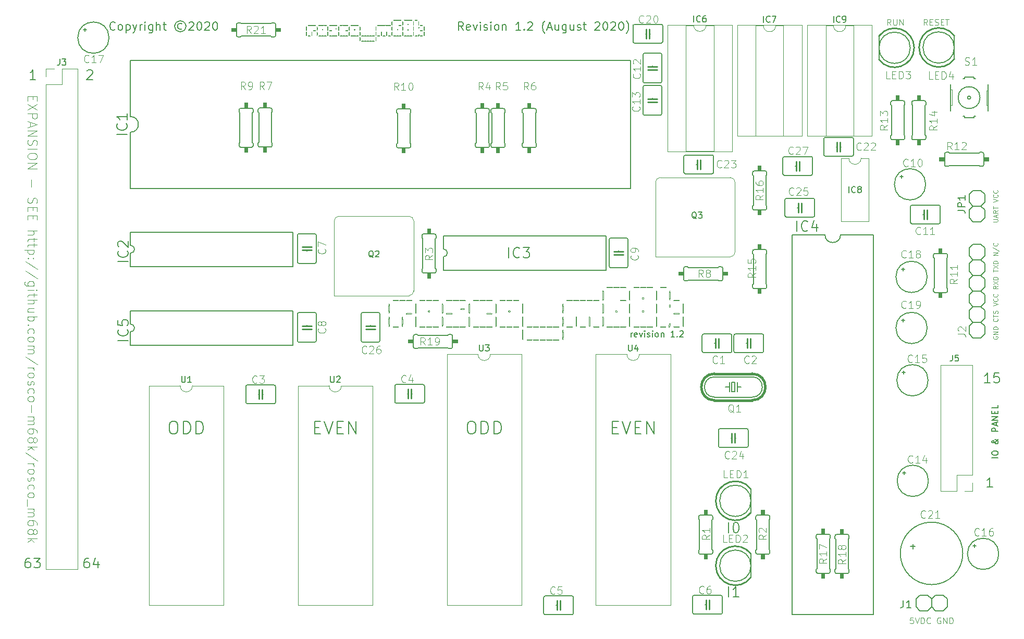
<source format=gbr>
G04 #@! TF.GenerationSoftware,KiCad,Pcbnew,(5.1.5-0-10_14)*
G04 #@! TF.CreationDate,2020-07-31T20:33:48+01:00*
G04 #@! TF.ProjectId,rosco_m68k,726f7363-6f5f-46d3-9638-6b2e6b696361,rev?*
G04 #@! TF.SameCoordinates,Original*
G04 #@! TF.FileFunction,Legend,Top*
G04 #@! TF.FilePolarity,Positive*
%FSLAX46Y46*%
G04 Gerber Fmt 4.6, Leading zero omitted, Abs format (unit mm)*
G04 Created by KiCad (PCBNEW (5.1.5-0-10_14)) date 2020-07-31 20:33:48*
%MOMM*%
%LPD*%
G04 APERTURE LIST*
%ADD10C,0.150000*%
%ADD11C,0.081280*%
%ADD12C,0.134112*%
%ADD13C,0.142240*%
%ADD14C,0.113792*%
%ADD15C,0.134000*%
%ADD16C,0.174752*%
%ADD17C,0.120000*%
%ADD18C,0.012500*%
%ADD19C,0.002000*%
%ADD20C,0.152400*%
%ADD21C,0.254000*%
%ADD22C,0.100000*%
%ADD23C,0.203200*%
%ADD24C,0.406400*%
%ADD25C,0.050800*%
%ADD26C,0.120650*%
%ADD27C,0.168910*%
%ADD28C,0.127000*%
G04 APERTURE END LIST*
D10*
X167049346Y-107652380D02*
X167049346Y-106985714D01*
X167049346Y-107176190D02*
X167096965Y-107080952D01*
X167144584Y-107033333D01*
X167239822Y-106985714D01*
X167335061Y-106985714D01*
X168049346Y-107604761D02*
X167954108Y-107652380D01*
X167763632Y-107652380D01*
X167668394Y-107604761D01*
X167620775Y-107509523D01*
X167620775Y-107128571D01*
X167668394Y-107033333D01*
X167763632Y-106985714D01*
X167954108Y-106985714D01*
X168049346Y-107033333D01*
X168096965Y-107128571D01*
X168096965Y-107223809D01*
X167620775Y-107319047D01*
X168430299Y-106985714D02*
X168668394Y-107652380D01*
X168906489Y-106985714D01*
X169287442Y-107652380D02*
X169287442Y-106985714D01*
X169287442Y-106652380D02*
X169239822Y-106700000D01*
X169287442Y-106747619D01*
X169335061Y-106700000D01*
X169287442Y-106652380D01*
X169287442Y-106747619D01*
X169716013Y-107604761D02*
X169811251Y-107652380D01*
X170001727Y-107652380D01*
X170096965Y-107604761D01*
X170144584Y-107509523D01*
X170144584Y-107461904D01*
X170096965Y-107366666D01*
X170001727Y-107319047D01*
X169858870Y-107319047D01*
X169763632Y-107271428D01*
X169716013Y-107176190D01*
X169716013Y-107128571D01*
X169763632Y-107033333D01*
X169858870Y-106985714D01*
X170001727Y-106985714D01*
X170096965Y-107033333D01*
X170573156Y-107652380D02*
X170573156Y-106985714D01*
X170573156Y-106652380D02*
X170525537Y-106700000D01*
X170573156Y-106747619D01*
X170620775Y-106700000D01*
X170573156Y-106652380D01*
X170573156Y-106747619D01*
X171192203Y-107652380D02*
X171096965Y-107604761D01*
X171049346Y-107557142D01*
X171001727Y-107461904D01*
X171001727Y-107176190D01*
X171049346Y-107080952D01*
X171096965Y-107033333D01*
X171192203Y-106985714D01*
X171335061Y-106985714D01*
X171430299Y-107033333D01*
X171477918Y-107080952D01*
X171525537Y-107176190D01*
X171525537Y-107461904D01*
X171477918Y-107557142D01*
X171430299Y-107604761D01*
X171335061Y-107652380D01*
X171192203Y-107652380D01*
X171954108Y-106985714D02*
X171954108Y-107652380D01*
X171954108Y-107080952D02*
X172001727Y-107033333D01*
X172096965Y-106985714D01*
X172239822Y-106985714D01*
X172335061Y-107033333D01*
X172382680Y-107128571D01*
X172382680Y-107652380D01*
X174144584Y-107652380D02*
X173573156Y-107652380D01*
X173858870Y-107652380D02*
X173858870Y-106652380D01*
X173763632Y-106795238D01*
X173668394Y-106890476D01*
X173573156Y-106938095D01*
X174573156Y-107557142D02*
X174620775Y-107604761D01*
X174573156Y-107652380D01*
X174525537Y-107604761D01*
X174573156Y-107557142D01*
X174573156Y-107652380D01*
X175001727Y-106747619D02*
X175049346Y-106700000D01*
X175144584Y-106652380D01*
X175382680Y-106652380D01*
X175477918Y-106700000D01*
X175525537Y-106747619D01*
X175573156Y-106842857D01*
X175573156Y-106938095D01*
X175525537Y-107080952D01*
X174954108Y-107652380D01*
X175573156Y-107652380D01*
D11*
X225914285Y-88941379D02*
X226521428Y-88941379D01*
X226592857Y-88905665D01*
X226628571Y-88869951D01*
X226664285Y-88798522D01*
X226664285Y-88655665D01*
X226628571Y-88584236D01*
X226592857Y-88548522D01*
X226521428Y-88512808D01*
X225914285Y-88512808D01*
X226450000Y-88191379D02*
X226450000Y-87834236D01*
X226664285Y-88262808D02*
X225914285Y-88012808D01*
X226664285Y-87762808D01*
X226664285Y-87084236D02*
X226307142Y-87334236D01*
X226664285Y-87512808D02*
X225914285Y-87512808D01*
X225914285Y-87227093D01*
X225950000Y-87155665D01*
X225985714Y-87119951D01*
X226057142Y-87084236D01*
X226164285Y-87084236D01*
X226235714Y-87119951D01*
X226271428Y-87155665D01*
X226307142Y-87227093D01*
X226307142Y-87512808D01*
X225914285Y-86869951D02*
X225914285Y-86441379D01*
X226664285Y-86655665D02*
X225914285Y-86655665D01*
X225914285Y-85727093D02*
X226664285Y-85477093D01*
X225914285Y-85227093D01*
X226592857Y-84548522D02*
X226628571Y-84584236D01*
X226664285Y-84691379D01*
X226664285Y-84762808D01*
X226628571Y-84869951D01*
X226557142Y-84941379D01*
X226485714Y-84977093D01*
X226342857Y-85012808D01*
X226235714Y-85012808D01*
X226092857Y-84977093D01*
X226021428Y-84941379D01*
X225950000Y-84869951D01*
X225914285Y-84762808D01*
X225914285Y-84691379D01*
X225950000Y-84584236D01*
X225985714Y-84548522D01*
X226592857Y-83798522D02*
X226628571Y-83834236D01*
X226664285Y-83941379D01*
X226664285Y-84012808D01*
X226628571Y-84119951D01*
X226557142Y-84191379D01*
X226485714Y-84227093D01*
X226342857Y-84262808D01*
X226235714Y-84262808D01*
X226092857Y-84227093D01*
X226021428Y-84191379D01*
X225950000Y-84119951D01*
X225914285Y-84012808D01*
X225914285Y-83941379D01*
X225950000Y-83834236D01*
X225985714Y-83798522D01*
D10*
X226712060Y-127314285D02*
X225712060Y-127314285D01*
X225712060Y-126647619D02*
X225712060Y-126457142D01*
X225759680Y-126361904D01*
X225854918Y-126266666D01*
X226045394Y-126219047D01*
X226378727Y-126219047D01*
X226569203Y-126266666D01*
X226664441Y-126361904D01*
X226712060Y-126457142D01*
X226712060Y-126647619D01*
X226664441Y-126742857D01*
X226569203Y-126838095D01*
X226378727Y-126885714D01*
X226045394Y-126885714D01*
X225854918Y-126838095D01*
X225759680Y-126742857D01*
X225712060Y-126647619D01*
X226712060Y-124219047D02*
X226712060Y-124266666D01*
X226664441Y-124361904D01*
X226521584Y-124504761D01*
X226235870Y-124742857D01*
X226093013Y-124838095D01*
X225950156Y-124885714D01*
X225854918Y-124885714D01*
X225759680Y-124838095D01*
X225712060Y-124742857D01*
X225712060Y-124695238D01*
X225759680Y-124600000D01*
X225854918Y-124552380D01*
X225902537Y-124552380D01*
X225997775Y-124600000D01*
X226045394Y-124647619D01*
X226235870Y-124933333D01*
X226283489Y-124980952D01*
X226378727Y-125028571D01*
X226521584Y-125028571D01*
X226616822Y-124980952D01*
X226664441Y-124933333D01*
X226712060Y-124838095D01*
X226712060Y-124695238D01*
X226664441Y-124600000D01*
X226616822Y-124552380D01*
X226426346Y-124409523D01*
X226283489Y-124361904D01*
X226188251Y-124361904D01*
X226712060Y-123028571D02*
X225712060Y-123028571D01*
X225712060Y-122647619D01*
X225759680Y-122552380D01*
X225807299Y-122504761D01*
X225902537Y-122457142D01*
X226045394Y-122457142D01*
X226140632Y-122504761D01*
X226188251Y-122552380D01*
X226235870Y-122647619D01*
X226235870Y-123028571D01*
X226426346Y-122076190D02*
X226426346Y-121600000D01*
X226712060Y-122171428D02*
X225712060Y-121838095D01*
X226712060Y-121504761D01*
X226712060Y-121171428D02*
X225712060Y-121171428D01*
X226712060Y-120600000D01*
X225712060Y-120600000D01*
X226188251Y-120123809D02*
X226188251Y-119790476D01*
X226712060Y-119647619D02*
X226712060Y-120123809D01*
X225712060Y-120123809D01*
X225712060Y-119647619D01*
X226712060Y-118742857D02*
X226712060Y-119219047D01*
X225712060Y-119219047D01*
D12*
X225425567Y-115124162D02*
X224515521Y-115124162D01*
X224970544Y-115124162D02*
X224970544Y-113531582D01*
X224818869Y-113759094D01*
X224667195Y-113910768D01*
X224515521Y-113986605D01*
X226866472Y-113531582D02*
X226108101Y-113531582D01*
X226032264Y-114289954D01*
X226108101Y-114214117D01*
X226259775Y-114138280D01*
X226638961Y-114138280D01*
X226790635Y-114214117D01*
X226866472Y-114289954D01*
X226942309Y-114441628D01*
X226942309Y-114820814D01*
X226866472Y-114972488D01*
X226790635Y-115048325D01*
X226638961Y-115124162D01*
X226259775Y-115124162D01*
X226108101Y-115048325D01*
X226032264Y-114972488D01*
X225825567Y-132074162D02*
X224915521Y-132074162D01*
X225370544Y-132074162D02*
X225370544Y-130481582D01*
X225218869Y-130709094D01*
X225067195Y-130860768D01*
X224915521Y-130936605D01*
X78690521Y-64383257D02*
X78766358Y-64307420D01*
X78918032Y-64231582D01*
X79297218Y-64231582D01*
X79448892Y-64307420D01*
X79524729Y-64383257D01*
X79600567Y-64534931D01*
X79600567Y-64686605D01*
X79524729Y-64914117D01*
X78614684Y-65824162D01*
X79600567Y-65824162D01*
X69373892Y-143606582D02*
X69070544Y-143606582D01*
X68918869Y-143682420D01*
X68843032Y-143758257D01*
X68691358Y-143985768D01*
X68615521Y-144289117D01*
X68615521Y-144895814D01*
X68691358Y-145047488D01*
X68767195Y-145123325D01*
X68918869Y-145199162D01*
X69222218Y-145199162D01*
X69373892Y-145123325D01*
X69449729Y-145047488D01*
X69525567Y-144895814D01*
X69525567Y-144516628D01*
X69449729Y-144364954D01*
X69373892Y-144289117D01*
X69222218Y-144213280D01*
X68918869Y-144213280D01*
X68767195Y-144289117D01*
X68691358Y-144364954D01*
X68615521Y-144516628D01*
X70056427Y-143606582D02*
X71042309Y-143606582D01*
X70511449Y-144213280D01*
X70738961Y-144213280D01*
X70890635Y-144289117D01*
X70966472Y-144364954D01*
X71042309Y-144516628D01*
X71042309Y-144895814D01*
X70966472Y-145047488D01*
X70890635Y-145123325D01*
X70738961Y-145199162D01*
X70283938Y-145199162D01*
X70132264Y-145123325D01*
X70056427Y-145047488D01*
D13*
X182917002Y-139519566D02*
X182917002Y-137830466D01*
X184043069Y-137830466D02*
X184203936Y-137830466D01*
X184364802Y-137910900D01*
X184445236Y-137991333D01*
X184525669Y-138152200D01*
X184606102Y-138473933D01*
X184606102Y-138876100D01*
X184525669Y-139197833D01*
X184445236Y-139358700D01*
X184364802Y-139439133D01*
X184203936Y-139519566D01*
X184043069Y-139519566D01*
X183882202Y-139439133D01*
X183801769Y-139358700D01*
X183721336Y-139197833D01*
X183640902Y-138876100D01*
X183640902Y-138473933D01*
X183721336Y-138152200D01*
X183801769Y-137991333D01*
X183882202Y-137910900D01*
X184043069Y-137830466D01*
X182917002Y-149919566D02*
X182917002Y-148230466D01*
X184606102Y-149919566D02*
X183640902Y-149919566D01*
X184123502Y-149919566D02*
X184123502Y-148230466D01*
X183962636Y-148471766D01*
X183801769Y-148632633D01*
X183640902Y-148713066D01*
D11*
X212900284Y-153288838D02*
X212440665Y-153288838D01*
X212394703Y-153748457D01*
X212440665Y-153702495D01*
X212532589Y-153656533D01*
X212762399Y-153656533D01*
X212854322Y-153702495D01*
X212900284Y-153748457D01*
X212946246Y-153840380D01*
X212946246Y-154070190D01*
X212900284Y-154162114D01*
X212854322Y-154208076D01*
X212762399Y-154254038D01*
X212532589Y-154254038D01*
X212440665Y-154208076D01*
X212394703Y-154162114D01*
X213222018Y-153288838D02*
X213543751Y-154254038D01*
X213865484Y-153288838D01*
X214187218Y-154254038D02*
X214187218Y-153288838D01*
X214417027Y-153288838D01*
X214554913Y-153334800D01*
X214646837Y-153426723D01*
X214692799Y-153518647D01*
X214738761Y-153702495D01*
X214738761Y-153840380D01*
X214692799Y-154024228D01*
X214646837Y-154116152D01*
X214554913Y-154208076D01*
X214417027Y-154254038D01*
X214187218Y-154254038D01*
X215703961Y-154162114D02*
X215657999Y-154208076D01*
X215520113Y-154254038D01*
X215428189Y-154254038D01*
X215290303Y-154208076D01*
X215198380Y-154116152D01*
X215152418Y-154024228D01*
X215106456Y-153840380D01*
X215106456Y-153702495D01*
X215152418Y-153518647D01*
X215198380Y-153426723D01*
X215290303Y-153334800D01*
X215428189Y-153288838D01*
X215520113Y-153288838D01*
X215657999Y-153334800D01*
X215703961Y-153380761D01*
X217358589Y-153334800D02*
X217266665Y-153288838D01*
X217128780Y-153288838D01*
X216990894Y-153334800D01*
X216898970Y-153426723D01*
X216853008Y-153518647D01*
X216807046Y-153702495D01*
X216807046Y-153840380D01*
X216853008Y-154024228D01*
X216898970Y-154116152D01*
X216990894Y-154208076D01*
X217128780Y-154254038D01*
X217220703Y-154254038D01*
X217358589Y-154208076D01*
X217404551Y-154162114D01*
X217404551Y-153840380D01*
X217220703Y-153840380D01*
X217818208Y-154254038D02*
X217818208Y-153288838D01*
X218369751Y-154254038D01*
X218369751Y-153288838D01*
X218829370Y-154254038D02*
X218829370Y-153288838D01*
X219059180Y-153288838D01*
X219197065Y-153334800D01*
X219288989Y-153426723D01*
X219334951Y-153518647D01*
X219380913Y-153702495D01*
X219380913Y-153840380D01*
X219334951Y-154024228D01*
X219288989Y-154116152D01*
X219197065Y-154208076D01*
X219059180Y-154254038D01*
X218829370Y-154254038D01*
X209284184Y-56954038D02*
X208962451Y-56494419D01*
X208732641Y-56954038D02*
X208732641Y-55988838D01*
X209100336Y-55988838D01*
X209192260Y-56034800D01*
X209238222Y-56080761D01*
X209284184Y-56172685D01*
X209284184Y-56310571D01*
X209238222Y-56402495D01*
X209192260Y-56448457D01*
X209100336Y-56494419D01*
X208732641Y-56494419D01*
X209697841Y-55988838D02*
X209697841Y-56770190D01*
X209743803Y-56862114D01*
X209789765Y-56908076D01*
X209881689Y-56954038D01*
X210065536Y-56954038D01*
X210157460Y-56908076D01*
X210203422Y-56862114D01*
X210249384Y-56770190D01*
X210249384Y-55988838D01*
X210709003Y-56954038D02*
X210709003Y-55988838D01*
X211260546Y-56954038D01*
X211260546Y-55988838D01*
X215213270Y-56954038D02*
X214891536Y-56494419D01*
X214661727Y-56954038D02*
X214661727Y-55988838D01*
X215029422Y-55988838D01*
X215121346Y-56034800D01*
X215167308Y-56080761D01*
X215213270Y-56172685D01*
X215213270Y-56310571D01*
X215167308Y-56402495D01*
X215121346Y-56448457D01*
X215029422Y-56494419D01*
X214661727Y-56494419D01*
X215626927Y-56448457D02*
X215948660Y-56448457D01*
X216086546Y-56954038D02*
X215626927Y-56954038D01*
X215626927Y-55988838D01*
X216086546Y-55988838D01*
X216454241Y-56908076D02*
X216592127Y-56954038D01*
X216821936Y-56954038D01*
X216913860Y-56908076D01*
X216959822Y-56862114D01*
X217005784Y-56770190D01*
X217005784Y-56678266D01*
X216959822Y-56586342D01*
X216913860Y-56540380D01*
X216821936Y-56494419D01*
X216638089Y-56448457D01*
X216546165Y-56402495D01*
X216500203Y-56356533D01*
X216454241Y-56264609D01*
X216454241Y-56172685D01*
X216500203Y-56080761D01*
X216546165Y-56034800D01*
X216638089Y-55988838D01*
X216867898Y-55988838D01*
X217005784Y-56034800D01*
X217419441Y-56448457D02*
X217741174Y-56448457D01*
X217879060Y-56954038D02*
X217419441Y-56954038D01*
X217419441Y-55988838D01*
X217879060Y-55988838D01*
X218154832Y-55988838D02*
X218706374Y-55988838D01*
X218430603Y-56954038D02*
X218430603Y-55988838D01*
X225950000Y-107572808D02*
X225914285Y-107644237D01*
X225914285Y-107751379D01*
X225950000Y-107858522D01*
X226021428Y-107929951D01*
X226092857Y-107965665D01*
X226235714Y-108001379D01*
X226342857Y-108001379D01*
X226485714Y-107965665D01*
X226557142Y-107929951D01*
X226628571Y-107858522D01*
X226664285Y-107751379D01*
X226664285Y-107679951D01*
X226628571Y-107572808D01*
X226592857Y-107537094D01*
X226342857Y-107537094D01*
X226342857Y-107679951D01*
X226664285Y-107215665D02*
X225914285Y-107215665D01*
X226664285Y-106787094D01*
X225914285Y-106787094D01*
X226664285Y-106429951D02*
X225914285Y-106429951D01*
X225914285Y-106251379D01*
X225950000Y-106144237D01*
X226021428Y-106072808D01*
X226092857Y-106037094D01*
X226235714Y-106001379D01*
X226342857Y-106001379D01*
X226485714Y-106037094D01*
X226557142Y-106072808D01*
X226628571Y-106144237D01*
X226664285Y-106251379D01*
X226664285Y-106429951D01*
X226592857Y-104679951D02*
X226628571Y-104715665D01*
X226664285Y-104822808D01*
X226664285Y-104894237D01*
X226628571Y-105001379D01*
X226557142Y-105072808D01*
X226485714Y-105108522D01*
X226342857Y-105144237D01*
X226235714Y-105144237D01*
X226092857Y-105108522D01*
X226021428Y-105072808D01*
X225950000Y-105001379D01*
X225914285Y-104894237D01*
X225914285Y-104822808D01*
X225950000Y-104715665D01*
X225985714Y-104679951D01*
X225914285Y-104465665D02*
X225914285Y-104037094D01*
X226664285Y-104251379D02*
X225914285Y-104251379D01*
X226628571Y-103822808D02*
X226664285Y-103715665D01*
X226664285Y-103537094D01*
X226628571Y-103465665D01*
X226592857Y-103429951D01*
X226521428Y-103394237D01*
X226450000Y-103394237D01*
X226378571Y-103429951D01*
X226342857Y-103465665D01*
X226307142Y-103537094D01*
X226271428Y-103679951D01*
X226235714Y-103751379D01*
X226200000Y-103787094D01*
X226128571Y-103822808D01*
X226057142Y-103822808D01*
X225985714Y-103787094D01*
X225950000Y-103751379D01*
X225914285Y-103679951D01*
X225914285Y-103501379D01*
X225950000Y-103394237D01*
X225914285Y-102608522D02*
X226664285Y-102358522D01*
X225914285Y-102108522D01*
X226592857Y-101429951D02*
X226628571Y-101465665D01*
X226664285Y-101572808D01*
X226664285Y-101644237D01*
X226628571Y-101751379D01*
X226557142Y-101822808D01*
X226485714Y-101858522D01*
X226342857Y-101894237D01*
X226235714Y-101894237D01*
X226092857Y-101858522D01*
X226021428Y-101822808D01*
X225950000Y-101751379D01*
X225914285Y-101644237D01*
X225914285Y-101572808D01*
X225950000Y-101465665D01*
X225985714Y-101429951D01*
X226592857Y-100679951D02*
X226628571Y-100715665D01*
X226664285Y-100822808D01*
X226664285Y-100894237D01*
X226628571Y-101001379D01*
X226557142Y-101072808D01*
X226485714Y-101108522D01*
X226342857Y-101144237D01*
X226235714Y-101144237D01*
X226092857Y-101108522D01*
X226021428Y-101072808D01*
X225950000Y-101001379D01*
X225914285Y-100894237D01*
X225914285Y-100822808D01*
X225950000Y-100715665D01*
X225985714Y-100679951D01*
X226664285Y-99358522D02*
X226307142Y-99608522D01*
X226664285Y-99787094D02*
X225914285Y-99787094D01*
X225914285Y-99501379D01*
X225950000Y-99429951D01*
X225985714Y-99394237D01*
X226057142Y-99358522D01*
X226164285Y-99358522D01*
X226235714Y-99394237D01*
X226271428Y-99429951D01*
X226307142Y-99501379D01*
X226307142Y-99787094D01*
X225914285Y-99108522D02*
X226664285Y-98608522D01*
X225914285Y-98608522D02*
X226664285Y-99108522D01*
X226664285Y-98322808D02*
X225914285Y-98322808D01*
X225914285Y-98144237D01*
X225950000Y-98037094D01*
X226021428Y-97965665D01*
X226092857Y-97929951D01*
X226235714Y-97894237D01*
X226342857Y-97894237D01*
X226485714Y-97929951D01*
X226557142Y-97965665D01*
X226628571Y-98037094D01*
X226664285Y-98144237D01*
X226664285Y-98322808D01*
X225914285Y-97108522D02*
X225914285Y-96679951D01*
X226664285Y-96894237D02*
X225914285Y-96894237D01*
X225914285Y-96501379D02*
X226664285Y-96001379D01*
X225914285Y-96001379D02*
X226664285Y-96501379D01*
X226664285Y-95715665D02*
X225914285Y-95715665D01*
X225914285Y-95537094D01*
X225950000Y-95429951D01*
X226021428Y-95358522D01*
X226092857Y-95322808D01*
X226235714Y-95287094D01*
X226342857Y-95287094D01*
X226485714Y-95322808D01*
X226557142Y-95358522D01*
X226628571Y-95429951D01*
X226664285Y-95537094D01*
X226664285Y-95715665D01*
X226664285Y-94394237D02*
X225914285Y-94394237D01*
X226664285Y-93965665D01*
X225914285Y-93965665D01*
X225878571Y-93072808D02*
X226842857Y-93715665D01*
X226592857Y-92394237D02*
X226628571Y-92429951D01*
X226664285Y-92537094D01*
X226664285Y-92608522D01*
X226628571Y-92715665D01*
X226557142Y-92787094D01*
X226485714Y-92822808D01*
X226342857Y-92858522D01*
X226235714Y-92858522D01*
X226092857Y-92822808D01*
X226021428Y-92787094D01*
X225950000Y-92715665D01*
X225914285Y-92608522D01*
X225914285Y-92537094D01*
X225950000Y-92429951D01*
X225985714Y-92394237D01*
D14*
X69857142Y-68563497D02*
X69857142Y-69063497D01*
X69071428Y-69277783D02*
X69071428Y-68563497D01*
X70571428Y-68563497D01*
X70571428Y-69277783D01*
X70571428Y-69777783D02*
X69071428Y-70777783D01*
X70571428Y-70777783D02*
X69071428Y-69777783D01*
X69071428Y-71349211D02*
X70571428Y-71349211D01*
X70571428Y-71920640D01*
X70500000Y-72063497D01*
X70428571Y-72134926D01*
X70285714Y-72206354D01*
X70071428Y-72206354D01*
X69928571Y-72134926D01*
X69857142Y-72063497D01*
X69785714Y-71920640D01*
X69785714Y-71349211D01*
X69500000Y-72777783D02*
X69500000Y-73492069D01*
X69071428Y-72634926D02*
X70571428Y-73134926D01*
X69071428Y-73634926D01*
X69071428Y-74134926D02*
X70571428Y-74134926D01*
X69071428Y-74992069D01*
X70571428Y-74992069D01*
X69142857Y-75634926D02*
X69071428Y-75849211D01*
X69071428Y-76206354D01*
X69142857Y-76349211D01*
X69214285Y-76420640D01*
X69357142Y-76492069D01*
X69500000Y-76492069D01*
X69642857Y-76420640D01*
X69714285Y-76349211D01*
X69785714Y-76206354D01*
X69857142Y-75920640D01*
X69928571Y-75777783D01*
X70000000Y-75706354D01*
X70142857Y-75634926D01*
X70285714Y-75634926D01*
X70428571Y-75706354D01*
X70500000Y-75777783D01*
X70571428Y-75920640D01*
X70571428Y-76277783D01*
X70500000Y-76492069D01*
X69071428Y-77134926D02*
X70571428Y-77134926D01*
X70571428Y-78134926D02*
X70571428Y-78420640D01*
X70500000Y-78563497D01*
X70357142Y-78706354D01*
X70071428Y-78777783D01*
X69571428Y-78777783D01*
X69285714Y-78706354D01*
X69142857Y-78563497D01*
X69071428Y-78420640D01*
X69071428Y-78134926D01*
X69142857Y-77992069D01*
X69285714Y-77849211D01*
X69571428Y-77777783D01*
X70071428Y-77777783D01*
X70357142Y-77849211D01*
X70500000Y-77992069D01*
X70571428Y-78134926D01*
X69071428Y-79420640D02*
X70571428Y-79420640D01*
X69071428Y-80277783D01*
X70571428Y-80277783D01*
X69642857Y-82134926D02*
X69642857Y-83277783D01*
X69142857Y-85063497D02*
X69071428Y-85277783D01*
X69071428Y-85634926D01*
X69142857Y-85777783D01*
X69214285Y-85849211D01*
X69357142Y-85920640D01*
X69500000Y-85920640D01*
X69642857Y-85849211D01*
X69714285Y-85777783D01*
X69785714Y-85634926D01*
X69857142Y-85349211D01*
X69928571Y-85206354D01*
X70000000Y-85134926D01*
X70142857Y-85063497D01*
X70285714Y-85063497D01*
X70428571Y-85134926D01*
X70500000Y-85206354D01*
X70571428Y-85349211D01*
X70571428Y-85706354D01*
X70500000Y-85920640D01*
X69857142Y-86563497D02*
X69857142Y-87063497D01*
X69071428Y-87277783D02*
X69071428Y-86563497D01*
X70571428Y-86563497D01*
X70571428Y-87277783D01*
X69857142Y-87920640D02*
X69857142Y-88420640D01*
X69071428Y-88634926D02*
X69071428Y-87920640D01*
X70571428Y-87920640D01*
X70571428Y-88634926D01*
X69071428Y-90420640D02*
X70571428Y-90420640D01*
X69071428Y-91063497D02*
X69857142Y-91063497D01*
X70000000Y-90992069D01*
X70071428Y-90849211D01*
X70071428Y-90634926D01*
X70000000Y-90492069D01*
X69928571Y-90420640D01*
X70071428Y-91563497D02*
X70071428Y-92134926D01*
X70571428Y-91777783D02*
X69285714Y-91777783D01*
X69142857Y-91849211D01*
X69071428Y-91992069D01*
X69071428Y-92134926D01*
X70071428Y-92420640D02*
X70071428Y-92992069D01*
X70571428Y-92634926D02*
X69285714Y-92634926D01*
X69142857Y-92706354D01*
X69071428Y-92849211D01*
X69071428Y-92992069D01*
X70071428Y-93492069D02*
X68571428Y-93492069D01*
X70000000Y-93492069D02*
X70071428Y-93634926D01*
X70071428Y-93920640D01*
X70000000Y-94063497D01*
X69928571Y-94134926D01*
X69785714Y-94206354D01*
X69357142Y-94206354D01*
X69214285Y-94134926D01*
X69142857Y-94063497D01*
X69071428Y-93920640D01*
X69071428Y-93634926D01*
X69142857Y-93492069D01*
X69214285Y-94849211D02*
X69142857Y-94920640D01*
X69071428Y-94849211D01*
X69142857Y-94777783D01*
X69214285Y-94849211D01*
X69071428Y-94849211D01*
X70000000Y-94849211D02*
X69928571Y-94920640D01*
X69857142Y-94849211D01*
X69928571Y-94777783D01*
X70000000Y-94849211D01*
X69857142Y-94849211D01*
X70642857Y-96634926D02*
X68714285Y-95349211D01*
X70642857Y-98206354D02*
X68714285Y-96920640D01*
X70071428Y-99349211D02*
X68857142Y-99349211D01*
X68714285Y-99277783D01*
X68642857Y-99206354D01*
X68571428Y-99063497D01*
X68571428Y-98849211D01*
X68642857Y-98706354D01*
X69142857Y-99349211D02*
X69071428Y-99206354D01*
X69071428Y-98920640D01*
X69142857Y-98777783D01*
X69214285Y-98706354D01*
X69357142Y-98634926D01*
X69785714Y-98634926D01*
X69928571Y-98706354D01*
X70000000Y-98777783D01*
X70071428Y-98920640D01*
X70071428Y-99206354D01*
X70000000Y-99349211D01*
X69071428Y-100063497D02*
X70071428Y-100063497D01*
X70571428Y-100063497D02*
X70500000Y-99992069D01*
X70428571Y-100063497D01*
X70500000Y-100134926D01*
X70571428Y-100063497D01*
X70428571Y-100063497D01*
X70071428Y-100563497D02*
X70071428Y-101134926D01*
X70571428Y-100777783D02*
X69285714Y-100777783D01*
X69142857Y-100849211D01*
X69071428Y-100992069D01*
X69071428Y-101134926D01*
X69071428Y-101634926D02*
X70571428Y-101634926D01*
X69071428Y-102277783D02*
X69857142Y-102277783D01*
X70000000Y-102206354D01*
X70071428Y-102063497D01*
X70071428Y-101849211D01*
X70000000Y-101706354D01*
X69928571Y-101634926D01*
X70071428Y-103634926D02*
X69071428Y-103634926D01*
X70071428Y-102992069D02*
X69285714Y-102992069D01*
X69142857Y-103063497D01*
X69071428Y-103206354D01*
X69071428Y-103420640D01*
X69142857Y-103563497D01*
X69214285Y-103634926D01*
X69071428Y-104349211D02*
X70571428Y-104349211D01*
X70000000Y-104349211D02*
X70071428Y-104492069D01*
X70071428Y-104777783D01*
X70000000Y-104920640D01*
X69928571Y-104992069D01*
X69785714Y-105063497D01*
X69357142Y-105063497D01*
X69214285Y-104992069D01*
X69142857Y-104920640D01*
X69071428Y-104777783D01*
X69071428Y-104492069D01*
X69142857Y-104349211D01*
X69214285Y-105706354D02*
X69142857Y-105777783D01*
X69071428Y-105706354D01*
X69142857Y-105634926D01*
X69214285Y-105706354D01*
X69071428Y-105706354D01*
X69142857Y-107063497D02*
X69071428Y-106920640D01*
X69071428Y-106634926D01*
X69142857Y-106492069D01*
X69214285Y-106420640D01*
X69357142Y-106349211D01*
X69785714Y-106349211D01*
X69928571Y-106420640D01*
X70000000Y-106492069D01*
X70071428Y-106634926D01*
X70071428Y-106920640D01*
X70000000Y-107063497D01*
X69071428Y-107920640D02*
X69142857Y-107777783D01*
X69214285Y-107706354D01*
X69357142Y-107634926D01*
X69785714Y-107634926D01*
X69928571Y-107706354D01*
X70000000Y-107777783D01*
X70071428Y-107920640D01*
X70071428Y-108134926D01*
X70000000Y-108277783D01*
X69928571Y-108349211D01*
X69785714Y-108420640D01*
X69357142Y-108420640D01*
X69214285Y-108349211D01*
X69142857Y-108277783D01*
X69071428Y-108134926D01*
X69071428Y-107920640D01*
X69071428Y-109063497D02*
X70071428Y-109063497D01*
X69928571Y-109063497D02*
X69999999Y-109134926D01*
X70071428Y-109277783D01*
X70071428Y-109492069D01*
X69999999Y-109634926D01*
X69857142Y-109706354D01*
X69071428Y-109706354D01*
X69857142Y-109706354D02*
X69999999Y-109777783D01*
X70071428Y-109920640D01*
X70071428Y-110134926D01*
X69999999Y-110277783D01*
X69857142Y-110349211D01*
X69071428Y-110349211D01*
X70642857Y-112134926D02*
X68714285Y-110849211D01*
X69071428Y-112634926D02*
X70071428Y-112634926D01*
X69785714Y-112634926D02*
X69928571Y-112706354D01*
X69999999Y-112777783D01*
X70071428Y-112920640D01*
X70071428Y-113063497D01*
X69071428Y-113777783D02*
X69142857Y-113634926D01*
X69214285Y-113563497D01*
X69357142Y-113492069D01*
X69785714Y-113492069D01*
X69928571Y-113563497D01*
X69999999Y-113634926D01*
X70071428Y-113777783D01*
X70071428Y-113992069D01*
X69999999Y-114134926D01*
X69928571Y-114206354D01*
X69785714Y-114277783D01*
X69357142Y-114277783D01*
X69214285Y-114206354D01*
X69142857Y-114134926D01*
X69071428Y-113992069D01*
X69071428Y-113777783D01*
X69142857Y-114849211D02*
X69071428Y-114992069D01*
X69071428Y-115277783D01*
X69142857Y-115420640D01*
X69285714Y-115492069D01*
X69357142Y-115492069D01*
X69499999Y-115420640D01*
X69571428Y-115277783D01*
X69571428Y-115063497D01*
X69642857Y-114920640D01*
X69785714Y-114849211D01*
X69857142Y-114849211D01*
X69999999Y-114920640D01*
X70071428Y-115063497D01*
X70071428Y-115277783D01*
X69999999Y-115420640D01*
X69142857Y-116777783D02*
X69071428Y-116634926D01*
X69071428Y-116349211D01*
X69142857Y-116206354D01*
X69214285Y-116134926D01*
X69357142Y-116063497D01*
X69785714Y-116063497D01*
X69928571Y-116134926D01*
X69999999Y-116206354D01*
X70071428Y-116349211D01*
X70071428Y-116634926D01*
X69999999Y-116777783D01*
X69071428Y-117634926D02*
X69142857Y-117492069D01*
X69214285Y-117420640D01*
X69357142Y-117349211D01*
X69785714Y-117349211D01*
X69928571Y-117420640D01*
X69999999Y-117492069D01*
X70071428Y-117634926D01*
X70071428Y-117849211D01*
X69999999Y-117992069D01*
X69928571Y-118063497D01*
X69785714Y-118134926D01*
X69357142Y-118134926D01*
X69214285Y-118063497D01*
X69142857Y-117992069D01*
X69071428Y-117849211D01*
X69071428Y-117634926D01*
X69642857Y-118777783D02*
X69642857Y-119920640D01*
X69071428Y-120634926D02*
X70071428Y-120634926D01*
X69928571Y-120634926D02*
X69999999Y-120706354D01*
X70071428Y-120849211D01*
X70071428Y-121063497D01*
X69999999Y-121206354D01*
X69857142Y-121277783D01*
X69071428Y-121277783D01*
X69857142Y-121277783D02*
X69999999Y-121349211D01*
X70071428Y-121492069D01*
X70071428Y-121706354D01*
X69999999Y-121849211D01*
X69857142Y-121920640D01*
X69071428Y-121920640D01*
X70571428Y-123277783D02*
X70571428Y-122992069D01*
X70499999Y-122849211D01*
X70428571Y-122777783D01*
X70214285Y-122634926D01*
X69928571Y-122563497D01*
X69357142Y-122563497D01*
X69214285Y-122634926D01*
X69142857Y-122706354D01*
X69071428Y-122849211D01*
X69071428Y-123134926D01*
X69142857Y-123277783D01*
X69214285Y-123349211D01*
X69357142Y-123420640D01*
X69714285Y-123420640D01*
X69857142Y-123349211D01*
X69928571Y-123277783D01*
X69999999Y-123134926D01*
X69999999Y-122849211D01*
X69928571Y-122706354D01*
X69857142Y-122634926D01*
X69714285Y-122563497D01*
X69928571Y-124277783D02*
X69999999Y-124134926D01*
X70071428Y-124063497D01*
X70214285Y-123992069D01*
X70285714Y-123992069D01*
X70428571Y-124063497D01*
X70499999Y-124134926D01*
X70571428Y-124277783D01*
X70571428Y-124563497D01*
X70499999Y-124706354D01*
X70428571Y-124777783D01*
X70285714Y-124849211D01*
X70214285Y-124849211D01*
X70071428Y-124777783D01*
X69999999Y-124706354D01*
X69928571Y-124563497D01*
X69928571Y-124277783D01*
X69857142Y-124134926D01*
X69785714Y-124063497D01*
X69642857Y-123992069D01*
X69357142Y-123992069D01*
X69214285Y-124063497D01*
X69142857Y-124134926D01*
X69071428Y-124277783D01*
X69071428Y-124563497D01*
X69142857Y-124706354D01*
X69214285Y-124777783D01*
X69357142Y-124849211D01*
X69642857Y-124849211D01*
X69785714Y-124777783D01*
X69857142Y-124706354D01*
X69928571Y-124563497D01*
X69071428Y-125492069D02*
X70571428Y-125492069D01*
X69642857Y-125634926D02*
X69071428Y-126063497D01*
X70071428Y-126063497D02*
X69499999Y-125492069D01*
X70642857Y-127777783D02*
X68714285Y-126492069D01*
X69071428Y-128277783D02*
X70071428Y-128277783D01*
X69785714Y-128277783D02*
X69928571Y-128349211D01*
X69999999Y-128420640D01*
X70071428Y-128563497D01*
X70071428Y-128706354D01*
X69071428Y-129420640D02*
X69142857Y-129277783D01*
X69214285Y-129206354D01*
X69357142Y-129134926D01*
X69785714Y-129134926D01*
X69928571Y-129206354D01*
X69999999Y-129277783D01*
X70071428Y-129420640D01*
X70071428Y-129634926D01*
X69999999Y-129777783D01*
X69928571Y-129849211D01*
X69785714Y-129920640D01*
X69357142Y-129920640D01*
X69214285Y-129849211D01*
X69142857Y-129777783D01*
X69071428Y-129634926D01*
X69071428Y-129420640D01*
X69142857Y-130492069D02*
X69071428Y-130634926D01*
X69071428Y-130920640D01*
X69142857Y-131063497D01*
X69285714Y-131134926D01*
X69357142Y-131134926D01*
X69499999Y-131063497D01*
X69571428Y-130920640D01*
X69571428Y-130706354D01*
X69642857Y-130563497D01*
X69785714Y-130492069D01*
X69857142Y-130492069D01*
X69999999Y-130563497D01*
X70071428Y-130706354D01*
X70071428Y-130920640D01*
X69999999Y-131063497D01*
X69142857Y-132420640D02*
X69071428Y-132277783D01*
X69071428Y-131992069D01*
X69142857Y-131849211D01*
X69214285Y-131777783D01*
X69357142Y-131706354D01*
X69785714Y-131706354D01*
X69928571Y-131777783D01*
X69999999Y-131849211D01*
X70071428Y-131992069D01*
X70071428Y-132277783D01*
X69999999Y-132420640D01*
X69071428Y-133277783D02*
X69142857Y-133134926D01*
X69214285Y-133063497D01*
X69357142Y-132992069D01*
X69785714Y-132992069D01*
X69928571Y-133063497D01*
X69999999Y-133134926D01*
X70071428Y-133277783D01*
X70071428Y-133492069D01*
X69999999Y-133634926D01*
X69928571Y-133706354D01*
X69785714Y-133777783D01*
X69357142Y-133777783D01*
X69214285Y-133706354D01*
X69142857Y-133634926D01*
X69071428Y-133492069D01*
X69071428Y-133277783D01*
X68928571Y-134063497D02*
X68928571Y-135206354D01*
X69071428Y-135563497D02*
X70071428Y-135563497D01*
X69928571Y-135563497D02*
X69999999Y-135634926D01*
X70071428Y-135777783D01*
X70071428Y-135992069D01*
X69999999Y-136134926D01*
X69857142Y-136206354D01*
X69071428Y-136206354D01*
X69857142Y-136206354D02*
X69999999Y-136277783D01*
X70071428Y-136420640D01*
X70071428Y-136634926D01*
X69999999Y-136777783D01*
X69857142Y-136849211D01*
X69071428Y-136849211D01*
X70571428Y-138206354D02*
X70571428Y-137920640D01*
X70499999Y-137777783D01*
X70428571Y-137706354D01*
X70214285Y-137563497D01*
X69928571Y-137492069D01*
X69357142Y-137492069D01*
X69214285Y-137563497D01*
X69142857Y-137634926D01*
X69071428Y-137777783D01*
X69071428Y-138063497D01*
X69142857Y-138206354D01*
X69214285Y-138277783D01*
X69357142Y-138349211D01*
X69714285Y-138349211D01*
X69857142Y-138277783D01*
X69928571Y-138206354D01*
X69999999Y-138063497D01*
X69999999Y-137777783D01*
X69928571Y-137634926D01*
X69857142Y-137563497D01*
X69714285Y-137492069D01*
X69928571Y-139206354D02*
X69999999Y-139063497D01*
X70071428Y-138992069D01*
X70214285Y-138920640D01*
X70285714Y-138920640D01*
X70428571Y-138992069D01*
X70499999Y-139063497D01*
X70571428Y-139206354D01*
X70571428Y-139492069D01*
X70499999Y-139634926D01*
X70428571Y-139706354D01*
X70285714Y-139777783D01*
X70214285Y-139777783D01*
X70071428Y-139706354D01*
X69999999Y-139634926D01*
X69928571Y-139492069D01*
X69928571Y-139206354D01*
X69857142Y-139063497D01*
X69785714Y-138992069D01*
X69642857Y-138920640D01*
X69357142Y-138920640D01*
X69214285Y-138992069D01*
X69142857Y-139063497D01*
X69071428Y-139206354D01*
X69071428Y-139492069D01*
X69142857Y-139634926D01*
X69214285Y-139706354D01*
X69357142Y-139777783D01*
X69642857Y-139777783D01*
X69785714Y-139706354D01*
X69857142Y-139634926D01*
X69928571Y-139492069D01*
X69071428Y-140420640D02*
X70571428Y-140420640D01*
X69642857Y-140563497D02*
X69071428Y-140992069D01*
X70071428Y-140992069D02*
X69499999Y-140420640D01*
D12*
X139826404Y-57791745D02*
X139376404Y-57148888D01*
X139054976Y-57791745D02*
X139054976Y-56441745D01*
X139569262Y-56441745D01*
X139697833Y-56506031D01*
X139762119Y-56570316D01*
X139826404Y-56698888D01*
X139826404Y-56891745D01*
X139762119Y-57020316D01*
X139697833Y-57084602D01*
X139569262Y-57148888D01*
X139054976Y-57148888D01*
X140919262Y-57727459D02*
X140790690Y-57791745D01*
X140533547Y-57791745D01*
X140404976Y-57727459D01*
X140340690Y-57598888D01*
X140340690Y-57084602D01*
X140404976Y-56956031D01*
X140533547Y-56891745D01*
X140790690Y-56891745D01*
X140919262Y-56956031D01*
X140983547Y-57084602D01*
X140983547Y-57213173D01*
X140340690Y-57341745D01*
X141433547Y-56891745D02*
X141754976Y-57791745D01*
X142076404Y-56891745D01*
X142590690Y-57791745D02*
X142590690Y-56891745D01*
X142590690Y-56441745D02*
X142526404Y-56506031D01*
X142590690Y-56570316D01*
X142654976Y-56506031D01*
X142590690Y-56441745D01*
X142590690Y-56570316D01*
X143169262Y-57727459D02*
X143297833Y-57791745D01*
X143554976Y-57791745D01*
X143683547Y-57727459D01*
X143747833Y-57598888D01*
X143747833Y-57534602D01*
X143683547Y-57406031D01*
X143554976Y-57341745D01*
X143362119Y-57341745D01*
X143233547Y-57277459D01*
X143169262Y-57148888D01*
X143169262Y-57084602D01*
X143233547Y-56956031D01*
X143362119Y-56891745D01*
X143554976Y-56891745D01*
X143683547Y-56956031D01*
X144326404Y-57791745D02*
X144326404Y-56891745D01*
X144326404Y-56441745D02*
X144262119Y-56506031D01*
X144326404Y-56570316D01*
X144390690Y-56506031D01*
X144326404Y-56441745D01*
X144326404Y-56570316D01*
X145162119Y-57791745D02*
X145033547Y-57727459D01*
X144969262Y-57663173D01*
X144904976Y-57534602D01*
X144904976Y-57148888D01*
X144969262Y-57020316D01*
X145033547Y-56956031D01*
X145162119Y-56891745D01*
X145354976Y-56891745D01*
X145483547Y-56956031D01*
X145547833Y-57020316D01*
X145612119Y-57148888D01*
X145612119Y-57534602D01*
X145547833Y-57663173D01*
X145483547Y-57727459D01*
X145354976Y-57791745D01*
X145162119Y-57791745D01*
X146190690Y-56891745D02*
X146190690Y-57791745D01*
X146190690Y-57020316D02*
X146254976Y-56956031D01*
X146383547Y-56891745D01*
X146576404Y-56891745D01*
X146704976Y-56956031D01*
X146769262Y-57084602D01*
X146769262Y-57791745D01*
X149147833Y-57791745D02*
X148376404Y-57791745D01*
X148762119Y-57791745D02*
X148762119Y-56441745D01*
X148633547Y-56634602D01*
X148504976Y-56763173D01*
X148376404Y-56827459D01*
X149726404Y-57663173D02*
X149790690Y-57727459D01*
X149726404Y-57791745D01*
X149662119Y-57727459D01*
X149726404Y-57663173D01*
X149726404Y-57791745D01*
X150304976Y-56570316D02*
X150369262Y-56506031D01*
X150497833Y-56441745D01*
X150819262Y-56441745D01*
X150947833Y-56506031D01*
X151012119Y-56570316D01*
X151076404Y-56698888D01*
X151076404Y-56827459D01*
X151012119Y-57020316D01*
X150240690Y-57791745D01*
X151076404Y-57791745D01*
X153069262Y-58306031D02*
X153004976Y-58241745D01*
X152876404Y-58048888D01*
X152812119Y-57920316D01*
X152747833Y-57727459D01*
X152683547Y-57406031D01*
X152683547Y-57148888D01*
X152747833Y-56827459D01*
X152812119Y-56634602D01*
X152876404Y-56506031D01*
X153004976Y-56313173D01*
X153069262Y-56248888D01*
X153519262Y-57406031D02*
X154162119Y-57406031D01*
X153390690Y-57791745D02*
X153840690Y-56441745D01*
X154290690Y-57791745D01*
X155319262Y-56891745D02*
X155319262Y-57791745D01*
X154740690Y-56891745D02*
X154740690Y-57598888D01*
X154804976Y-57727459D01*
X154933547Y-57791745D01*
X155126404Y-57791745D01*
X155254976Y-57727459D01*
X155319262Y-57663173D01*
X156540690Y-56891745D02*
X156540690Y-57984602D01*
X156476404Y-58113173D01*
X156412119Y-58177459D01*
X156283547Y-58241745D01*
X156090690Y-58241745D01*
X155962119Y-58177459D01*
X156540690Y-57727459D02*
X156412119Y-57791745D01*
X156154976Y-57791745D01*
X156026404Y-57727459D01*
X155962119Y-57663173D01*
X155897833Y-57534602D01*
X155897833Y-57148888D01*
X155962119Y-57020316D01*
X156026404Y-56956031D01*
X156154976Y-56891745D01*
X156412119Y-56891745D01*
X156540690Y-56956031D01*
X157762119Y-56891745D02*
X157762119Y-57791745D01*
X157183547Y-56891745D02*
X157183547Y-57598888D01*
X157247833Y-57727459D01*
X157376404Y-57791745D01*
X157569262Y-57791745D01*
X157697833Y-57727459D01*
X157762119Y-57663173D01*
X158340690Y-57727459D02*
X158469262Y-57791745D01*
X158726404Y-57791745D01*
X158854976Y-57727459D01*
X158919262Y-57598888D01*
X158919262Y-57534602D01*
X158854976Y-57406031D01*
X158726404Y-57341745D01*
X158533547Y-57341745D01*
X158404976Y-57277459D01*
X158340690Y-57148888D01*
X158340690Y-57084602D01*
X158404976Y-56956031D01*
X158533547Y-56891745D01*
X158726404Y-56891745D01*
X158854976Y-56956031D01*
X159304976Y-56891745D02*
X159819262Y-56891745D01*
X159497833Y-56441745D02*
X159497833Y-57598888D01*
X159562119Y-57727459D01*
X159690690Y-57791745D01*
X159819262Y-57791745D01*
X161233547Y-56570316D02*
X161297833Y-56506031D01*
X161426404Y-56441745D01*
X161747833Y-56441745D01*
X161876404Y-56506031D01*
X161940690Y-56570316D01*
X162004976Y-56698888D01*
X162004976Y-56827459D01*
X161940690Y-57020316D01*
X161169262Y-57791745D01*
X162004976Y-57791745D01*
X162840690Y-56441745D02*
X162969262Y-56441745D01*
X163097833Y-56506031D01*
X163162119Y-56570316D01*
X163226404Y-56698888D01*
X163290690Y-56956031D01*
X163290690Y-57277459D01*
X163226404Y-57534602D01*
X163162119Y-57663173D01*
X163097833Y-57727459D01*
X162969262Y-57791745D01*
X162840690Y-57791745D01*
X162712119Y-57727459D01*
X162647833Y-57663173D01*
X162583547Y-57534602D01*
X162519262Y-57277459D01*
X162519262Y-56956031D01*
X162583547Y-56698888D01*
X162647833Y-56570316D01*
X162712119Y-56506031D01*
X162840690Y-56441745D01*
X163804976Y-56570316D02*
X163869262Y-56506031D01*
X163997833Y-56441745D01*
X164319262Y-56441745D01*
X164447833Y-56506031D01*
X164512119Y-56570316D01*
X164576404Y-56698888D01*
X164576404Y-56827459D01*
X164512119Y-57020316D01*
X163740690Y-57791745D01*
X164576404Y-57791745D01*
X165412119Y-56441745D02*
X165540690Y-56441745D01*
X165669262Y-56506031D01*
X165733547Y-56570316D01*
X165797833Y-56698888D01*
X165862119Y-56956031D01*
X165862119Y-57277459D01*
X165797833Y-57534602D01*
X165733547Y-57663173D01*
X165669262Y-57727459D01*
X165540690Y-57791745D01*
X165412119Y-57791745D01*
X165283547Y-57727459D01*
X165219262Y-57663173D01*
X165154976Y-57534602D01*
X165090690Y-57277459D01*
X165090690Y-56956031D01*
X165154976Y-56698888D01*
X165219262Y-56570316D01*
X165283547Y-56506031D01*
X165412119Y-56441745D01*
X166312119Y-58306031D02*
X166376404Y-58241745D01*
X166504976Y-58048888D01*
X166569262Y-57920316D01*
X166633547Y-57727459D01*
X166697833Y-57406031D01*
X166697833Y-57148888D01*
X166633547Y-56827459D01*
X166569262Y-56634602D01*
X166504976Y-56506031D01*
X166376404Y-56313173D01*
X166312119Y-56248888D01*
X70350567Y-65824162D02*
X69440521Y-65824162D01*
X69895544Y-65824162D02*
X69895544Y-64231582D01*
X69743869Y-64459094D01*
X69592195Y-64610768D01*
X69440521Y-64686605D01*
X78948892Y-143606582D02*
X78645544Y-143606582D01*
X78493869Y-143682420D01*
X78418032Y-143758257D01*
X78266358Y-143985768D01*
X78190521Y-144289117D01*
X78190521Y-144895814D01*
X78266358Y-145047488D01*
X78342195Y-145123325D01*
X78493869Y-145199162D01*
X78797218Y-145199162D01*
X78948892Y-145123325D01*
X79024729Y-145047488D01*
X79100567Y-144895814D01*
X79100567Y-144516628D01*
X79024729Y-144364954D01*
X78948892Y-144289117D01*
X78797218Y-144213280D01*
X78493869Y-144213280D01*
X78342195Y-144289117D01*
X78266358Y-144364954D01*
X78190521Y-144516628D01*
X80465635Y-144137442D02*
X80465635Y-145199162D01*
X80086449Y-143530745D02*
X79707264Y-144668302D01*
X80693147Y-144668302D01*
D15*
X83230993Y-57664469D02*
X83166646Y-57728815D01*
X82973606Y-57793162D01*
X82844913Y-57793162D01*
X82651873Y-57728815D01*
X82523180Y-57600122D01*
X82458833Y-57471429D01*
X82394486Y-57214042D01*
X82394486Y-57021002D01*
X82458833Y-56763615D01*
X82523180Y-56634922D01*
X82651873Y-56506229D01*
X82844913Y-56441882D01*
X82973606Y-56441882D01*
X83166646Y-56506229D01*
X83230993Y-56570575D01*
X84003153Y-57793162D02*
X83874460Y-57728815D01*
X83810113Y-57664469D01*
X83745766Y-57535775D01*
X83745766Y-57149695D01*
X83810113Y-57021002D01*
X83874460Y-56956655D01*
X84003153Y-56892309D01*
X84196193Y-56892309D01*
X84324886Y-56956655D01*
X84389233Y-57021002D01*
X84453580Y-57149695D01*
X84453580Y-57535775D01*
X84389233Y-57664469D01*
X84324886Y-57728815D01*
X84196193Y-57793162D01*
X84003153Y-57793162D01*
X85032700Y-56892309D02*
X85032700Y-58243589D01*
X85032700Y-56956655D02*
X85161393Y-56892309D01*
X85418780Y-56892309D01*
X85547473Y-56956655D01*
X85611820Y-57021002D01*
X85676166Y-57149695D01*
X85676166Y-57535775D01*
X85611820Y-57664469D01*
X85547473Y-57728815D01*
X85418780Y-57793162D01*
X85161393Y-57793162D01*
X85032700Y-57728815D01*
X86126593Y-56892309D02*
X86448326Y-57793162D01*
X86770060Y-56892309D02*
X86448326Y-57793162D01*
X86319633Y-58114895D01*
X86255286Y-58179242D01*
X86126593Y-58243589D01*
X87284833Y-57793162D02*
X87284833Y-56892309D01*
X87284833Y-57149695D02*
X87349180Y-57021002D01*
X87413526Y-56956655D01*
X87542220Y-56892309D01*
X87670913Y-56892309D01*
X88121340Y-57793162D02*
X88121340Y-56892309D01*
X88121340Y-56441882D02*
X88056993Y-56506229D01*
X88121340Y-56570575D01*
X88185686Y-56506229D01*
X88121340Y-56441882D01*
X88121340Y-56570575D01*
X89343926Y-56892309D02*
X89343926Y-57986202D01*
X89279580Y-58114895D01*
X89215233Y-58179242D01*
X89086540Y-58243589D01*
X88893500Y-58243589D01*
X88764806Y-58179242D01*
X89343926Y-57728815D02*
X89215233Y-57793162D01*
X88957846Y-57793162D01*
X88829153Y-57728815D01*
X88764806Y-57664469D01*
X88700460Y-57535775D01*
X88700460Y-57149695D01*
X88764806Y-57021002D01*
X88829153Y-56956655D01*
X88957846Y-56892309D01*
X89215233Y-56892309D01*
X89343926Y-56956655D01*
X89987393Y-57793162D02*
X89987393Y-56441882D01*
X90566513Y-57793162D02*
X90566513Y-57085349D01*
X90502166Y-56956655D01*
X90373473Y-56892309D01*
X90180433Y-56892309D01*
X90051740Y-56956655D01*
X89987393Y-57021002D01*
X91016940Y-56892309D02*
X91531713Y-56892309D01*
X91209980Y-56441882D02*
X91209980Y-57600122D01*
X91274326Y-57728815D01*
X91403020Y-57793162D01*
X91531713Y-57793162D01*
X94105580Y-56763615D02*
X93976886Y-56699269D01*
X93719500Y-56699269D01*
X93590806Y-56763615D01*
X93462113Y-56892309D01*
X93397766Y-57021002D01*
X93397766Y-57278389D01*
X93462113Y-57407082D01*
X93590806Y-57535775D01*
X93719500Y-57600122D01*
X93976886Y-57600122D01*
X94105580Y-57535775D01*
X93848193Y-56248842D02*
X93526460Y-56313189D01*
X93204726Y-56506229D01*
X93011686Y-56827962D01*
X92947340Y-57149695D01*
X93011686Y-57471429D01*
X93204726Y-57793162D01*
X93526460Y-57986202D01*
X93848193Y-58050549D01*
X94169926Y-57986202D01*
X94491660Y-57793162D01*
X94684700Y-57471429D01*
X94749046Y-57149695D01*
X94684700Y-56827962D01*
X94491660Y-56506229D01*
X94169926Y-56313189D01*
X93848193Y-56248842D01*
X95263820Y-56570575D02*
X95328166Y-56506229D01*
X95456860Y-56441882D01*
X95778593Y-56441882D01*
X95907286Y-56506229D01*
X95971633Y-56570575D01*
X96035980Y-56699269D01*
X96035980Y-56827962D01*
X95971633Y-57021002D01*
X95199473Y-57793162D01*
X96035980Y-57793162D01*
X96872486Y-56441882D02*
X97001180Y-56441882D01*
X97129873Y-56506229D01*
X97194220Y-56570575D01*
X97258566Y-56699269D01*
X97322913Y-56956655D01*
X97322913Y-57278389D01*
X97258566Y-57535775D01*
X97194220Y-57664469D01*
X97129873Y-57728815D01*
X97001180Y-57793162D01*
X96872486Y-57793162D01*
X96743793Y-57728815D01*
X96679446Y-57664469D01*
X96615100Y-57535775D01*
X96550753Y-57278389D01*
X96550753Y-56956655D01*
X96615100Y-56699269D01*
X96679446Y-56570575D01*
X96743793Y-56506229D01*
X96872486Y-56441882D01*
X97837686Y-56570575D02*
X97902033Y-56506229D01*
X98030726Y-56441882D01*
X98352460Y-56441882D01*
X98481153Y-56506229D01*
X98545500Y-56570575D01*
X98609846Y-56699269D01*
X98609846Y-56827962D01*
X98545500Y-57021002D01*
X97773340Y-57793162D01*
X98609846Y-57793162D01*
X99446353Y-56441882D02*
X99575046Y-56441882D01*
X99703740Y-56506229D01*
X99768086Y-56570575D01*
X99832433Y-56699269D01*
X99896780Y-56956655D01*
X99896780Y-57278389D01*
X99832433Y-57535775D01*
X99768086Y-57664469D01*
X99703740Y-57728815D01*
X99575046Y-57793162D01*
X99446353Y-57793162D01*
X99317660Y-57728815D01*
X99253313Y-57664469D01*
X99188966Y-57535775D01*
X99124620Y-57278389D01*
X99124620Y-56956655D01*
X99188966Y-56699269D01*
X99253313Y-56570575D01*
X99317660Y-56506229D01*
X99446353Y-56441882D01*
D16*
X92553396Y-121368624D02*
X92948669Y-121368624D01*
X93146305Y-121467443D01*
X93343941Y-121665079D01*
X93442759Y-122060351D01*
X93442759Y-122752078D01*
X93343941Y-123147350D01*
X93146305Y-123344986D01*
X92948669Y-123443804D01*
X92553396Y-123443804D01*
X92355760Y-123344986D01*
X92158124Y-123147350D01*
X92059306Y-122752078D01*
X92059306Y-122060351D01*
X92158124Y-121665079D01*
X92355760Y-121467443D01*
X92553396Y-121368624D01*
X94332122Y-123443804D02*
X94332122Y-121368624D01*
X94826212Y-121368624D01*
X95122667Y-121467443D01*
X95320303Y-121665079D01*
X95419121Y-121862715D01*
X95517939Y-122257987D01*
X95517939Y-122554442D01*
X95419121Y-122949714D01*
X95320303Y-123147350D01*
X95122667Y-123344986D01*
X94826212Y-123443804D01*
X94332122Y-123443804D01*
X96407302Y-123443804D02*
X96407302Y-121368624D01*
X96901392Y-121368624D01*
X97197847Y-121467443D01*
X97395483Y-121665079D01*
X97494301Y-121862715D01*
X97593119Y-122257987D01*
X97593119Y-122554442D01*
X97494301Y-122949714D01*
X97395483Y-123147350D01*
X97197847Y-123344986D01*
X96901392Y-123443804D01*
X96407302Y-123443804D01*
X140953396Y-121368624D02*
X141348669Y-121368624D01*
X141546305Y-121467443D01*
X141743941Y-121665079D01*
X141842759Y-122060351D01*
X141842759Y-122752078D01*
X141743941Y-123147350D01*
X141546305Y-123344986D01*
X141348669Y-123443804D01*
X140953396Y-123443804D01*
X140755760Y-123344986D01*
X140558124Y-123147350D01*
X140459306Y-122752078D01*
X140459306Y-122060351D01*
X140558124Y-121665079D01*
X140755760Y-121467443D01*
X140953396Y-121368624D01*
X142732122Y-123443804D02*
X142732122Y-121368624D01*
X143226212Y-121368624D01*
X143522667Y-121467443D01*
X143720303Y-121665079D01*
X143819121Y-121862715D01*
X143917939Y-122257987D01*
X143917939Y-122554442D01*
X143819121Y-122949714D01*
X143720303Y-123147350D01*
X143522667Y-123344986D01*
X143226212Y-123443804D01*
X142732122Y-123443804D01*
X144807302Y-123443804D02*
X144807302Y-121368624D01*
X145301392Y-121368624D01*
X145597847Y-121467443D01*
X145795483Y-121665079D01*
X145894301Y-121862715D01*
X145993119Y-122257987D01*
X145993119Y-122554442D01*
X145894301Y-122949714D01*
X145795483Y-123147350D01*
X145597847Y-123344986D01*
X145301392Y-123443804D01*
X144807302Y-123443804D01*
X115666398Y-122356805D02*
X116358124Y-122356805D01*
X116654579Y-123443804D02*
X115666398Y-123443804D01*
X115666398Y-121368624D01*
X116654579Y-121368624D01*
X117247487Y-121368624D02*
X117939214Y-123443804D01*
X118630941Y-121368624D01*
X119322667Y-122356805D02*
X120014394Y-122356805D01*
X120310848Y-123443804D02*
X119322667Y-123443804D01*
X119322667Y-121368624D01*
X120310848Y-121368624D01*
X121200211Y-123443804D02*
X121200211Y-121368624D01*
X122386028Y-123443804D01*
X122386028Y-121368624D01*
X164066398Y-122356805D02*
X164758124Y-122356805D01*
X165054579Y-123443804D02*
X164066398Y-123443804D01*
X164066398Y-121368624D01*
X165054579Y-121368624D01*
X165647487Y-121368624D02*
X166339214Y-123443804D01*
X167030941Y-121368624D01*
X167722667Y-122356805D02*
X168414394Y-122356805D01*
X168710848Y-123443804D02*
X167722667Y-123443804D01*
X167722667Y-121368624D01*
X168710848Y-121368624D01*
X169600211Y-123443804D02*
X169600211Y-121368624D01*
X170786028Y-123443804D01*
X170786028Y-121368624D01*
D17*
X183510000Y-56934800D02*
X173010000Y-56934800D01*
X183510000Y-77494800D02*
X183510000Y-56934800D01*
X173010000Y-77494800D02*
X183510000Y-77494800D01*
X173010000Y-56934800D02*
X173010000Y-77494800D01*
X180510000Y-56994800D02*
X179260000Y-56994800D01*
X180510000Y-77434800D02*
X180510000Y-56994800D01*
X176010000Y-77434800D02*
X180510000Y-77434800D01*
X176010000Y-56994800D02*
X176010000Y-77434800D01*
X177260000Y-56994800D02*
X176010000Y-56994800D01*
X179260000Y-56994800D02*
G75*
G02X177260000Y-56994800I-1000000J0D01*
G01*
D18*
X171831074Y-99588965D02*
X171831074Y-99588965D01*
X169652916Y-99588965D02*
X169652916Y-99588965D01*
X172284856Y-99649488D02*
X172270712Y-99649460D01*
X172270712Y-99649460D02*
X172255210Y-99649375D01*
X172255210Y-99649375D02*
X172241747Y-99649251D01*
X172241747Y-99649251D02*
X172229254Y-99649092D01*
X172229254Y-99649092D02*
X172216345Y-99648884D01*
X172216345Y-99648884D02*
X172203673Y-99648637D01*
X172203673Y-99648637D02*
X172189370Y-99648303D01*
X172189370Y-99648303D02*
X172176485Y-99647948D01*
X172176485Y-99647948D02*
X172163943Y-99647555D01*
X172163943Y-99647555D02*
X172151740Y-99647130D01*
X172151740Y-99647130D02*
X172138861Y-99646627D01*
X172138861Y-99646627D02*
X172126178Y-99646078D01*
X172126178Y-99646078D02*
X172112393Y-99645419D01*
X172112393Y-99645419D02*
X172099496Y-99644740D01*
X172099496Y-99644740D02*
X172086831Y-99644011D01*
X172086831Y-99644011D02*
X172074403Y-99643234D01*
X172074403Y-99643234D02*
X172062220Y-99642410D01*
X172062220Y-99642410D02*
X172049987Y-99641514D01*
X172049987Y-99641514D02*
X172038026Y-99640573D01*
X172038026Y-99640573D02*
X172025352Y-99639499D01*
X172025352Y-99639499D02*
X172013827Y-99638445D01*
X172013827Y-99638445D02*
X172001661Y-99637250D01*
X172001661Y-99637250D02*
X171988298Y-99635829D01*
X171988298Y-99635829D02*
X171976143Y-99634430D01*
X171976143Y-99634430D02*
X171964647Y-99633001D01*
X171964647Y-99633001D02*
X171953562Y-99631516D01*
X171953562Y-99631516D02*
X171942228Y-99629878D01*
X171942228Y-99629878D02*
X171931169Y-99628145D01*
X171931169Y-99628145D02*
X171919566Y-99626159D01*
X171919566Y-99626159D02*
X171908893Y-99624160D01*
X171908893Y-99624160D02*
X171897205Y-99621737D01*
X171897205Y-99621737D02*
X171886715Y-99619306D01*
X171886715Y-99619306D02*
X171876617Y-99616668D01*
X171876617Y-99616668D02*
X171866937Y-99613778D01*
X171866937Y-99613778D02*
X171857538Y-99610486D01*
X171857538Y-99610486D02*
X171848737Y-99606723D01*
X171848737Y-99606723D02*
X171840294Y-99601939D01*
X171840294Y-99601939D02*
X171833607Y-99595852D01*
X171833607Y-99595852D02*
X171831074Y-99588965D01*
X172738636Y-99588965D02*
X172734558Y-99597665D01*
X172734558Y-99597665D02*
X172727451Y-99603211D01*
X172727451Y-99603211D02*
X172719025Y-99607632D01*
X172719025Y-99607632D02*
X172709823Y-99611362D01*
X172709823Y-99611362D02*
X172700072Y-99614626D01*
X172700072Y-99614626D02*
X172690151Y-99617468D01*
X172690151Y-99617468D02*
X172679148Y-99620225D01*
X172679148Y-99620225D02*
X172668168Y-99622664D01*
X172668168Y-99622664D02*
X172657657Y-99624770D01*
X172657657Y-99624770D02*
X172646237Y-99626847D01*
X172646237Y-99626847D02*
X172634475Y-99628796D01*
X172634475Y-99628796D02*
X172623452Y-99630475D01*
X172623452Y-99630475D02*
X172611008Y-99632220D01*
X172611008Y-99632220D02*
X172599483Y-99633707D01*
X172599483Y-99633707D02*
X172587535Y-99635137D01*
X172587535Y-99635137D02*
X172575697Y-99636449D01*
X172575697Y-99636449D02*
X172564025Y-99637653D01*
X172564025Y-99637653D02*
X172552296Y-99638781D01*
X172552296Y-99638781D02*
X172540259Y-99639855D01*
X172540259Y-99639855D02*
X172526458Y-99640994D01*
X172526458Y-99640994D02*
X172514675Y-99641893D01*
X172514675Y-99641893D02*
X172502943Y-99642724D01*
X172502943Y-99642724D02*
X172490359Y-99643551D01*
X172490359Y-99643551D02*
X172478467Y-99644271D01*
X172478467Y-99644271D02*
X172465079Y-99645018D01*
X172465079Y-99645018D02*
X172452744Y-99645643D01*
X172452744Y-99645643D02*
X172438875Y-99646285D01*
X172438875Y-99646285D02*
X172425444Y-99646846D01*
X172425444Y-99646846D02*
X172412998Y-99647310D01*
X172412998Y-99647310D02*
X172400729Y-99647720D01*
X172400729Y-99647720D02*
X172388473Y-99648084D01*
X172388473Y-99648084D02*
X172375353Y-99648425D01*
X172375353Y-99648425D02*
X172360979Y-99648740D01*
X172360979Y-99648740D02*
X172346419Y-99649003D01*
X172346419Y-99649003D02*
X172332692Y-99649196D01*
X172332692Y-99649196D02*
X172316373Y-99649360D01*
X172316373Y-99649360D02*
X172301654Y-99649451D01*
X172301654Y-99649451D02*
X172288689Y-99649484D01*
X172288689Y-99649484D02*
X172284856Y-99649488D01*
X172284856Y-99528440D02*
X172298614Y-99528462D01*
X172298614Y-99528462D02*
X172312425Y-99528531D01*
X172312425Y-99528531D02*
X172326468Y-99528655D01*
X172326468Y-99528655D02*
X172339895Y-99528820D01*
X172339895Y-99528820D02*
X172352265Y-99529017D01*
X172352265Y-99529017D02*
X172366752Y-99529300D01*
X172366752Y-99529300D02*
X172380337Y-99529621D01*
X172380337Y-99529621D02*
X172392515Y-99529950D01*
X172392515Y-99529950D02*
X172405586Y-99530357D01*
X172405586Y-99530357D02*
X172417963Y-99530791D01*
X172417963Y-99530791D02*
X172430169Y-99531267D01*
X172430169Y-99531267D02*
X172442199Y-99531783D01*
X172442199Y-99531783D02*
X172455358Y-99532405D01*
X172455358Y-99532405D02*
X172467327Y-99533025D01*
X172467327Y-99533025D02*
X172479729Y-99533723D01*
X172479729Y-99533723D02*
X172493143Y-99534546D01*
X172493143Y-99534546D02*
X172505370Y-99535364D01*
X172505370Y-99535364D02*
X172517643Y-99536246D01*
X172517643Y-99536246D02*
X172529653Y-99537181D01*
X172529653Y-99537181D02*
X172542522Y-99538263D01*
X172542522Y-99538263D02*
X172554502Y-99539346D01*
X172554502Y-99539346D02*
X172566707Y-99540537D01*
X172566707Y-99540537D02*
X172579341Y-99541866D01*
X172579341Y-99541866D02*
X172591687Y-99543269D01*
X172591687Y-99543269D02*
X172603372Y-99544706D01*
X172603372Y-99544706D02*
X172614752Y-99546214D01*
X172614752Y-99546214D02*
X172625695Y-99547778D01*
X172625695Y-99547778D02*
X172636621Y-99549468D01*
X172636621Y-99549468D02*
X172647866Y-99551359D01*
X172647866Y-99551359D02*
X172658907Y-99553392D01*
X172658907Y-99553392D02*
X172669656Y-99555571D01*
X172669656Y-99555571D02*
X172680360Y-99557981D01*
X172680360Y-99557981D02*
X172690381Y-99560513D01*
X172690381Y-99560513D02*
X172700209Y-99563338D01*
X172700209Y-99563338D02*
X172709823Y-99566560D01*
X172709823Y-99566560D02*
X172719025Y-99570292D01*
X172719025Y-99570292D02*
X172727451Y-99574711D01*
X172727451Y-99574711D02*
X172734558Y-99580257D01*
X172734558Y-99580257D02*
X172738634Y-99588809D01*
X172738634Y-99588809D02*
X172738636Y-99588965D01*
X171831074Y-99588965D02*
X171835145Y-99580257D01*
X171835145Y-99580257D02*
X171842252Y-99574711D01*
X171842252Y-99574711D02*
X171850680Y-99570292D01*
X171850680Y-99570292D02*
X171859880Y-99566560D01*
X171859880Y-99566560D02*
X171869495Y-99563338D01*
X171869495Y-99563338D02*
X171879243Y-99560534D01*
X171879243Y-99560534D02*
X171889675Y-99557901D01*
X171889675Y-99557901D02*
X171900405Y-99555495D01*
X171900405Y-99555495D02*
X171912045Y-99553151D01*
X171912045Y-99553151D02*
X171922853Y-99551181D01*
X171922853Y-99551181D02*
X171933990Y-99549321D01*
X171933990Y-99549321D02*
X171945129Y-99547612D01*
X171945129Y-99547612D02*
X171956820Y-99545959D01*
X171956820Y-99545959D02*
X171968273Y-99544460D01*
X171968273Y-99544460D02*
X171979770Y-99543063D01*
X171979770Y-99543063D02*
X171991922Y-99541697D01*
X171991922Y-99541697D02*
X172004603Y-99540375D01*
X172004603Y-99540375D02*
X172016578Y-99539218D01*
X172016578Y-99539218D02*
X172029446Y-99538066D01*
X172029446Y-99538066D02*
X172041498Y-99537064D01*
X172041498Y-99537064D02*
X172053244Y-99536158D01*
X172053244Y-99536158D02*
X172067063Y-99535176D01*
X172067063Y-99535176D02*
X172079034Y-99534389D01*
X172079034Y-99534389D02*
X172090921Y-99533667D01*
X172090921Y-99533667D02*
X172103021Y-99532991D01*
X172103021Y-99532991D02*
X172115326Y-99532355D01*
X172115326Y-99532355D02*
X172128498Y-99531738D01*
X172128498Y-99531738D02*
X172140629Y-99531221D01*
X172140629Y-99531221D02*
X172153107Y-99530740D01*
X172153107Y-99530740D02*
X172166368Y-99530284D01*
X172166368Y-99530284D02*
X172179646Y-99529880D01*
X172179646Y-99529880D02*
X172194354Y-99529497D01*
X172194354Y-99529497D02*
X172206917Y-99529216D01*
X172206917Y-99529216D02*
X172219262Y-99528985D01*
X172219262Y-99528985D02*
X172232851Y-99528780D01*
X172232851Y-99528780D02*
X172246219Y-99528625D01*
X172246219Y-99528625D02*
X172258975Y-99528522D01*
X172258975Y-99528522D02*
X172274140Y-99528453D01*
X172274140Y-99528453D02*
X172284856Y-99528440D01*
X168563832Y-99588965D02*
X168563832Y-99588965D01*
X170106696Y-99649488D02*
X170092552Y-99649460D01*
X170092552Y-99649460D02*
X170077050Y-99649375D01*
X170077050Y-99649375D02*
X170063587Y-99649251D01*
X170063587Y-99649251D02*
X170051094Y-99649092D01*
X170051094Y-99649092D02*
X170038185Y-99648884D01*
X170038185Y-99648884D02*
X170025513Y-99648637D01*
X170025513Y-99648637D02*
X170011210Y-99648303D01*
X170011210Y-99648303D02*
X169998325Y-99647948D01*
X169998325Y-99647948D02*
X169985783Y-99647555D01*
X169985783Y-99647555D02*
X169973580Y-99647130D01*
X169973580Y-99647130D02*
X169960701Y-99646627D01*
X169960701Y-99646627D02*
X169948018Y-99646078D01*
X169948018Y-99646078D02*
X169934233Y-99645419D01*
X169934233Y-99645419D02*
X169921336Y-99644740D01*
X169921336Y-99644740D02*
X169908671Y-99644011D01*
X169908671Y-99644011D02*
X169896244Y-99643234D01*
X169896244Y-99643234D02*
X169884061Y-99642410D01*
X169884061Y-99642410D02*
X169871829Y-99641514D01*
X169871829Y-99641514D02*
X169859868Y-99640573D01*
X169859868Y-99640573D02*
X169847194Y-99639499D01*
X169847194Y-99639499D02*
X169835669Y-99638445D01*
X169835669Y-99638445D02*
X169823503Y-99637250D01*
X169823503Y-99637250D02*
X169810140Y-99635829D01*
X169810140Y-99635829D02*
X169797985Y-99634430D01*
X169797985Y-99634430D02*
X169786489Y-99633001D01*
X169786489Y-99633001D02*
X169775404Y-99631516D01*
X169775404Y-99631516D02*
X169764070Y-99629878D01*
X169764070Y-99629878D02*
X169753011Y-99628145D01*
X169753011Y-99628145D02*
X169741408Y-99626159D01*
X169741408Y-99626159D02*
X169730735Y-99624160D01*
X169730735Y-99624160D02*
X169719047Y-99621737D01*
X169719047Y-99621737D02*
X169708557Y-99619306D01*
X169708557Y-99619306D02*
X169698459Y-99616668D01*
X169698459Y-99616668D02*
X169688779Y-99613778D01*
X169688779Y-99613778D02*
X169679380Y-99610486D01*
X169679380Y-99610486D02*
X169670579Y-99606723D01*
X169670579Y-99606723D02*
X169662136Y-99601939D01*
X169662136Y-99601939D02*
X169655449Y-99595852D01*
X169655449Y-99595852D02*
X169652916Y-99588965D01*
X170560476Y-99588965D02*
X170556398Y-99597665D01*
X170556398Y-99597665D02*
X170549291Y-99603211D01*
X170549291Y-99603211D02*
X170540865Y-99607632D01*
X170540865Y-99607632D02*
X170531663Y-99611362D01*
X170531663Y-99611362D02*
X170521912Y-99614626D01*
X170521912Y-99614626D02*
X170511991Y-99617468D01*
X170511991Y-99617468D02*
X170500988Y-99620225D01*
X170500988Y-99620225D02*
X170490008Y-99622664D01*
X170490008Y-99622664D02*
X170479497Y-99624770D01*
X170479497Y-99624770D02*
X170468077Y-99626847D01*
X170468077Y-99626847D02*
X170456315Y-99628796D01*
X170456315Y-99628796D02*
X170445292Y-99630475D01*
X170445292Y-99630475D02*
X170432848Y-99632220D01*
X170432848Y-99632220D02*
X170421323Y-99633707D01*
X170421323Y-99633707D02*
X170409375Y-99635137D01*
X170409375Y-99635137D02*
X170397537Y-99636449D01*
X170397537Y-99636449D02*
X170385865Y-99637653D01*
X170385865Y-99637653D02*
X170374136Y-99638781D01*
X170374136Y-99638781D02*
X170362099Y-99639855D01*
X170362099Y-99639855D02*
X170348298Y-99640994D01*
X170348298Y-99640994D02*
X170336515Y-99641893D01*
X170336515Y-99641893D02*
X170324783Y-99642724D01*
X170324783Y-99642724D02*
X170312199Y-99643551D01*
X170312199Y-99643551D02*
X170300307Y-99644271D01*
X170300307Y-99644271D02*
X170286919Y-99645018D01*
X170286919Y-99645018D02*
X170274584Y-99645643D01*
X170274584Y-99645643D02*
X170260715Y-99646285D01*
X170260715Y-99646285D02*
X170247284Y-99646846D01*
X170247284Y-99646846D02*
X170234838Y-99647310D01*
X170234838Y-99647310D02*
X170222569Y-99647720D01*
X170222569Y-99647720D02*
X170210313Y-99648084D01*
X170210313Y-99648084D02*
X170197193Y-99648425D01*
X170197193Y-99648425D02*
X170182819Y-99648740D01*
X170182819Y-99648740D02*
X170168259Y-99649003D01*
X170168259Y-99649003D02*
X170154532Y-99649196D01*
X170154532Y-99649196D02*
X170138213Y-99649360D01*
X170138213Y-99649360D02*
X170123494Y-99649451D01*
X170123494Y-99649451D02*
X170110529Y-99649484D01*
X170110529Y-99649484D02*
X170106696Y-99649488D01*
X170106696Y-99528440D02*
X170120454Y-99528462D01*
X170120454Y-99528462D02*
X170134265Y-99528531D01*
X170134265Y-99528531D02*
X170148308Y-99528655D01*
X170148308Y-99528655D02*
X170161735Y-99528820D01*
X170161735Y-99528820D02*
X170174105Y-99529017D01*
X170174105Y-99529017D02*
X170188592Y-99529300D01*
X170188592Y-99529300D02*
X170202177Y-99529621D01*
X170202177Y-99529621D02*
X170214355Y-99529950D01*
X170214355Y-99529950D02*
X170227426Y-99530357D01*
X170227426Y-99530357D02*
X170239803Y-99530791D01*
X170239803Y-99530791D02*
X170252009Y-99531267D01*
X170252009Y-99531267D02*
X170264039Y-99531783D01*
X170264039Y-99531783D02*
X170277198Y-99532405D01*
X170277198Y-99532405D02*
X170289167Y-99533025D01*
X170289167Y-99533025D02*
X170301569Y-99533723D01*
X170301569Y-99533723D02*
X170314983Y-99534546D01*
X170314983Y-99534546D02*
X170327210Y-99535364D01*
X170327210Y-99535364D02*
X170339483Y-99536246D01*
X170339483Y-99536246D02*
X170351493Y-99537181D01*
X170351493Y-99537181D02*
X170364362Y-99538263D01*
X170364362Y-99538263D02*
X170376342Y-99539346D01*
X170376342Y-99539346D02*
X170388547Y-99540537D01*
X170388547Y-99540537D02*
X170401181Y-99541866D01*
X170401181Y-99541866D02*
X170413527Y-99543269D01*
X170413527Y-99543269D02*
X170425212Y-99544706D01*
X170425212Y-99544706D02*
X170436592Y-99546214D01*
X170436592Y-99546214D02*
X170447535Y-99547778D01*
X170447535Y-99547778D02*
X170458461Y-99549468D01*
X170458461Y-99549468D02*
X170469706Y-99551359D01*
X170469706Y-99551359D02*
X170480747Y-99553392D01*
X170480747Y-99553392D02*
X170491496Y-99555571D01*
X170491496Y-99555571D02*
X170502200Y-99557981D01*
X170502200Y-99557981D02*
X170512221Y-99560513D01*
X170512221Y-99560513D02*
X170522049Y-99563338D01*
X170522049Y-99563338D02*
X170531663Y-99566560D01*
X170531663Y-99566560D02*
X170540865Y-99570292D01*
X170540865Y-99570292D02*
X170549291Y-99574711D01*
X170549291Y-99574711D02*
X170556398Y-99580257D01*
X170556398Y-99580257D02*
X170560474Y-99588809D01*
X170560474Y-99588809D02*
X170560476Y-99588965D01*
X169652916Y-99588965D02*
X169656987Y-99580257D01*
X169656987Y-99580257D02*
X169664094Y-99574711D01*
X169664094Y-99574711D02*
X169672522Y-99570292D01*
X169672522Y-99570292D02*
X169681722Y-99566560D01*
X169681722Y-99566560D02*
X169691337Y-99563338D01*
X169691337Y-99563338D02*
X169701085Y-99560534D01*
X169701085Y-99560534D02*
X169711517Y-99557901D01*
X169711517Y-99557901D02*
X169722247Y-99555495D01*
X169722247Y-99555495D02*
X169733887Y-99553151D01*
X169733887Y-99553151D02*
X169744695Y-99551181D01*
X169744695Y-99551181D02*
X169755832Y-99549321D01*
X169755832Y-99549321D02*
X169766971Y-99547612D01*
X169766971Y-99547612D02*
X169778662Y-99545959D01*
X169778662Y-99545959D02*
X169790115Y-99544460D01*
X169790115Y-99544460D02*
X169801612Y-99543063D01*
X169801612Y-99543063D02*
X169813764Y-99541697D01*
X169813764Y-99541697D02*
X169826445Y-99540375D01*
X169826445Y-99540375D02*
X169838420Y-99539218D01*
X169838420Y-99539218D02*
X169851288Y-99538066D01*
X169851288Y-99538066D02*
X169863340Y-99537064D01*
X169863340Y-99537064D02*
X169875086Y-99536158D01*
X169875086Y-99536158D02*
X169888904Y-99535176D01*
X169888904Y-99535176D02*
X169900874Y-99534389D01*
X169900874Y-99534389D02*
X169912761Y-99533667D01*
X169912761Y-99533667D02*
X169924861Y-99532991D01*
X169924861Y-99532991D02*
X169937166Y-99532355D01*
X169937166Y-99532355D02*
X169950338Y-99531738D01*
X169950338Y-99531738D02*
X169962469Y-99531221D01*
X169962469Y-99531221D02*
X169974947Y-99530740D01*
X169974947Y-99530740D02*
X169988208Y-99530284D01*
X169988208Y-99530284D02*
X170001486Y-99529880D01*
X170001486Y-99529880D02*
X170016194Y-99529497D01*
X170016194Y-99529497D02*
X170028757Y-99529216D01*
X170028757Y-99529216D02*
X170041102Y-99528985D01*
X170041102Y-99528985D02*
X170054691Y-99528780D01*
X170054691Y-99528780D02*
X170068059Y-99528625D01*
X170068059Y-99528625D02*
X170080815Y-99528522D01*
X170080815Y-99528522D02*
X170095980Y-99528453D01*
X170095980Y-99528453D02*
X170106696Y-99528440D01*
X167474756Y-99588965D02*
X167474756Y-99588965D01*
X169017619Y-99649488D02*
X169003475Y-99649460D01*
X169003475Y-99649460D02*
X168987973Y-99649375D01*
X168987973Y-99649375D02*
X168974509Y-99649251D01*
X168974509Y-99649251D02*
X168962016Y-99649092D01*
X168962016Y-99649092D02*
X168949107Y-99648884D01*
X168949107Y-99648884D02*
X168936435Y-99648637D01*
X168936435Y-99648637D02*
X168922131Y-99648303D01*
X168922131Y-99648303D02*
X168909246Y-99647948D01*
X168909246Y-99647948D02*
X168896704Y-99647555D01*
X168896704Y-99647555D02*
X168884500Y-99647130D01*
X168884500Y-99647130D02*
X168871621Y-99646627D01*
X168871621Y-99646627D02*
X168858938Y-99646078D01*
X168858938Y-99646078D02*
X168845152Y-99645419D01*
X168845152Y-99645419D02*
X168832255Y-99644740D01*
X168832255Y-99644740D02*
X168819590Y-99644011D01*
X168819590Y-99644011D02*
X168807162Y-99643234D01*
X168807162Y-99643234D02*
X168794979Y-99642410D01*
X168794979Y-99642410D02*
X168782746Y-99641514D01*
X168782746Y-99641514D02*
X168770785Y-99640573D01*
X168770785Y-99640573D02*
X168758111Y-99639499D01*
X168758111Y-99639499D02*
X168746586Y-99638445D01*
X168746586Y-99638445D02*
X168734420Y-99637250D01*
X168734420Y-99637250D02*
X168721057Y-99635829D01*
X168721057Y-99635829D02*
X168708902Y-99634430D01*
X168708902Y-99634430D02*
X168697406Y-99633001D01*
X168697406Y-99633001D02*
X168686320Y-99631516D01*
X168686320Y-99631516D02*
X168674986Y-99629878D01*
X168674986Y-99629878D02*
X168663927Y-99628145D01*
X168663927Y-99628145D02*
X168652324Y-99626159D01*
X168652324Y-99626159D02*
X168641651Y-99624160D01*
X168641651Y-99624160D02*
X168629963Y-99621737D01*
X168629963Y-99621737D02*
X168619473Y-99619306D01*
X168619473Y-99619306D02*
X168609375Y-99616668D01*
X168609375Y-99616668D02*
X168599695Y-99613778D01*
X168599695Y-99613778D02*
X168590296Y-99610486D01*
X168590296Y-99610486D02*
X168581495Y-99606723D01*
X168581495Y-99606723D02*
X168573052Y-99601939D01*
X168573052Y-99601939D02*
X168566365Y-99595852D01*
X168566365Y-99595852D02*
X168563832Y-99588965D01*
X169471401Y-99588965D02*
X169467323Y-99597665D01*
X169467323Y-99597665D02*
X169460216Y-99603211D01*
X169460216Y-99603211D02*
X169451790Y-99607632D01*
X169451790Y-99607632D02*
X169442588Y-99611362D01*
X169442588Y-99611362D02*
X169432836Y-99614626D01*
X169432836Y-99614626D02*
X169422915Y-99617468D01*
X169422915Y-99617468D02*
X169411912Y-99620225D01*
X169411912Y-99620225D02*
X169400932Y-99622664D01*
X169400932Y-99622664D02*
X169390421Y-99624770D01*
X169390421Y-99624770D02*
X169379001Y-99626847D01*
X169379001Y-99626847D02*
X169367239Y-99628796D01*
X169367239Y-99628796D02*
X169356216Y-99630475D01*
X169356216Y-99630475D02*
X169343772Y-99632220D01*
X169343772Y-99632220D02*
X169332246Y-99633707D01*
X169332246Y-99633707D02*
X169320298Y-99635137D01*
X169320298Y-99635137D02*
X169308460Y-99636449D01*
X169308460Y-99636449D02*
X169296788Y-99637653D01*
X169296788Y-99637653D02*
X169285059Y-99638781D01*
X169285059Y-99638781D02*
X169273022Y-99639855D01*
X169273022Y-99639855D02*
X169259221Y-99640994D01*
X169259221Y-99640994D02*
X169247438Y-99641893D01*
X169247438Y-99641893D02*
X169235706Y-99642724D01*
X169235706Y-99642724D02*
X169223122Y-99643551D01*
X169223122Y-99643551D02*
X169211230Y-99644271D01*
X169211230Y-99644271D02*
X169197842Y-99645018D01*
X169197842Y-99645018D02*
X169185507Y-99645643D01*
X169185507Y-99645643D02*
X169171638Y-99646285D01*
X169171638Y-99646285D02*
X169158207Y-99646846D01*
X169158207Y-99646846D02*
X169145761Y-99647310D01*
X169145761Y-99647310D02*
X169133492Y-99647720D01*
X169133492Y-99647720D02*
X169121236Y-99648084D01*
X169121236Y-99648084D02*
X169108116Y-99648425D01*
X169108116Y-99648425D02*
X169093742Y-99648740D01*
X169093742Y-99648740D02*
X169079182Y-99649003D01*
X169079182Y-99649003D02*
X169065455Y-99649196D01*
X169065455Y-99649196D02*
X169049136Y-99649360D01*
X169049136Y-99649360D02*
X169034417Y-99649451D01*
X169034417Y-99649451D02*
X169021452Y-99649484D01*
X169021452Y-99649484D02*
X169017619Y-99649488D01*
X169017619Y-99528440D02*
X169031377Y-99528462D01*
X169031377Y-99528462D02*
X169045188Y-99528531D01*
X169045188Y-99528531D02*
X169059231Y-99528655D01*
X169059231Y-99528655D02*
X169072658Y-99528820D01*
X169072658Y-99528820D02*
X169085028Y-99529017D01*
X169085028Y-99529017D02*
X169099515Y-99529300D01*
X169099515Y-99529300D02*
X169113100Y-99529621D01*
X169113100Y-99529621D02*
X169125278Y-99529950D01*
X169125278Y-99529950D02*
X169138349Y-99530357D01*
X169138349Y-99530357D02*
X169150726Y-99530791D01*
X169150726Y-99530791D02*
X169162932Y-99531267D01*
X169162932Y-99531267D02*
X169174962Y-99531783D01*
X169174962Y-99531783D02*
X169188121Y-99532405D01*
X169188121Y-99532405D02*
X169200090Y-99533025D01*
X169200090Y-99533025D02*
X169212492Y-99533723D01*
X169212492Y-99533723D02*
X169225906Y-99534546D01*
X169225906Y-99534546D02*
X169238133Y-99535364D01*
X169238133Y-99535364D02*
X169250406Y-99536246D01*
X169250406Y-99536246D02*
X169262416Y-99537181D01*
X169262416Y-99537181D02*
X169275285Y-99538263D01*
X169275285Y-99538263D02*
X169287265Y-99539346D01*
X169287265Y-99539346D02*
X169299470Y-99540537D01*
X169299470Y-99540537D02*
X169312104Y-99541866D01*
X169312104Y-99541866D02*
X169324450Y-99543269D01*
X169324450Y-99543269D02*
X169336135Y-99544706D01*
X169336135Y-99544706D02*
X169347516Y-99546214D01*
X169347516Y-99546214D02*
X169358459Y-99547778D01*
X169358459Y-99547778D02*
X169369385Y-99549468D01*
X169369385Y-99549468D02*
X169380630Y-99551359D01*
X169380630Y-99551359D02*
X169391671Y-99553392D01*
X169391671Y-99553392D02*
X169402420Y-99555571D01*
X169402420Y-99555571D02*
X169413124Y-99557981D01*
X169413124Y-99557981D02*
X169423145Y-99560513D01*
X169423145Y-99560513D02*
X169432973Y-99563338D01*
X169432973Y-99563338D02*
X169442588Y-99566560D01*
X169442588Y-99566560D02*
X169451790Y-99570292D01*
X169451790Y-99570292D02*
X169460216Y-99574711D01*
X169460216Y-99574711D02*
X169467323Y-99580257D01*
X169467323Y-99580257D02*
X169471399Y-99588809D01*
X169471399Y-99588809D02*
X169471401Y-99588965D01*
X168563832Y-99588965D02*
X168567903Y-99580257D01*
X168567903Y-99580257D02*
X168575010Y-99574711D01*
X168575010Y-99574711D02*
X168583438Y-99570292D01*
X168583438Y-99570292D02*
X168592638Y-99566560D01*
X168592638Y-99566560D02*
X168602253Y-99563338D01*
X168602253Y-99563338D02*
X168612001Y-99560534D01*
X168612001Y-99560534D02*
X168622433Y-99557901D01*
X168622433Y-99557901D02*
X168633163Y-99555495D01*
X168633163Y-99555495D02*
X168644803Y-99553151D01*
X168644803Y-99553151D02*
X168655611Y-99551181D01*
X168655611Y-99551181D02*
X168666748Y-99549321D01*
X168666748Y-99549321D02*
X168677887Y-99547612D01*
X168677887Y-99547612D02*
X168689579Y-99545959D01*
X168689579Y-99545959D02*
X168701032Y-99544460D01*
X168701032Y-99544460D02*
X168712529Y-99543063D01*
X168712529Y-99543063D02*
X168724681Y-99541697D01*
X168724681Y-99541697D02*
X168737362Y-99540375D01*
X168737362Y-99540375D02*
X168749337Y-99539218D01*
X168749337Y-99539218D02*
X168762205Y-99538066D01*
X168762205Y-99538066D02*
X168774257Y-99537064D01*
X168774257Y-99537064D02*
X168786003Y-99536158D01*
X168786003Y-99536158D02*
X168799822Y-99535176D01*
X168799822Y-99535176D02*
X168811793Y-99534389D01*
X168811793Y-99534389D02*
X168823680Y-99533667D01*
X168823680Y-99533667D02*
X168835780Y-99532991D01*
X168835780Y-99532991D02*
X168848085Y-99532355D01*
X168848085Y-99532355D02*
X168861258Y-99531738D01*
X168861258Y-99531738D02*
X168873389Y-99531221D01*
X168873389Y-99531221D02*
X168885525Y-99530752D01*
X168885525Y-99530752D02*
X168899129Y-99530284D01*
X168899129Y-99530284D02*
X168912407Y-99529880D01*
X168912407Y-99529880D02*
X168927115Y-99529497D01*
X168927115Y-99529497D02*
X168939679Y-99529216D01*
X168939679Y-99529216D02*
X168952024Y-99528985D01*
X168952024Y-99528985D02*
X168965613Y-99528780D01*
X168965613Y-99528780D02*
X168978981Y-99528625D01*
X168978981Y-99528625D02*
X168991738Y-99528522D01*
X168991738Y-99528522D02*
X169006903Y-99528453D01*
X169006903Y-99528453D02*
X169017619Y-99528440D01*
X165296597Y-99588965D02*
X165296597Y-99588965D01*
X167928536Y-99649488D02*
X167914392Y-99649460D01*
X167914392Y-99649460D02*
X167898890Y-99649375D01*
X167898890Y-99649375D02*
X167885427Y-99649251D01*
X167885427Y-99649251D02*
X167872935Y-99649092D01*
X167872935Y-99649092D02*
X167860026Y-99648884D01*
X167860026Y-99648884D02*
X167847354Y-99648637D01*
X167847354Y-99648637D02*
X167833051Y-99648303D01*
X167833051Y-99648303D02*
X167820166Y-99647948D01*
X167820166Y-99647948D02*
X167807624Y-99647555D01*
X167807624Y-99647555D02*
X167795421Y-99647130D01*
X167795421Y-99647130D02*
X167782542Y-99646627D01*
X167782542Y-99646627D02*
X167769859Y-99646078D01*
X167769859Y-99646078D02*
X167756074Y-99645419D01*
X167756074Y-99645419D02*
X167743177Y-99644740D01*
X167743177Y-99644740D02*
X167730512Y-99644011D01*
X167730512Y-99644011D02*
X167718084Y-99643234D01*
X167718084Y-99643234D02*
X167705901Y-99642410D01*
X167705901Y-99642410D02*
X167693669Y-99641514D01*
X167693669Y-99641514D02*
X167681708Y-99640573D01*
X167681708Y-99640573D02*
X167669034Y-99639499D01*
X167669034Y-99639499D02*
X167657509Y-99638445D01*
X167657509Y-99638445D02*
X167645343Y-99637250D01*
X167645343Y-99637250D02*
X167631980Y-99635829D01*
X167631980Y-99635829D02*
X167619825Y-99634430D01*
X167619825Y-99634430D02*
X167608329Y-99633001D01*
X167608329Y-99633001D02*
X167597244Y-99631516D01*
X167597244Y-99631516D02*
X167585910Y-99629878D01*
X167585910Y-99629878D02*
X167574851Y-99628145D01*
X167574851Y-99628145D02*
X167563248Y-99626159D01*
X167563248Y-99626159D02*
X167552575Y-99624160D01*
X167552575Y-99624160D02*
X167540887Y-99621737D01*
X167540887Y-99621737D02*
X167530397Y-99619306D01*
X167530397Y-99619306D02*
X167520299Y-99616668D01*
X167520299Y-99616668D02*
X167510619Y-99613778D01*
X167510619Y-99613778D02*
X167501220Y-99610486D01*
X167501220Y-99610486D02*
X167492419Y-99606723D01*
X167492419Y-99606723D02*
X167483976Y-99601939D01*
X167483976Y-99601939D02*
X167477289Y-99595852D01*
X167477289Y-99595852D02*
X167474756Y-99588965D01*
X168382324Y-99588965D02*
X168378246Y-99597665D01*
X168378246Y-99597665D02*
X168371139Y-99603211D01*
X168371139Y-99603211D02*
X168362713Y-99607632D01*
X168362713Y-99607632D02*
X168353511Y-99611362D01*
X168353511Y-99611362D02*
X168343759Y-99614626D01*
X168343759Y-99614626D02*
X168333838Y-99617468D01*
X168333838Y-99617468D02*
X168322835Y-99620225D01*
X168322835Y-99620225D02*
X168311855Y-99622664D01*
X168311855Y-99622664D02*
X168301344Y-99624770D01*
X168301344Y-99624770D02*
X168289924Y-99626847D01*
X168289924Y-99626847D02*
X168278162Y-99628796D01*
X168278162Y-99628796D02*
X168267139Y-99630475D01*
X168267139Y-99630475D02*
X168254695Y-99632220D01*
X168254695Y-99632220D02*
X168243169Y-99633707D01*
X168243169Y-99633707D02*
X168231221Y-99635137D01*
X168231221Y-99635137D02*
X168219383Y-99636449D01*
X168219383Y-99636449D02*
X168207711Y-99637653D01*
X168207711Y-99637653D02*
X168195982Y-99638781D01*
X168195982Y-99638781D02*
X168183945Y-99639855D01*
X168183945Y-99639855D02*
X168170144Y-99640994D01*
X168170144Y-99640994D02*
X168158360Y-99641893D01*
X168158360Y-99641893D02*
X168146628Y-99642724D01*
X168146628Y-99642724D02*
X168134044Y-99643551D01*
X168134044Y-99643551D02*
X168122152Y-99644271D01*
X168122152Y-99644271D02*
X168108764Y-99645018D01*
X168108764Y-99645018D02*
X168096428Y-99645643D01*
X168096428Y-99645643D02*
X168082559Y-99646285D01*
X168082559Y-99646285D02*
X168069128Y-99646846D01*
X168069128Y-99646846D02*
X168056681Y-99647310D01*
X168056681Y-99647310D02*
X168044412Y-99647720D01*
X168044412Y-99647720D02*
X168032155Y-99648084D01*
X168032155Y-99648084D02*
X168019034Y-99648425D01*
X168019034Y-99648425D02*
X168004660Y-99648740D01*
X168004660Y-99648740D02*
X167990100Y-99649003D01*
X167990100Y-99649003D02*
X167976373Y-99649196D01*
X167976373Y-99649196D02*
X167960054Y-99649360D01*
X167960054Y-99649360D02*
X167945334Y-99649451D01*
X167945334Y-99649451D02*
X167932369Y-99649484D01*
X167932369Y-99649484D02*
X167928536Y-99649488D01*
X167928536Y-99528440D02*
X167942294Y-99528462D01*
X167942294Y-99528462D02*
X167956106Y-99528531D01*
X167956106Y-99528531D02*
X167970149Y-99528655D01*
X167970149Y-99528655D02*
X167983576Y-99528820D01*
X167983576Y-99528820D02*
X167995946Y-99529017D01*
X167995946Y-99529017D02*
X168010433Y-99529300D01*
X168010433Y-99529300D02*
X168024019Y-99529621D01*
X168024019Y-99529621D02*
X168036198Y-99529950D01*
X168036198Y-99529950D02*
X168049269Y-99530357D01*
X168049269Y-99530357D02*
X168061647Y-99530791D01*
X168061647Y-99530791D02*
X168073853Y-99531267D01*
X168073853Y-99531267D02*
X168085883Y-99531783D01*
X168085883Y-99531783D02*
X168099042Y-99532405D01*
X168099042Y-99532405D02*
X168111012Y-99533025D01*
X168111012Y-99533025D02*
X168123414Y-99533723D01*
X168123414Y-99533723D02*
X168136828Y-99534546D01*
X168136828Y-99534546D02*
X168149055Y-99535364D01*
X168149055Y-99535364D02*
X168160884Y-99536212D01*
X168160884Y-99536212D02*
X168172758Y-99537133D01*
X168172758Y-99537133D02*
X168186208Y-99538263D01*
X168186208Y-99538263D02*
X168198188Y-99539346D01*
X168198188Y-99539346D02*
X168210393Y-99540537D01*
X168210393Y-99540537D02*
X168223027Y-99541866D01*
X168223027Y-99541866D02*
X168235373Y-99543269D01*
X168235373Y-99543269D02*
X168247058Y-99544706D01*
X168247058Y-99544706D02*
X168258439Y-99546214D01*
X168258439Y-99546214D02*
X168269382Y-99547778D01*
X168269382Y-99547778D02*
X168280308Y-99549468D01*
X168280308Y-99549468D02*
X168291553Y-99551359D01*
X168291553Y-99551359D02*
X168302594Y-99553392D01*
X168302594Y-99553392D02*
X168313343Y-99555571D01*
X168313343Y-99555571D02*
X168324047Y-99557981D01*
X168324047Y-99557981D02*
X168334068Y-99560513D01*
X168334068Y-99560513D02*
X168343896Y-99563338D01*
X168343896Y-99563338D02*
X168353511Y-99566560D01*
X168353511Y-99566560D02*
X168362713Y-99570292D01*
X168362713Y-99570292D02*
X168371139Y-99574711D01*
X168371139Y-99574711D02*
X168378246Y-99580257D01*
X168378246Y-99580257D02*
X168382322Y-99588809D01*
X168382322Y-99588809D02*
X168382324Y-99588965D01*
X167474756Y-99588965D02*
X167478827Y-99580257D01*
X167478827Y-99580257D02*
X167485934Y-99574711D01*
X167485934Y-99574711D02*
X167494362Y-99570292D01*
X167494362Y-99570292D02*
X167503562Y-99566560D01*
X167503562Y-99566560D02*
X167513177Y-99563338D01*
X167513177Y-99563338D02*
X167522925Y-99560534D01*
X167522925Y-99560534D02*
X167533357Y-99557901D01*
X167533357Y-99557901D02*
X167544087Y-99555495D01*
X167544087Y-99555495D02*
X167555727Y-99553151D01*
X167555727Y-99553151D02*
X167566535Y-99551181D01*
X167566535Y-99551181D02*
X167577672Y-99549321D01*
X167577672Y-99549321D02*
X167588811Y-99547612D01*
X167588811Y-99547612D02*
X167600502Y-99545959D01*
X167600502Y-99545959D02*
X167611955Y-99544460D01*
X167611955Y-99544460D02*
X167623452Y-99543063D01*
X167623452Y-99543063D02*
X167635604Y-99541697D01*
X167635604Y-99541697D02*
X167648285Y-99540375D01*
X167648285Y-99540375D02*
X167660260Y-99539218D01*
X167660260Y-99539218D02*
X167673128Y-99538066D01*
X167673128Y-99538066D02*
X167685180Y-99537064D01*
X167685180Y-99537064D02*
X167696926Y-99536158D01*
X167696926Y-99536158D02*
X167710744Y-99535176D01*
X167710744Y-99535176D02*
X167722715Y-99534389D01*
X167722715Y-99534389D02*
X167734602Y-99533667D01*
X167734602Y-99533667D02*
X167746702Y-99532991D01*
X167746702Y-99532991D02*
X167759007Y-99532355D01*
X167759007Y-99532355D02*
X167772179Y-99531738D01*
X167772179Y-99531738D02*
X167784310Y-99531221D01*
X167784310Y-99531221D02*
X167796788Y-99530740D01*
X167796788Y-99530740D02*
X167810049Y-99530284D01*
X167810049Y-99530284D02*
X167823327Y-99529880D01*
X167823327Y-99529880D02*
X167838035Y-99529497D01*
X167838035Y-99529497D02*
X167850598Y-99529216D01*
X167850598Y-99529216D02*
X167862943Y-99528985D01*
X167862943Y-99528985D02*
X167876162Y-99528784D01*
X167876162Y-99528784D02*
X167889899Y-99528625D01*
X167889899Y-99528625D02*
X167902655Y-99528522D01*
X167902655Y-99528522D02*
X167917820Y-99528453D01*
X167917820Y-99528453D02*
X167928536Y-99528440D01*
X164207520Y-99588965D02*
X164207520Y-99588965D01*
X165750384Y-99649488D02*
X165736240Y-99649460D01*
X165736240Y-99649460D02*
X165720738Y-99649375D01*
X165720738Y-99649375D02*
X165707274Y-99649251D01*
X165707274Y-99649251D02*
X165694781Y-99649092D01*
X165694781Y-99649092D02*
X165681872Y-99648884D01*
X165681872Y-99648884D02*
X165669200Y-99648637D01*
X165669200Y-99648637D02*
X165654896Y-99648303D01*
X165654896Y-99648303D02*
X165642011Y-99647948D01*
X165642011Y-99647948D02*
X165629469Y-99647555D01*
X165629469Y-99647555D02*
X165617265Y-99647130D01*
X165617265Y-99647130D02*
X165604386Y-99646627D01*
X165604386Y-99646627D02*
X165591703Y-99646078D01*
X165591703Y-99646078D02*
X165577917Y-99645419D01*
X165577917Y-99645419D02*
X165565020Y-99644740D01*
X165565020Y-99644740D02*
X165552355Y-99644011D01*
X165552355Y-99644011D02*
X165539927Y-99643234D01*
X165539927Y-99643234D02*
X165527744Y-99642410D01*
X165527744Y-99642410D02*
X165515511Y-99641514D01*
X165515511Y-99641514D02*
X165503550Y-99640573D01*
X165503550Y-99640573D02*
X165490876Y-99639499D01*
X165490876Y-99639499D02*
X165479351Y-99638445D01*
X165479351Y-99638445D02*
X165467185Y-99637250D01*
X165467185Y-99637250D02*
X165453822Y-99635829D01*
X165453822Y-99635829D02*
X165441667Y-99634430D01*
X165441667Y-99634430D02*
X165430171Y-99633001D01*
X165430171Y-99633001D02*
X165419085Y-99631516D01*
X165419085Y-99631516D02*
X165407751Y-99629878D01*
X165407751Y-99629878D02*
X165396692Y-99628145D01*
X165396692Y-99628145D02*
X165385089Y-99626159D01*
X165385089Y-99626159D02*
X165374416Y-99624160D01*
X165374416Y-99624160D02*
X165362728Y-99621737D01*
X165362728Y-99621737D02*
X165352238Y-99619306D01*
X165352238Y-99619306D02*
X165342140Y-99616668D01*
X165342140Y-99616668D02*
X165332460Y-99613778D01*
X165332460Y-99613778D02*
X165323061Y-99610486D01*
X165323061Y-99610486D02*
X165314260Y-99606723D01*
X165314260Y-99606723D02*
X165305817Y-99601939D01*
X165305817Y-99601939D02*
X165299130Y-99595852D01*
X165299130Y-99595852D02*
X165296597Y-99588965D01*
X166204164Y-99588965D02*
X166200086Y-99597665D01*
X166200086Y-99597665D02*
X166192979Y-99603211D01*
X166192979Y-99603211D02*
X166184553Y-99607632D01*
X166184553Y-99607632D02*
X166175351Y-99611362D01*
X166175351Y-99611362D02*
X166165600Y-99614626D01*
X166165600Y-99614626D02*
X166155679Y-99617468D01*
X166155679Y-99617468D02*
X166144676Y-99620225D01*
X166144676Y-99620225D02*
X166133696Y-99622664D01*
X166133696Y-99622664D02*
X166123185Y-99624770D01*
X166123185Y-99624770D02*
X166111765Y-99626847D01*
X166111765Y-99626847D02*
X166100003Y-99628796D01*
X166100003Y-99628796D02*
X166088980Y-99630475D01*
X166088980Y-99630475D02*
X166076536Y-99632220D01*
X166076536Y-99632220D02*
X166065011Y-99633707D01*
X166065011Y-99633707D02*
X166053063Y-99635137D01*
X166053063Y-99635137D02*
X166041225Y-99636449D01*
X166041225Y-99636449D02*
X166029553Y-99637653D01*
X166029553Y-99637653D02*
X166017824Y-99638781D01*
X166017824Y-99638781D02*
X166005787Y-99639855D01*
X166005787Y-99639855D02*
X165991986Y-99640994D01*
X165991986Y-99640994D02*
X165980203Y-99641893D01*
X165980203Y-99641893D02*
X165968471Y-99642724D01*
X165968471Y-99642724D02*
X165955887Y-99643551D01*
X165955887Y-99643551D02*
X165943995Y-99644271D01*
X165943995Y-99644271D02*
X165930607Y-99645018D01*
X165930607Y-99645018D02*
X165918272Y-99645643D01*
X165918272Y-99645643D02*
X165904403Y-99646285D01*
X165904403Y-99646285D02*
X165890972Y-99646846D01*
X165890972Y-99646846D02*
X165878526Y-99647310D01*
X165878526Y-99647310D02*
X165866257Y-99647720D01*
X165866257Y-99647720D02*
X165854001Y-99648084D01*
X165854001Y-99648084D02*
X165840881Y-99648425D01*
X165840881Y-99648425D02*
X165826507Y-99648740D01*
X165826507Y-99648740D02*
X165811947Y-99649003D01*
X165811947Y-99649003D02*
X165798220Y-99649196D01*
X165798220Y-99649196D02*
X165781901Y-99649360D01*
X165781901Y-99649360D02*
X165767182Y-99649451D01*
X165767182Y-99649451D02*
X165754217Y-99649484D01*
X165754217Y-99649484D02*
X165750384Y-99649488D01*
X165750384Y-99528440D02*
X165764142Y-99528462D01*
X165764142Y-99528462D02*
X165777953Y-99528531D01*
X165777953Y-99528531D02*
X165791996Y-99528655D01*
X165791996Y-99528655D02*
X165805423Y-99528820D01*
X165805423Y-99528820D02*
X165817793Y-99529017D01*
X165817793Y-99529017D02*
X165832280Y-99529300D01*
X165832280Y-99529300D02*
X165845865Y-99529621D01*
X165845865Y-99529621D02*
X165858043Y-99529950D01*
X165858043Y-99529950D02*
X165871114Y-99530357D01*
X165871114Y-99530357D02*
X165883491Y-99530791D01*
X165883491Y-99530791D02*
X165895697Y-99531267D01*
X165895697Y-99531267D02*
X165907727Y-99531783D01*
X165907727Y-99531783D02*
X165920886Y-99532405D01*
X165920886Y-99532405D02*
X165932855Y-99533025D01*
X165932855Y-99533025D02*
X165945257Y-99533723D01*
X165945257Y-99533723D02*
X165958671Y-99534546D01*
X165958671Y-99534546D02*
X165970898Y-99535364D01*
X165970898Y-99535364D02*
X165983171Y-99536246D01*
X165983171Y-99536246D02*
X165995181Y-99537181D01*
X165995181Y-99537181D02*
X166008050Y-99538263D01*
X166008050Y-99538263D02*
X166020030Y-99539346D01*
X166020030Y-99539346D02*
X166032235Y-99540537D01*
X166032235Y-99540537D02*
X166044869Y-99541866D01*
X166044869Y-99541866D02*
X166057215Y-99543269D01*
X166057215Y-99543269D02*
X166068900Y-99544706D01*
X166068900Y-99544706D02*
X166080280Y-99546214D01*
X166080280Y-99546214D02*
X166091223Y-99547778D01*
X166091223Y-99547778D02*
X166102149Y-99549468D01*
X166102149Y-99549468D02*
X166113394Y-99551359D01*
X166113394Y-99551359D02*
X166124435Y-99553392D01*
X166124435Y-99553392D02*
X166135184Y-99555571D01*
X166135184Y-99555571D02*
X166145888Y-99557981D01*
X166145888Y-99557981D02*
X166155909Y-99560513D01*
X166155909Y-99560513D02*
X166165737Y-99563338D01*
X166165737Y-99563338D02*
X166175351Y-99566560D01*
X166175351Y-99566560D02*
X166184553Y-99570292D01*
X166184553Y-99570292D02*
X166192979Y-99574711D01*
X166192979Y-99574711D02*
X166200086Y-99580257D01*
X166200086Y-99580257D02*
X166204162Y-99588809D01*
X166204162Y-99588809D02*
X166204164Y-99588965D01*
X165296597Y-99588965D02*
X165300668Y-99580257D01*
X165300668Y-99580257D02*
X165307775Y-99574711D01*
X165307775Y-99574711D02*
X165316203Y-99570292D01*
X165316203Y-99570292D02*
X165325403Y-99566560D01*
X165325403Y-99566560D02*
X165335018Y-99563338D01*
X165335018Y-99563338D02*
X165344766Y-99560534D01*
X165344766Y-99560534D02*
X165355198Y-99557901D01*
X165355198Y-99557901D02*
X165365928Y-99555495D01*
X165365928Y-99555495D02*
X165377568Y-99553151D01*
X165377568Y-99553151D02*
X165388376Y-99551181D01*
X165388376Y-99551181D02*
X165399513Y-99549321D01*
X165399513Y-99549321D02*
X165410652Y-99547612D01*
X165410652Y-99547612D02*
X165422344Y-99545959D01*
X165422344Y-99545959D02*
X165433797Y-99544460D01*
X165433797Y-99544460D02*
X165445294Y-99543063D01*
X165445294Y-99543063D02*
X165457446Y-99541697D01*
X165457446Y-99541697D02*
X165470127Y-99540375D01*
X165470127Y-99540375D02*
X165482102Y-99539218D01*
X165482102Y-99539218D02*
X165494970Y-99538066D01*
X165494970Y-99538066D02*
X165507022Y-99537064D01*
X165507022Y-99537064D02*
X165518768Y-99536158D01*
X165518768Y-99536158D02*
X165532587Y-99535176D01*
X165532587Y-99535176D02*
X165544558Y-99534389D01*
X165544558Y-99534389D02*
X165556445Y-99533667D01*
X165556445Y-99533667D02*
X165568545Y-99532991D01*
X165568545Y-99532991D02*
X165580850Y-99532355D01*
X165580850Y-99532355D02*
X165594023Y-99531738D01*
X165594023Y-99531738D02*
X165606154Y-99531221D01*
X165606154Y-99531221D02*
X165618290Y-99530752D01*
X165618290Y-99530752D02*
X165631894Y-99530284D01*
X165631894Y-99530284D02*
X165645172Y-99529880D01*
X165645172Y-99529880D02*
X165659880Y-99529497D01*
X165659880Y-99529497D02*
X165672444Y-99529216D01*
X165672444Y-99529216D02*
X165684789Y-99528985D01*
X165684789Y-99528985D02*
X165698378Y-99528780D01*
X165698378Y-99528780D02*
X165711746Y-99528625D01*
X165711746Y-99528625D02*
X165724503Y-99528522D01*
X165724503Y-99528522D02*
X165739668Y-99528453D01*
X165739668Y-99528453D02*
X165750384Y-99528440D01*
X163118437Y-99588965D02*
X163118437Y-99588965D01*
X164661301Y-99649488D02*
X164647157Y-99649460D01*
X164647157Y-99649460D02*
X164631655Y-99649375D01*
X164631655Y-99649375D02*
X164618192Y-99649251D01*
X164618192Y-99649251D02*
X164605699Y-99649092D01*
X164605699Y-99649092D02*
X164592790Y-99648884D01*
X164592790Y-99648884D02*
X164580118Y-99648637D01*
X164580118Y-99648637D02*
X164565815Y-99648303D01*
X164565815Y-99648303D02*
X164552930Y-99647948D01*
X164552930Y-99647948D02*
X164540388Y-99647555D01*
X164540388Y-99647555D02*
X164528185Y-99647130D01*
X164528185Y-99647130D02*
X164515306Y-99646627D01*
X164515306Y-99646627D02*
X164502623Y-99646078D01*
X164502623Y-99646078D02*
X164488838Y-99645419D01*
X164488838Y-99645419D02*
X164475941Y-99644740D01*
X164475941Y-99644740D02*
X164463276Y-99644011D01*
X164463276Y-99644011D02*
X164450848Y-99643234D01*
X164450848Y-99643234D02*
X164438665Y-99642410D01*
X164438665Y-99642410D02*
X164426433Y-99641514D01*
X164426433Y-99641514D02*
X164414472Y-99640573D01*
X164414472Y-99640573D02*
X164401798Y-99639499D01*
X164401798Y-99639499D02*
X164390273Y-99638445D01*
X164390273Y-99638445D02*
X164378107Y-99637250D01*
X164378107Y-99637250D02*
X164364744Y-99635829D01*
X164364744Y-99635829D02*
X164352589Y-99634430D01*
X164352589Y-99634430D02*
X164341093Y-99633001D01*
X164341093Y-99633001D02*
X164330008Y-99631516D01*
X164330008Y-99631516D02*
X164318674Y-99629878D01*
X164318674Y-99629878D02*
X164307615Y-99628145D01*
X164307615Y-99628145D02*
X164296012Y-99626159D01*
X164296012Y-99626159D02*
X164285339Y-99624160D01*
X164285339Y-99624160D02*
X164273651Y-99621737D01*
X164273651Y-99621737D02*
X164263161Y-99619306D01*
X164263161Y-99619306D02*
X164253063Y-99616668D01*
X164253063Y-99616668D02*
X164243383Y-99613778D01*
X164243383Y-99613778D02*
X164233984Y-99610486D01*
X164233984Y-99610486D02*
X164225183Y-99606723D01*
X164225183Y-99606723D02*
X164216740Y-99601939D01*
X164216740Y-99601939D02*
X164210053Y-99595852D01*
X164210053Y-99595852D02*
X164207520Y-99588965D01*
X165115089Y-99588965D02*
X165111011Y-99597665D01*
X165111011Y-99597665D02*
X165103904Y-99603211D01*
X165103904Y-99603211D02*
X165095478Y-99607632D01*
X165095478Y-99607632D02*
X165086276Y-99611362D01*
X165086276Y-99611362D02*
X165076524Y-99614626D01*
X165076524Y-99614626D02*
X165066603Y-99617468D01*
X165066603Y-99617468D02*
X165055600Y-99620225D01*
X165055600Y-99620225D02*
X165044620Y-99622664D01*
X165044620Y-99622664D02*
X165034109Y-99624770D01*
X165034109Y-99624770D02*
X165022689Y-99626847D01*
X165022689Y-99626847D02*
X165010927Y-99628796D01*
X165010927Y-99628796D02*
X164999904Y-99630475D01*
X164999904Y-99630475D02*
X164987459Y-99632220D01*
X164987459Y-99632220D02*
X164975933Y-99633707D01*
X164975933Y-99633707D02*
X164963985Y-99635137D01*
X164963985Y-99635137D02*
X164952147Y-99636449D01*
X164952147Y-99636449D02*
X164940475Y-99637653D01*
X164940475Y-99637653D02*
X164928746Y-99638781D01*
X164928746Y-99638781D02*
X164916709Y-99639855D01*
X164916709Y-99639855D02*
X164902908Y-99640994D01*
X164902908Y-99640994D02*
X164891124Y-99641893D01*
X164891124Y-99641893D02*
X164879392Y-99642724D01*
X164879392Y-99642724D02*
X164866808Y-99643551D01*
X164866808Y-99643551D02*
X164854916Y-99644271D01*
X164854916Y-99644271D02*
X164841528Y-99645018D01*
X164841528Y-99645018D02*
X164829193Y-99645643D01*
X164829193Y-99645643D02*
X164815324Y-99646285D01*
X164815324Y-99646285D02*
X164801893Y-99646846D01*
X164801893Y-99646846D02*
X164789446Y-99647310D01*
X164789446Y-99647310D02*
X164777177Y-99647720D01*
X164777177Y-99647720D02*
X164764920Y-99648084D01*
X164764920Y-99648084D02*
X164751799Y-99648425D01*
X164751799Y-99648425D02*
X164737425Y-99648740D01*
X164737425Y-99648740D02*
X164722865Y-99649003D01*
X164722865Y-99649003D02*
X164709138Y-99649196D01*
X164709138Y-99649196D02*
X164692819Y-99649360D01*
X164692819Y-99649360D02*
X164678099Y-99649451D01*
X164678099Y-99649451D02*
X164665134Y-99649484D01*
X164665134Y-99649484D02*
X164661301Y-99649488D01*
X164661301Y-99528440D02*
X164675059Y-99528462D01*
X164675059Y-99528462D02*
X164688871Y-99528531D01*
X164688871Y-99528531D02*
X164702914Y-99528655D01*
X164702914Y-99528655D02*
X164716341Y-99528820D01*
X164716341Y-99528820D02*
X164728711Y-99529017D01*
X164728711Y-99529017D02*
X164743198Y-99529300D01*
X164743198Y-99529300D02*
X164756784Y-99529621D01*
X164756784Y-99529621D02*
X164768963Y-99529950D01*
X164768963Y-99529950D02*
X164782034Y-99530357D01*
X164782034Y-99530357D02*
X164794412Y-99530791D01*
X164794412Y-99530791D02*
X164806618Y-99531267D01*
X164806618Y-99531267D02*
X164818648Y-99531783D01*
X164818648Y-99531783D02*
X164831807Y-99532405D01*
X164831807Y-99532405D02*
X164843776Y-99533025D01*
X164843776Y-99533025D02*
X164856178Y-99533723D01*
X164856178Y-99533723D02*
X164869592Y-99534546D01*
X164869592Y-99534546D02*
X164881819Y-99535364D01*
X164881819Y-99535364D02*
X164893648Y-99536212D01*
X164893648Y-99536212D02*
X164905522Y-99537133D01*
X164905522Y-99537133D02*
X164918972Y-99538263D01*
X164918972Y-99538263D02*
X164930952Y-99539346D01*
X164930952Y-99539346D02*
X164943157Y-99540537D01*
X164943157Y-99540537D02*
X164955791Y-99541866D01*
X164955791Y-99541866D02*
X164968137Y-99543269D01*
X164968137Y-99543269D02*
X164979822Y-99544706D01*
X164979822Y-99544706D02*
X164991203Y-99546214D01*
X164991203Y-99546214D02*
X165002147Y-99547778D01*
X165002147Y-99547778D02*
X165013073Y-99549468D01*
X165013073Y-99549468D02*
X165024318Y-99551359D01*
X165024318Y-99551359D02*
X165035359Y-99553392D01*
X165035359Y-99553392D02*
X165046108Y-99555571D01*
X165046108Y-99555571D02*
X165056812Y-99557981D01*
X165056812Y-99557981D02*
X165066833Y-99560513D01*
X165066833Y-99560513D02*
X165076661Y-99563338D01*
X165076661Y-99563338D02*
X165086276Y-99566560D01*
X165086276Y-99566560D02*
X165095478Y-99570292D01*
X165095478Y-99570292D02*
X165103904Y-99574711D01*
X165103904Y-99574711D02*
X165111011Y-99580257D01*
X165111011Y-99580257D02*
X165115087Y-99588809D01*
X165115087Y-99588809D02*
X165115089Y-99588965D01*
X164207520Y-99588965D02*
X164211591Y-99580257D01*
X164211591Y-99580257D02*
X164218698Y-99574711D01*
X164218698Y-99574711D02*
X164227126Y-99570292D01*
X164227126Y-99570292D02*
X164236326Y-99566560D01*
X164236326Y-99566560D02*
X164245941Y-99563338D01*
X164245941Y-99563338D02*
X164255689Y-99560534D01*
X164255689Y-99560534D02*
X164266121Y-99557901D01*
X164266121Y-99557901D02*
X164276851Y-99555495D01*
X164276851Y-99555495D02*
X164288491Y-99553151D01*
X164288491Y-99553151D02*
X164299299Y-99551181D01*
X164299299Y-99551181D02*
X164310436Y-99549321D01*
X164310436Y-99549321D02*
X164321575Y-99547612D01*
X164321575Y-99547612D02*
X164333266Y-99545959D01*
X164333266Y-99545959D02*
X164344719Y-99544460D01*
X164344719Y-99544460D02*
X164356216Y-99543063D01*
X164356216Y-99543063D02*
X164368368Y-99541697D01*
X164368368Y-99541697D02*
X164381049Y-99540375D01*
X164381049Y-99540375D02*
X164393024Y-99539218D01*
X164393024Y-99539218D02*
X164405892Y-99538066D01*
X164405892Y-99538066D02*
X164417944Y-99537064D01*
X164417944Y-99537064D02*
X164429690Y-99536158D01*
X164429690Y-99536158D02*
X164443508Y-99535176D01*
X164443508Y-99535176D02*
X164455479Y-99534389D01*
X164455479Y-99534389D02*
X164467366Y-99533667D01*
X164467366Y-99533667D02*
X164479466Y-99532991D01*
X164479466Y-99532991D02*
X164491771Y-99532355D01*
X164491771Y-99532355D02*
X164504943Y-99531738D01*
X164504943Y-99531738D02*
X164517074Y-99531221D01*
X164517074Y-99531221D02*
X164529552Y-99530740D01*
X164529552Y-99530740D02*
X164542813Y-99530284D01*
X164542813Y-99530284D02*
X164556091Y-99529880D01*
X164556091Y-99529880D02*
X164570799Y-99529497D01*
X164570799Y-99529497D02*
X164583362Y-99529216D01*
X164583362Y-99529216D02*
X164595707Y-99528985D01*
X164595707Y-99528985D02*
X164609296Y-99528780D01*
X164609296Y-99528780D02*
X164622664Y-99528625D01*
X164622664Y-99528625D02*
X164635420Y-99528522D01*
X164635420Y-99528522D02*
X164650585Y-99528453D01*
X164650585Y-99528453D02*
X164661301Y-99528440D01*
X168942007Y-101482521D02*
X168941986Y-101482558D01*
X163572225Y-99649488D02*
X163558081Y-99649460D01*
X163558081Y-99649460D02*
X163542579Y-99649375D01*
X163542579Y-99649375D02*
X163529115Y-99649251D01*
X163529115Y-99649251D02*
X163516622Y-99649092D01*
X163516622Y-99649092D02*
X163503713Y-99648884D01*
X163503713Y-99648884D02*
X163491041Y-99648637D01*
X163491041Y-99648637D02*
X163476737Y-99648303D01*
X163476737Y-99648303D02*
X163463852Y-99647948D01*
X163463852Y-99647948D02*
X163451310Y-99647555D01*
X163451310Y-99647555D02*
X163439106Y-99647130D01*
X163439106Y-99647130D02*
X163426227Y-99646627D01*
X163426227Y-99646627D02*
X163413544Y-99646078D01*
X163413544Y-99646078D02*
X163399758Y-99645419D01*
X163399758Y-99645419D02*
X163386861Y-99644740D01*
X163386861Y-99644740D02*
X163374195Y-99644011D01*
X163374195Y-99644011D02*
X163361767Y-99643234D01*
X163361767Y-99643234D02*
X163349584Y-99642410D01*
X163349584Y-99642410D02*
X163337351Y-99641514D01*
X163337351Y-99641514D02*
X163325390Y-99640573D01*
X163325390Y-99640573D02*
X163312716Y-99639499D01*
X163312716Y-99639499D02*
X163301191Y-99638445D01*
X163301191Y-99638445D02*
X163289025Y-99637250D01*
X163289025Y-99637250D02*
X163275662Y-99635829D01*
X163275662Y-99635829D02*
X163263507Y-99634430D01*
X163263507Y-99634430D02*
X163252011Y-99633001D01*
X163252011Y-99633001D02*
X163240925Y-99631516D01*
X163240925Y-99631516D02*
X163229591Y-99629878D01*
X163229591Y-99629878D02*
X163218532Y-99628145D01*
X163218532Y-99628145D02*
X163206929Y-99626159D01*
X163206929Y-99626159D02*
X163196256Y-99624160D01*
X163196256Y-99624160D02*
X163184568Y-99621737D01*
X163184568Y-99621737D02*
X163174078Y-99619306D01*
X163174078Y-99619306D02*
X163163980Y-99616668D01*
X163163980Y-99616668D02*
X163154300Y-99613778D01*
X163154300Y-99613778D02*
X163144901Y-99610486D01*
X163144901Y-99610486D02*
X163136100Y-99606723D01*
X163136100Y-99606723D02*
X163127657Y-99601939D01*
X163127657Y-99601939D02*
X163120970Y-99595852D01*
X163120970Y-99595852D02*
X163118437Y-99588965D01*
X164026005Y-99588965D02*
X164021927Y-99597665D01*
X164021927Y-99597665D02*
X164014820Y-99603211D01*
X164014820Y-99603211D02*
X164006394Y-99607632D01*
X164006394Y-99607632D02*
X163997192Y-99611362D01*
X163997192Y-99611362D02*
X163987441Y-99614626D01*
X163987441Y-99614626D02*
X163977520Y-99617468D01*
X163977520Y-99617468D02*
X163966517Y-99620225D01*
X163966517Y-99620225D02*
X163955537Y-99622664D01*
X163955537Y-99622664D02*
X163945026Y-99624770D01*
X163945026Y-99624770D02*
X163933606Y-99626847D01*
X163933606Y-99626847D02*
X163921844Y-99628796D01*
X163921844Y-99628796D02*
X163910821Y-99630475D01*
X163910821Y-99630475D02*
X163898377Y-99632220D01*
X163898377Y-99632220D02*
X163886852Y-99633707D01*
X163886852Y-99633707D02*
X163874904Y-99635137D01*
X163874904Y-99635137D02*
X163863066Y-99636449D01*
X163863066Y-99636449D02*
X163851394Y-99637653D01*
X163851394Y-99637653D02*
X163839665Y-99638781D01*
X163839665Y-99638781D02*
X163827628Y-99639855D01*
X163827628Y-99639855D02*
X163813827Y-99640994D01*
X163813827Y-99640994D02*
X163802044Y-99641893D01*
X163802044Y-99641893D02*
X163790312Y-99642724D01*
X163790312Y-99642724D02*
X163777728Y-99643551D01*
X163777728Y-99643551D02*
X163765836Y-99644271D01*
X163765836Y-99644271D02*
X163752448Y-99645018D01*
X163752448Y-99645018D02*
X163740113Y-99645643D01*
X163740113Y-99645643D02*
X163726244Y-99646285D01*
X163726244Y-99646285D02*
X163712813Y-99646846D01*
X163712813Y-99646846D02*
X163700367Y-99647310D01*
X163700367Y-99647310D02*
X163688098Y-99647720D01*
X163688098Y-99647720D02*
X163675842Y-99648084D01*
X163675842Y-99648084D02*
X163662722Y-99648425D01*
X163662722Y-99648425D02*
X163648348Y-99648740D01*
X163648348Y-99648740D02*
X163633788Y-99649003D01*
X163633788Y-99649003D02*
X163620061Y-99649196D01*
X163620061Y-99649196D02*
X163603742Y-99649360D01*
X163603742Y-99649360D02*
X163589023Y-99649451D01*
X163589023Y-99649451D02*
X163576058Y-99649484D01*
X163576058Y-99649484D02*
X163572225Y-99649488D01*
X163572225Y-99528440D02*
X163585983Y-99528462D01*
X163585983Y-99528462D02*
X163599794Y-99528531D01*
X163599794Y-99528531D02*
X163613837Y-99528655D01*
X163613837Y-99528655D02*
X163627264Y-99528820D01*
X163627264Y-99528820D02*
X163639634Y-99529017D01*
X163639634Y-99529017D02*
X163654121Y-99529300D01*
X163654121Y-99529300D02*
X163667706Y-99529621D01*
X163667706Y-99529621D02*
X163679884Y-99529950D01*
X163679884Y-99529950D02*
X163692955Y-99530357D01*
X163692955Y-99530357D02*
X163705332Y-99530791D01*
X163705332Y-99530791D02*
X163717538Y-99531267D01*
X163717538Y-99531267D02*
X163729568Y-99531783D01*
X163729568Y-99531783D02*
X163742727Y-99532405D01*
X163742727Y-99532405D02*
X163754696Y-99533025D01*
X163754696Y-99533025D02*
X163767098Y-99533723D01*
X163767098Y-99533723D02*
X163780512Y-99534546D01*
X163780512Y-99534546D02*
X163792739Y-99535364D01*
X163792739Y-99535364D02*
X163805012Y-99536246D01*
X163805012Y-99536246D02*
X163817022Y-99537181D01*
X163817022Y-99537181D02*
X163829891Y-99538263D01*
X163829891Y-99538263D02*
X163841871Y-99539346D01*
X163841871Y-99539346D02*
X163854076Y-99540537D01*
X163854076Y-99540537D02*
X163866710Y-99541866D01*
X163866710Y-99541866D02*
X163879056Y-99543269D01*
X163879056Y-99543269D02*
X163890741Y-99544706D01*
X163890741Y-99544706D02*
X163902121Y-99546214D01*
X163902121Y-99546214D02*
X163913064Y-99547778D01*
X163913064Y-99547778D02*
X163923990Y-99549468D01*
X163923990Y-99549468D02*
X163935235Y-99551359D01*
X163935235Y-99551359D02*
X163946276Y-99553392D01*
X163946276Y-99553392D02*
X163957025Y-99555571D01*
X163957025Y-99555571D02*
X163967729Y-99557981D01*
X163967729Y-99557981D02*
X163977750Y-99560513D01*
X163977750Y-99560513D02*
X163987578Y-99563338D01*
X163987578Y-99563338D02*
X163997192Y-99566560D01*
X163997192Y-99566560D02*
X164006394Y-99570292D01*
X164006394Y-99570292D02*
X164014820Y-99574711D01*
X164014820Y-99574711D02*
X164021927Y-99580257D01*
X164021927Y-99580257D02*
X164026003Y-99588809D01*
X164026003Y-99588809D02*
X164026005Y-99588965D01*
X163118437Y-99588965D02*
X163122508Y-99580257D01*
X163122508Y-99580257D02*
X163129615Y-99574711D01*
X163129615Y-99574711D02*
X163138043Y-99570292D01*
X163138043Y-99570292D02*
X163147243Y-99566560D01*
X163147243Y-99566560D02*
X163156858Y-99563338D01*
X163156858Y-99563338D02*
X163166606Y-99560534D01*
X163166606Y-99560534D02*
X163177038Y-99557901D01*
X163177038Y-99557901D02*
X163187768Y-99555495D01*
X163187768Y-99555495D02*
X163199408Y-99553151D01*
X163199408Y-99553151D02*
X163210216Y-99551181D01*
X163210216Y-99551181D02*
X163221353Y-99549321D01*
X163221353Y-99549321D02*
X163232492Y-99547612D01*
X163232492Y-99547612D02*
X163244184Y-99545959D01*
X163244184Y-99545959D02*
X163255637Y-99544460D01*
X163255637Y-99544460D02*
X163267134Y-99543063D01*
X163267134Y-99543063D02*
X163279286Y-99541697D01*
X163279286Y-99541697D02*
X163291967Y-99540375D01*
X163291967Y-99540375D02*
X163303942Y-99539218D01*
X163303942Y-99539218D02*
X163316810Y-99538066D01*
X163316810Y-99538066D02*
X163328862Y-99537064D01*
X163328862Y-99537064D02*
X163340608Y-99536158D01*
X163340608Y-99536158D02*
X163354427Y-99535176D01*
X163354427Y-99535176D02*
X163366398Y-99534389D01*
X163366398Y-99534389D02*
X163378285Y-99533667D01*
X163378285Y-99533667D02*
X163390386Y-99532991D01*
X163390386Y-99532991D02*
X163402691Y-99532355D01*
X163402691Y-99532355D02*
X163415864Y-99531738D01*
X163415864Y-99531738D02*
X163427995Y-99531221D01*
X163427995Y-99531221D02*
X163440131Y-99530752D01*
X163440131Y-99530752D02*
X163453735Y-99530284D01*
X163453735Y-99530284D02*
X163467013Y-99529880D01*
X163467013Y-99529880D02*
X163481721Y-99529497D01*
X163481721Y-99529497D02*
X163494285Y-99529216D01*
X163494285Y-99529216D02*
X163506630Y-99528985D01*
X163506630Y-99528985D02*
X163520219Y-99528780D01*
X163520219Y-99528780D02*
X163533587Y-99528625D01*
X163533587Y-99528625D02*
X163546344Y-99528522D01*
X163546344Y-99528522D02*
X163561509Y-99528453D01*
X163561509Y-99528453D02*
X163572225Y-99528440D01*
X173283174Y-100889810D02*
X173283174Y-100889810D01*
X169142241Y-101288858D02*
X169146583Y-101297047D01*
X169146583Y-101297047D02*
X169150091Y-101306773D01*
X169150091Y-101306773D02*
X169152228Y-101317553D01*
X169152228Y-101317553D02*
X169152753Y-101329939D01*
X169152753Y-101329939D02*
X169151636Y-101341450D01*
X169151636Y-101341450D02*
X169149409Y-101351937D01*
X169149409Y-101351937D02*
X169146305Y-101361896D01*
X169146305Y-101361896D02*
X169142547Y-101371265D01*
X169142547Y-101371265D02*
X169138330Y-101380004D01*
X169138330Y-101380004D02*
X169133608Y-101388447D01*
X169133608Y-101388447D02*
X169128749Y-101396143D01*
X169128749Y-101396143D02*
X169123280Y-101403926D01*
X169123280Y-101403926D02*
X169117308Y-101411619D01*
X169117308Y-101411619D02*
X169111027Y-101418991D01*
X169111027Y-101418991D02*
X169104736Y-101425762D01*
X169104736Y-101425762D02*
X169097938Y-101432505D01*
X169097938Y-101432505D02*
X169090697Y-101439115D01*
X169090697Y-101439115D02*
X169083797Y-101444921D01*
X169083797Y-101444921D02*
X169076532Y-101450569D01*
X169076532Y-101450569D02*
X169068911Y-101456019D01*
X169068911Y-101456019D02*
X169060645Y-101461418D01*
X169060645Y-101461418D02*
X169052661Y-101466148D01*
X169052661Y-101466148D02*
X169043908Y-101470813D01*
X169043908Y-101470813D02*
X169035107Y-101474960D01*
X169035107Y-101474960D02*
X169025889Y-101478736D01*
X169025889Y-101478736D02*
X169016195Y-101482065D01*
X169016195Y-101482065D02*
X169005813Y-101484892D01*
X169005813Y-101484892D02*
X168994789Y-101487030D01*
X168994789Y-101487030D02*
X168983188Y-101488258D01*
X168983188Y-101488258D02*
X168970610Y-101488304D01*
X168970610Y-101488304D02*
X168959058Y-101487043D01*
X168959058Y-101487043D02*
X168948697Y-101484709D01*
X168948697Y-101484709D02*
X168942007Y-101482521D01*
X168983815Y-101222586D02*
X168996371Y-101222950D01*
X168996371Y-101222950D02*
X169008625Y-101223979D01*
X169008625Y-101223979D02*
X169020106Y-101225516D01*
X169020106Y-101225516D02*
X169030757Y-101227425D01*
X169030757Y-101227425D02*
X169041145Y-101229733D01*
X169041145Y-101229733D02*
X169051736Y-101232553D01*
X169051736Y-101232553D02*
X169061597Y-101235615D01*
X169061597Y-101235615D02*
X169072317Y-101239453D01*
X169072317Y-101239453D02*
X169082466Y-101243625D01*
X169082466Y-101243625D02*
X169091605Y-101247886D01*
X169091605Y-101247886D02*
X169100135Y-101252367D01*
X169100135Y-101252367D02*
X169108094Y-101257070D01*
X169108094Y-101257070D02*
X169115774Y-101262199D01*
X169115774Y-101262199D02*
X169123164Y-101267851D01*
X169123164Y-101267851D02*
X169129884Y-101273836D01*
X169129884Y-101273836D02*
X169136131Y-101280497D01*
X169136131Y-101280497D02*
X169141838Y-101288217D01*
X169141838Y-101288217D02*
X169142241Y-101288858D01*
X168941986Y-101482558D02*
X168932938Y-101478787D01*
X168932938Y-101478787D02*
X168924441Y-101474408D01*
X168924441Y-101474408D02*
X168916606Y-101469525D01*
X168916606Y-101469525D02*
X168909238Y-101464047D01*
X168909238Y-101464047D02*
X168902581Y-101458201D01*
X168902581Y-101458201D02*
X168896355Y-101451784D01*
X168896355Y-101451784D02*
X168890600Y-101444815D01*
X168890600Y-101444815D02*
X168885291Y-101437233D01*
X168885291Y-101437233D02*
X168880354Y-101428822D01*
X168880354Y-101428822D02*
X168876228Y-101420352D01*
X168876228Y-101420352D02*
X168872609Y-101411260D01*
X168872609Y-101411260D02*
X168869512Y-101401391D01*
X168869512Y-101401391D02*
X168867004Y-101390595D01*
X168867004Y-101390595D02*
X168865280Y-101379370D01*
X168865280Y-101379370D02*
X168864378Y-101367738D01*
X168864378Y-101367738D02*
X168864361Y-101355114D01*
X168864361Y-101355114D02*
X168865247Y-101343200D01*
X168865247Y-101343200D02*
X168866993Y-101331385D01*
X168866993Y-101331385D02*
X168869278Y-101320935D01*
X168869278Y-101320935D02*
X168872134Y-101311025D01*
X168872134Y-101311025D02*
X168875492Y-101301642D01*
X168875492Y-101301642D02*
X168879468Y-101292467D01*
X168879468Y-101292467D02*
X168883703Y-101284190D01*
X168883703Y-101284190D02*
X168888532Y-101276108D01*
X168888532Y-101276108D02*
X168893667Y-101268692D01*
X168893667Y-101268692D02*
X168899324Y-101261618D01*
X168899324Y-101261618D02*
X168905332Y-101255121D01*
X168905332Y-101255121D02*
X168911851Y-101249045D01*
X168911851Y-101249045D02*
X168918814Y-101243492D01*
X168918814Y-101243492D02*
X168926654Y-101238240D01*
X168926654Y-101238240D02*
X168936207Y-101233069D01*
X168936207Y-101233069D02*
X168945075Y-101229326D01*
X168945075Y-101229326D02*
X168954930Y-101226223D01*
X168954930Y-101226223D02*
X168965294Y-101224038D01*
X168965294Y-101224038D02*
X168976728Y-101222790D01*
X168976728Y-101222790D02*
X168983815Y-101222586D01*
X171105022Y-100889810D02*
X171105022Y-100889810D01*
X173343699Y-101646119D02*
X173335511Y-101641141D01*
X173335511Y-101641141D02*
X173330739Y-101633263D01*
X173330739Y-101633263D02*
X173327008Y-101624241D01*
X173327008Y-101624241D02*
X173323870Y-101614507D01*
X173323870Y-101614507D02*
X173321145Y-101604321D01*
X173321145Y-101604321D02*
X173318718Y-101593781D01*
X173318718Y-101593781D02*
X173316484Y-101582772D01*
X173316484Y-101582772D02*
X173314441Y-101571480D01*
X173314441Y-101571480D02*
X173312653Y-101560589D01*
X173312653Y-101560589D02*
X173310913Y-101548997D01*
X173310913Y-101548997D02*
X173309372Y-101537854D01*
X173309372Y-101537854D02*
X173307832Y-101525841D01*
X173307832Y-101525841D02*
X173306460Y-101514333D01*
X173306460Y-101514333D02*
X173305195Y-101502990D01*
X173305195Y-101502990D02*
X173303840Y-101490022D01*
X173303840Y-101490022D02*
X173302660Y-101477942D01*
X173302660Y-101477942D02*
X173301510Y-101465444D01*
X173301510Y-101465444D02*
X173300423Y-101452908D01*
X173300423Y-101452908D02*
X173299400Y-101440374D01*
X173299400Y-101440374D02*
X173298492Y-101428661D01*
X173298492Y-101428661D02*
X173297550Y-101415844D01*
X173297550Y-101415844D02*
X173296725Y-101404041D01*
X173296725Y-101404041D02*
X173295941Y-101392187D01*
X173295941Y-101392187D02*
X173295196Y-101380398D01*
X173295196Y-101380398D02*
X173294422Y-101367486D01*
X173294422Y-101367486D02*
X173293609Y-101353167D01*
X173293609Y-101353167D02*
X173292970Y-101341297D01*
X173292970Y-101341297D02*
X173292278Y-101327806D01*
X173292278Y-101327806D02*
X173291657Y-101315013D01*
X173291657Y-101315013D02*
X173291056Y-101301998D01*
X173291056Y-101301998D02*
X173290476Y-101288760D01*
X173290476Y-101288760D02*
X173289938Y-101275803D01*
X173289938Y-101275803D02*
X173289458Y-101263663D01*
X173289458Y-101263663D02*
X173288882Y-101248247D01*
X173288882Y-101248247D02*
X173288405Y-101234671D01*
X173288405Y-101234671D02*
X173287912Y-101219829D01*
X173287912Y-101219829D02*
X173287510Y-101206925D01*
X173287510Y-101206925D02*
X173287092Y-101192759D01*
X173287092Y-101192759D02*
X173286710Y-101178952D01*
X173286710Y-101178952D02*
X173286381Y-101166376D01*
X173286381Y-101166376D02*
X173286070Y-101153657D01*
X173286070Y-101153657D02*
X173285729Y-101138783D01*
X173285729Y-101138783D02*
X173285432Y-101124885D01*
X173285432Y-101124885D02*
X173285186Y-101112592D01*
X173285186Y-101112592D02*
X173284912Y-101097801D01*
X173284912Y-101097801D02*
X173284648Y-101082238D01*
X173284648Y-101082238D02*
X173284442Y-101068926D01*
X173284442Y-101068926D02*
X173284201Y-101051796D01*
X173284201Y-101051796D02*
X173284044Y-101039432D01*
X173284044Y-101039432D02*
X173283899Y-101026961D01*
X173283899Y-101026961D02*
X173283744Y-101011859D01*
X173283744Y-101011859D02*
X173283621Y-100998520D01*
X173283621Y-100998520D02*
X173283508Y-100984263D01*
X173283508Y-100984263D02*
X173283422Y-100971503D01*
X173283422Y-100971503D02*
X173283347Y-100958478D01*
X173283347Y-100958478D02*
X173283286Y-100945353D01*
X173283286Y-100945353D02*
X173283236Y-100931462D01*
X173283236Y-100931462D02*
X173283193Y-100915281D01*
X173283193Y-100915281D02*
X173283177Y-100902673D01*
X173283177Y-100902673D02*
X173283174Y-100889810D01*
X173404222Y-100889810D02*
X173404214Y-100903349D01*
X173404214Y-100903349D02*
X173404194Y-100916119D01*
X173404194Y-100916119D02*
X173404160Y-100930133D01*
X173404160Y-100930133D02*
X173404107Y-100944694D01*
X173404107Y-100944694D02*
X173404049Y-100957170D01*
X173404049Y-100957170D02*
X173403975Y-100970206D01*
X173403975Y-100970206D02*
X173403885Y-100983782D01*
X173403885Y-100983782D02*
X173403779Y-100997244D01*
X173403779Y-100997244D02*
X173403635Y-101013124D01*
X173403635Y-101013124D02*
X173403488Y-101027116D01*
X173403488Y-101027116D02*
X173403324Y-101041292D01*
X173403324Y-101041292D02*
X173403162Y-101053948D01*
X173403162Y-101053948D02*
X173402967Y-101067710D01*
X173402967Y-101067710D02*
X173402742Y-101082238D01*
X173402742Y-101082238D02*
X173402531Y-101094822D01*
X173402531Y-101094822D02*
X173402259Y-101109648D01*
X173402259Y-101109648D02*
X173401960Y-101124885D01*
X173401960Y-101124885D02*
X173401663Y-101138783D01*
X173401663Y-101138783D02*
X173401381Y-101151095D01*
X173401381Y-101151095D02*
X173401043Y-101164970D01*
X173401043Y-101164970D02*
X173400666Y-101179509D01*
X173400666Y-101179509D02*
X173400252Y-101194403D01*
X173400252Y-101194403D02*
X173399882Y-101206925D01*
X173399882Y-101206925D02*
X173399495Y-101219294D01*
X173399495Y-101219294D02*
X173399075Y-101232036D01*
X173399075Y-101232036D02*
X173398647Y-101244349D01*
X173398647Y-101244349D02*
X173398146Y-101258040D01*
X173398146Y-101258040D02*
X173397588Y-101272405D01*
X173397588Y-101272405D02*
X173397019Y-101286283D01*
X173397019Y-101286283D02*
X173396441Y-101299562D01*
X173396441Y-101299562D02*
X173395867Y-101312141D01*
X173395867Y-101312141D02*
X173395289Y-101324156D01*
X173395289Y-101324156D02*
X173394649Y-101336905D01*
X173394649Y-101336905D02*
X173393927Y-101350446D01*
X173393927Y-101350446D02*
X173393241Y-101362710D01*
X173393241Y-101362710D02*
X173392522Y-101374959D01*
X173392522Y-101374959D02*
X173391694Y-101388357D01*
X173391694Y-101388357D02*
X173390850Y-101401231D01*
X173390850Y-101401231D02*
X173389998Y-101413606D01*
X173389998Y-101413606D02*
X173388958Y-101427871D01*
X173388958Y-101427871D02*
X173387993Y-101440374D01*
X173387993Y-101440374D02*
X173386966Y-101452908D01*
X173386966Y-101452908D02*
X173385880Y-101465444D01*
X173385880Y-101465444D02*
X173384729Y-101477942D01*
X173384729Y-101477942D02*
X173383480Y-101490700D01*
X173383480Y-101490700D02*
X173382264Y-101502336D01*
X173382264Y-101502336D02*
X173380874Y-101514803D01*
X173380874Y-101514803D02*
X173379520Y-101526142D01*
X173379520Y-101526142D02*
X173378018Y-101537854D01*
X173378018Y-101537854D02*
X173376476Y-101548997D01*
X173376476Y-101548997D02*
X173374735Y-101560589D01*
X173374735Y-101560589D02*
X173372824Y-101572197D01*
X173372824Y-101572197D02*
X173370776Y-101583434D01*
X173370776Y-101583434D02*
X173368543Y-101594386D01*
X173368543Y-101594386D02*
X173366067Y-101605044D01*
X173366067Y-101605044D02*
X173363336Y-101615137D01*
X173363336Y-101615137D02*
X173360143Y-101624899D01*
X173360143Y-101624899D02*
X173356407Y-101633767D01*
X173356407Y-101633767D02*
X173351469Y-101641639D01*
X173351469Y-101641639D02*
X173343699Y-101646119D01*
X173343699Y-100133503D02*
X173351674Y-100138221D01*
X173351674Y-100138221D02*
X173356457Y-100145949D01*
X173356457Y-100145949D02*
X173360190Y-100154846D01*
X173360190Y-100154846D02*
X173363336Y-100164479D01*
X173363336Y-100164479D02*
X173366067Y-100174572D01*
X173366067Y-100174572D02*
X173368543Y-100185230D01*
X173368543Y-100185230D02*
X173370776Y-100196179D01*
X173370776Y-100196179D02*
X173372720Y-100206820D01*
X173372720Y-100206820D02*
X173374574Y-100218003D01*
X173374574Y-100218003D02*
X173376280Y-100229263D01*
X173376280Y-100229263D02*
X173378094Y-100242330D01*
X173378094Y-100242330D02*
X173379520Y-100253471D01*
X173379520Y-100253471D02*
X173380874Y-100264806D01*
X173380874Y-100264806D02*
X173382159Y-100276295D01*
X173382159Y-100276295D02*
X173383377Y-100287897D01*
X173383377Y-100287897D02*
X173384562Y-100299918D01*
X173384562Y-100299918D02*
X173385783Y-100313081D01*
X173385783Y-100313081D02*
X173386966Y-100326703D01*
X173386966Y-100326703D02*
X173387993Y-100339242D01*
X173387993Y-100339242D02*
X173388958Y-100351742D01*
X173388958Y-100351742D02*
X173389840Y-100363769D01*
X173389840Y-100363769D02*
X173390753Y-100376920D01*
X173390753Y-100376920D02*
X173391530Y-100388700D01*
X173391530Y-100388700D02*
X173392337Y-100401599D01*
X173392337Y-100401599D02*
X173393120Y-100414786D01*
X173393120Y-100414786D02*
X173393803Y-100426896D01*
X173393803Y-100426896D02*
X173394516Y-100440160D01*
X173394516Y-100440160D02*
X173395139Y-100452390D01*
X173395139Y-100452390D02*
X173395867Y-100467468D01*
X173395867Y-100467468D02*
X173396441Y-100480047D01*
X173396441Y-100480047D02*
X173397019Y-100493327D01*
X173397019Y-100493327D02*
X173397533Y-100505819D01*
X173397533Y-100505819D02*
X173398029Y-100518498D01*
X173398029Y-100518498D02*
X173398508Y-100531363D01*
X173398508Y-100531363D02*
X173398986Y-100544941D01*
X173398986Y-100544941D02*
X173399392Y-100557115D01*
X173399392Y-100557115D02*
X173399823Y-100570795D01*
X173399823Y-100570795D02*
X173400191Y-100583155D01*
X173400191Y-100583155D02*
X173400546Y-100595667D01*
X173400546Y-100595667D02*
X173400901Y-100609026D01*
X173400901Y-100609026D02*
X173401211Y-100621415D01*
X173401211Y-100621415D02*
X173401559Y-100636232D01*
X173401559Y-100636232D02*
X173401839Y-100648918D01*
X173401839Y-100648918D02*
X173402147Y-100664081D01*
X173402147Y-100664081D02*
X173402392Y-100677057D01*
X173402392Y-100677057D02*
X173402642Y-100691364D01*
X173402642Y-100691364D02*
X173402876Y-100705829D01*
X173402876Y-100705829D02*
X173403081Y-100719837D01*
X173403081Y-100719837D02*
X173403254Y-100732749D01*
X173403254Y-100732749D02*
X173403406Y-100745156D01*
X173403406Y-100745156D02*
X173403544Y-100757668D01*
X173403544Y-100757668D02*
X173403683Y-100771551D01*
X173403683Y-100771551D02*
X173403807Y-100785882D01*
X173403807Y-100785882D02*
X173403905Y-100798730D01*
X173403905Y-100798730D02*
X173403987Y-100811356D01*
X173403987Y-100811356D02*
X173404059Y-100824407D01*
X173404059Y-100824407D02*
X173404117Y-100837559D01*
X173404117Y-100837559D02*
X173404171Y-100853474D01*
X173404171Y-100853474D02*
X173404201Y-100866847D01*
X173404201Y-100866847D02*
X173404218Y-100881672D01*
X173404218Y-100881672D02*
X173404222Y-100889810D01*
X173283174Y-100889810D02*
X173283177Y-100876941D01*
X173283177Y-100876941D02*
X173283196Y-100863494D01*
X173283196Y-100863494D02*
X173283229Y-100850146D01*
X173283229Y-100850146D02*
X173283280Y-100835580D01*
X173283280Y-100835580D02*
X173283341Y-100822442D01*
X173283341Y-100822442D02*
X173283414Y-100809407D01*
X173283414Y-100809407D02*
X173283501Y-100796474D01*
X173283501Y-100796474D02*
X173283606Y-100783006D01*
X173283606Y-100783006D02*
X173283720Y-100770284D01*
X173283720Y-100770284D02*
X173283859Y-100756412D01*
X173283859Y-100756412D02*
X173284006Y-100743288D01*
X173284006Y-100743288D02*
X173284201Y-100727816D01*
X173284201Y-100727816D02*
X173284442Y-100710685D01*
X173284442Y-100710685D02*
X173284648Y-100697372D01*
X173284648Y-100697372D02*
X173284859Y-100684789D01*
X173284859Y-100684789D02*
X173285129Y-100669962D01*
X173285129Y-100669962D02*
X173285432Y-100654727D01*
X173285432Y-100654727D02*
X173285729Y-100640828D01*
X173285729Y-100640828D02*
X173286008Y-100628515D01*
X173286008Y-100628515D02*
X173286346Y-100614640D01*
X173286346Y-100614640D02*
X173286672Y-100602048D01*
X173286672Y-100602048D02*
X173287004Y-100589874D01*
X173287004Y-100589874D02*
X173287380Y-100577026D01*
X173287380Y-100577026D02*
X173287792Y-100563529D01*
X173287792Y-100563529D02*
X173288243Y-100549686D01*
X173288243Y-100549686D02*
X173288769Y-100534478D01*
X173288769Y-100534478D02*
X173289341Y-100519009D01*
X173289341Y-100519009D02*
X173289857Y-100505819D01*
X173289857Y-100505819D02*
X173290476Y-100490850D01*
X173290476Y-100490850D02*
X173291001Y-100478828D01*
X173291001Y-100478828D02*
X173291567Y-100466510D01*
X173291567Y-100466510D02*
X173292209Y-100453214D01*
X173292209Y-100453214D02*
X173292970Y-100438315D01*
X173292970Y-100438315D02*
X173293609Y-100426443D01*
X173293609Y-100426443D02*
X173294422Y-100412125D01*
X173294422Y-100412125D02*
X173295183Y-100399429D01*
X173295183Y-100399429D02*
X173295995Y-100386577D01*
X173295995Y-100386577D02*
X173296775Y-100374842D01*
X173296775Y-100374842D02*
X173297637Y-100362553D01*
X173297637Y-100362553D02*
X173298566Y-100349965D01*
X173298566Y-100349965D02*
X173299553Y-100337320D01*
X173299553Y-100337320D02*
X173300645Y-100324091D01*
X173300645Y-100324091D02*
X173301704Y-100311996D01*
X173301704Y-100311996D02*
X173302808Y-100300092D01*
X173302808Y-100300092D02*
X173304082Y-100287222D01*
X173304082Y-100287222D02*
X173305406Y-100274673D01*
X173305406Y-100274673D02*
X173306731Y-100262935D01*
X173306731Y-100262935D02*
X173308168Y-100251084D01*
X173308168Y-100251084D02*
X173309677Y-100239483D01*
X173309677Y-100239483D02*
X173311244Y-100228321D01*
X173311244Y-100228321D02*
X173312976Y-100216989D01*
X173312976Y-100216989D02*
X173314770Y-100206228D01*
X173314770Y-100206228D02*
X173316781Y-100195301D01*
X173316781Y-100195301D02*
X173319023Y-100184429D01*
X173319023Y-100184429D02*
X173321436Y-100174125D01*
X173321436Y-100174125D02*
X173324242Y-100163855D01*
X173324242Y-100163855D02*
X173327438Y-100154199D01*
X173327438Y-100154199D02*
X173331331Y-100145158D01*
X173331331Y-100145158D02*
X173336333Y-100137504D01*
X173336333Y-100137504D02*
X173343699Y-100133503D01*
X166748703Y-100889810D02*
X166748703Y-100889810D01*
X171165547Y-101646119D02*
X171157359Y-101641141D01*
X171157359Y-101641141D02*
X171152586Y-101633263D01*
X171152586Y-101633263D02*
X171148855Y-101624241D01*
X171148855Y-101624241D02*
X171145717Y-101614507D01*
X171145717Y-101614507D02*
X171142992Y-101604321D01*
X171142992Y-101604321D02*
X171140565Y-101593781D01*
X171140565Y-101593781D02*
X171138331Y-101582772D01*
X171138331Y-101582772D02*
X171136288Y-101571480D01*
X171136288Y-101571480D02*
X171134500Y-101560589D01*
X171134500Y-101560589D02*
X171132760Y-101548997D01*
X171132760Y-101548997D02*
X171131219Y-101537854D01*
X171131219Y-101537854D02*
X171129679Y-101525841D01*
X171129679Y-101525841D02*
X171128307Y-101514333D01*
X171128307Y-101514333D02*
X171127042Y-101502990D01*
X171127042Y-101502990D02*
X171125687Y-101490022D01*
X171125687Y-101490022D02*
X171124507Y-101477942D01*
X171124507Y-101477942D02*
X171123357Y-101465444D01*
X171123357Y-101465444D02*
X171122270Y-101452908D01*
X171122270Y-101452908D02*
X171121247Y-101440374D01*
X171121247Y-101440374D02*
X171120339Y-101428661D01*
X171120339Y-101428661D02*
X171119397Y-101415844D01*
X171119397Y-101415844D02*
X171118572Y-101404041D01*
X171118572Y-101404041D02*
X171117788Y-101392187D01*
X171117788Y-101392187D02*
X171117043Y-101380398D01*
X171117043Y-101380398D02*
X171116269Y-101367486D01*
X171116269Y-101367486D02*
X171115456Y-101353167D01*
X171115456Y-101353167D02*
X171114817Y-101341297D01*
X171114817Y-101341297D02*
X171114125Y-101327806D01*
X171114125Y-101327806D02*
X171113504Y-101315013D01*
X171113504Y-101315013D02*
X171112903Y-101301998D01*
X171112903Y-101301998D02*
X171112323Y-101288760D01*
X171112323Y-101288760D02*
X171111785Y-101275803D01*
X171111785Y-101275803D02*
X171111305Y-101263663D01*
X171111305Y-101263663D02*
X171110729Y-101248247D01*
X171110729Y-101248247D02*
X171110252Y-101234671D01*
X171110252Y-101234671D02*
X171109759Y-101219829D01*
X171109759Y-101219829D02*
X171109357Y-101206925D01*
X171109357Y-101206925D02*
X171108939Y-101192759D01*
X171108939Y-101192759D02*
X171108557Y-101178952D01*
X171108557Y-101178952D02*
X171108228Y-101166376D01*
X171108228Y-101166376D02*
X171107917Y-101153657D01*
X171107917Y-101153657D02*
X171107576Y-101138783D01*
X171107576Y-101138783D02*
X171107279Y-101124885D01*
X171107279Y-101124885D02*
X171107033Y-101112592D01*
X171107033Y-101112592D02*
X171106759Y-101097801D01*
X171106759Y-101097801D02*
X171106495Y-101082238D01*
X171106495Y-101082238D02*
X171106289Y-101068926D01*
X171106289Y-101068926D02*
X171106048Y-101051796D01*
X171106048Y-101051796D02*
X171105891Y-101039432D01*
X171105891Y-101039432D02*
X171105746Y-101026961D01*
X171105746Y-101026961D02*
X171105591Y-101011859D01*
X171105591Y-101011859D02*
X171105465Y-100997884D01*
X171105465Y-100997884D02*
X171105356Y-100984263D01*
X171105356Y-100984263D02*
X171105270Y-100971503D01*
X171105270Y-100971503D02*
X171105195Y-100958478D01*
X171105195Y-100958478D02*
X171105134Y-100945353D01*
X171105134Y-100945353D02*
X171105084Y-100931462D01*
X171105084Y-100931462D02*
X171105041Y-100915281D01*
X171105041Y-100915281D02*
X171105025Y-100902673D01*
X171105025Y-100902673D02*
X171105022Y-100889810D01*
X171226070Y-100889810D02*
X171226062Y-100903349D01*
X171226062Y-100903349D02*
X171226042Y-100916119D01*
X171226042Y-100916119D02*
X171226008Y-100930133D01*
X171226008Y-100930133D02*
X171225955Y-100944694D01*
X171225955Y-100944694D02*
X171225897Y-100957170D01*
X171225897Y-100957170D02*
X171225823Y-100970206D01*
X171225823Y-100970206D02*
X171225733Y-100983782D01*
X171225733Y-100983782D02*
X171225627Y-100997244D01*
X171225627Y-100997244D02*
X171225483Y-101013124D01*
X171225483Y-101013124D02*
X171225336Y-101027116D01*
X171225336Y-101027116D02*
X171225172Y-101041292D01*
X171225172Y-101041292D02*
X171225010Y-101053948D01*
X171225010Y-101053948D02*
X171224815Y-101067710D01*
X171224815Y-101067710D02*
X171224590Y-101082238D01*
X171224590Y-101082238D02*
X171224379Y-101094822D01*
X171224379Y-101094822D02*
X171224107Y-101109648D01*
X171224107Y-101109648D02*
X171223808Y-101124885D01*
X171223808Y-101124885D02*
X171223511Y-101138783D01*
X171223511Y-101138783D02*
X171223229Y-101151095D01*
X171223229Y-101151095D02*
X171222891Y-101164970D01*
X171222891Y-101164970D02*
X171222514Y-101179509D01*
X171222514Y-101179509D02*
X171222100Y-101194403D01*
X171222100Y-101194403D02*
X171221730Y-101206925D01*
X171221730Y-101206925D02*
X171221343Y-101219294D01*
X171221343Y-101219294D02*
X171220923Y-101232036D01*
X171220923Y-101232036D02*
X171220495Y-101244349D01*
X171220495Y-101244349D02*
X171219994Y-101258040D01*
X171219994Y-101258040D02*
X171219436Y-101272405D01*
X171219436Y-101272405D02*
X171218867Y-101286283D01*
X171218867Y-101286283D02*
X171218289Y-101299562D01*
X171218289Y-101299562D02*
X171217715Y-101312141D01*
X171217715Y-101312141D02*
X171217137Y-101324156D01*
X171217137Y-101324156D02*
X171216497Y-101336905D01*
X171216497Y-101336905D02*
X171215775Y-101350446D01*
X171215775Y-101350446D02*
X171215089Y-101362710D01*
X171215089Y-101362710D02*
X171214370Y-101374959D01*
X171214370Y-101374959D02*
X171213542Y-101388357D01*
X171213542Y-101388357D02*
X171212698Y-101401231D01*
X171212698Y-101401231D02*
X171211846Y-101413606D01*
X171211846Y-101413606D02*
X171210806Y-101427871D01*
X171210806Y-101427871D02*
X171209841Y-101440374D01*
X171209841Y-101440374D02*
X171208814Y-101452908D01*
X171208814Y-101452908D02*
X171207728Y-101465444D01*
X171207728Y-101465444D02*
X171206577Y-101477942D01*
X171206577Y-101477942D02*
X171205328Y-101490700D01*
X171205328Y-101490700D02*
X171204112Y-101502336D01*
X171204112Y-101502336D02*
X171202722Y-101514803D01*
X171202722Y-101514803D02*
X171201368Y-101526142D01*
X171201368Y-101526142D02*
X171199866Y-101537854D01*
X171199866Y-101537854D02*
X171198324Y-101548997D01*
X171198324Y-101548997D02*
X171196583Y-101560589D01*
X171196583Y-101560589D02*
X171194672Y-101572197D01*
X171194672Y-101572197D02*
X171192624Y-101583434D01*
X171192624Y-101583434D02*
X171190391Y-101594386D01*
X171190391Y-101594386D02*
X171187915Y-101605044D01*
X171187915Y-101605044D02*
X171185184Y-101615137D01*
X171185184Y-101615137D02*
X171181991Y-101624899D01*
X171181991Y-101624899D02*
X171178255Y-101633767D01*
X171178255Y-101633767D02*
X171173317Y-101641639D01*
X171173317Y-101641639D02*
X171165547Y-101646119D01*
X171165547Y-100133503D02*
X171173522Y-100138221D01*
X171173522Y-100138221D02*
X171178305Y-100145949D01*
X171178305Y-100145949D02*
X171182038Y-100154846D01*
X171182038Y-100154846D02*
X171185184Y-100164479D01*
X171185184Y-100164479D02*
X171187915Y-100174572D01*
X171187915Y-100174572D02*
X171190391Y-100185230D01*
X171190391Y-100185230D02*
X171192624Y-100196179D01*
X171192624Y-100196179D02*
X171194568Y-100206820D01*
X171194568Y-100206820D02*
X171196422Y-100218003D01*
X171196422Y-100218003D02*
X171198128Y-100229263D01*
X171198128Y-100229263D02*
X171199942Y-100242330D01*
X171199942Y-100242330D02*
X171201368Y-100253471D01*
X171201368Y-100253471D02*
X171202722Y-100264806D01*
X171202722Y-100264806D02*
X171204007Y-100276295D01*
X171204007Y-100276295D02*
X171205225Y-100287897D01*
X171205225Y-100287897D02*
X171206410Y-100299918D01*
X171206410Y-100299918D02*
X171207631Y-100313081D01*
X171207631Y-100313081D02*
X171208814Y-100326703D01*
X171208814Y-100326703D02*
X171209841Y-100339242D01*
X171209841Y-100339242D02*
X171210806Y-100351742D01*
X171210806Y-100351742D02*
X171211688Y-100363769D01*
X171211688Y-100363769D02*
X171212601Y-100376920D01*
X171212601Y-100376920D02*
X171213378Y-100388700D01*
X171213378Y-100388700D02*
X171214185Y-100401599D01*
X171214185Y-100401599D02*
X171214968Y-100414786D01*
X171214968Y-100414786D02*
X171215651Y-100426896D01*
X171215651Y-100426896D02*
X171216364Y-100440160D01*
X171216364Y-100440160D02*
X171216987Y-100452390D01*
X171216987Y-100452390D02*
X171217715Y-100467468D01*
X171217715Y-100467468D02*
X171218289Y-100480047D01*
X171218289Y-100480047D02*
X171218867Y-100493327D01*
X171218867Y-100493327D02*
X171219381Y-100505819D01*
X171219381Y-100505819D02*
X171219877Y-100518498D01*
X171219877Y-100518498D02*
X171220356Y-100531363D01*
X171220356Y-100531363D02*
X171220834Y-100544941D01*
X171220834Y-100544941D02*
X171221240Y-100557115D01*
X171221240Y-100557115D02*
X171221671Y-100570795D01*
X171221671Y-100570795D02*
X171222039Y-100583155D01*
X171222039Y-100583155D02*
X171222394Y-100595667D01*
X171222394Y-100595667D02*
X171222749Y-100609026D01*
X171222749Y-100609026D02*
X171223059Y-100621415D01*
X171223059Y-100621415D02*
X171223407Y-100636232D01*
X171223407Y-100636232D02*
X171223687Y-100648918D01*
X171223687Y-100648918D02*
X171223995Y-100664081D01*
X171223995Y-100664081D02*
X171224240Y-100677057D01*
X171224240Y-100677057D02*
X171224490Y-100691364D01*
X171224490Y-100691364D02*
X171224724Y-100705829D01*
X171224724Y-100705829D02*
X171224929Y-100719837D01*
X171224929Y-100719837D02*
X171225102Y-100732749D01*
X171225102Y-100732749D02*
X171225254Y-100745156D01*
X171225254Y-100745156D02*
X171225392Y-100757668D01*
X171225392Y-100757668D02*
X171225531Y-100771551D01*
X171225531Y-100771551D02*
X171225655Y-100785882D01*
X171225655Y-100785882D02*
X171225753Y-100798730D01*
X171225753Y-100798730D02*
X171225835Y-100811356D01*
X171225835Y-100811356D02*
X171225907Y-100824407D01*
X171225907Y-100824407D02*
X171225965Y-100837559D01*
X171225965Y-100837559D02*
X171226019Y-100853474D01*
X171226019Y-100853474D02*
X171226049Y-100866847D01*
X171226049Y-100866847D02*
X171226066Y-100881672D01*
X171226066Y-100881672D02*
X171226070Y-100889810D01*
X171105022Y-100889810D02*
X171105025Y-100876941D01*
X171105025Y-100876941D02*
X171105044Y-100863494D01*
X171105044Y-100863494D02*
X171105077Y-100850146D01*
X171105077Y-100850146D02*
X171105128Y-100835580D01*
X171105128Y-100835580D02*
X171105189Y-100822442D01*
X171105189Y-100822442D02*
X171105262Y-100809407D01*
X171105262Y-100809407D02*
X171105349Y-100796474D01*
X171105349Y-100796474D02*
X171105465Y-100781729D01*
X171105465Y-100781729D02*
X171105591Y-100767752D01*
X171105591Y-100767752D02*
X171105746Y-100752650D01*
X171105746Y-100752650D02*
X171105891Y-100740180D01*
X171105891Y-100740180D02*
X171106048Y-100727816D01*
X171106048Y-100727816D02*
X171106289Y-100710685D01*
X171106289Y-100710685D02*
X171106495Y-100697372D01*
X171106495Y-100697372D02*
X171106706Y-100684789D01*
X171106706Y-100684789D02*
X171106976Y-100669962D01*
X171106976Y-100669962D02*
X171107279Y-100654727D01*
X171107279Y-100654727D02*
X171107576Y-100640828D01*
X171107576Y-100640828D02*
X171107855Y-100628515D01*
X171107855Y-100628515D02*
X171108193Y-100614640D01*
X171108193Y-100614640D02*
X171108519Y-100602048D01*
X171108519Y-100602048D02*
X171108851Y-100589874D01*
X171108851Y-100589874D02*
X171109227Y-100577026D01*
X171109227Y-100577026D02*
X171109639Y-100563529D01*
X171109639Y-100563529D02*
X171110090Y-100549686D01*
X171110090Y-100549686D02*
X171110616Y-100534478D01*
X171110616Y-100534478D02*
X171111188Y-100519009D01*
X171111188Y-100519009D02*
X171111704Y-100505819D01*
X171111704Y-100505819D02*
X171112323Y-100490850D01*
X171112323Y-100490850D02*
X171112848Y-100478828D01*
X171112848Y-100478828D02*
X171113414Y-100466510D01*
X171113414Y-100466510D02*
X171114056Y-100453214D01*
X171114056Y-100453214D02*
X171114817Y-100438315D01*
X171114817Y-100438315D02*
X171115456Y-100426443D01*
X171115456Y-100426443D02*
X171116269Y-100412125D01*
X171116269Y-100412125D02*
X171117030Y-100399429D01*
X171117030Y-100399429D02*
X171117842Y-100386577D01*
X171117842Y-100386577D02*
X171118622Y-100374842D01*
X171118622Y-100374842D02*
X171119484Y-100362553D01*
X171119484Y-100362553D02*
X171120413Y-100349965D01*
X171120413Y-100349965D02*
X171121400Y-100337320D01*
X171121400Y-100337320D02*
X171122492Y-100324091D01*
X171122492Y-100324091D02*
X171123551Y-100311996D01*
X171123551Y-100311996D02*
X171124655Y-100300092D01*
X171124655Y-100300092D02*
X171125929Y-100287222D01*
X171125929Y-100287222D02*
X171127253Y-100274673D01*
X171127253Y-100274673D02*
X171128578Y-100262935D01*
X171128578Y-100262935D02*
X171130015Y-100251084D01*
X171130015Y-100251084D02*
X171131524Y-100239483D01*
X171131524Y-100239483D02*
X171133091Y-100228321D01*
X171133091Y-100228321D02*
X171134823Y-100216989D01*
X171134823Y-100216989D02*
X171136617Y-100206228D01*
X171136617Y-100206228D02*
X171138628Y-100195301D01*
X171138628Y-100195301D02*
X171140870Y-100184429D01*
X171140870Y-100184429D02*
X171143283Y-100174125D01*
X171143283Y-100174125D02*
X171146089Y-100163855D01*
X171146089Y-100163855D02*
X171149285Y-100154199D01*
X171149285Y-100154199D02*
X171153178Y-100145158D01*
X171153178Y-100145158D02*
X171158181Y-100137504D01*
X171158181Y-100137504D02*
X171165547Y-100133503D01*
X162392391Y-100889810D02*
X162392391Y-100889810D01*
X166809227Y-101646119D02*
X166801039Y-101641141D01*
X166801039Y-101641141D02*
X166796267Y-101633263D01*
X166796267Y-101633263D02*
X166792536Y-101624241D01*
X166792536Y-101624241D02*
X166789399Y-101614507D01*
X166789399Y-101614507D02*
X166786674Y-101604321D01*
X166786674Y-101604321D02*
X166784247Y-101593781D01*
X166784247Y-101593781D02*
X166782013Y-101582772D01*
X166782013Y-101582772D02*
X166779970Y-101571480D01*
X166779970Y-101571480D02*
X166778182Y-101560589D01*
X166778182Y-101560589D02*
X166776442Y-101548997D01*
X166776442Y-101548997D02*
X166774901Y-101537854D01*
X166774901Y-101537854D02*
X166773361Y-101525841D01*
X166773361Y-101525841D02*
X166771989Y-101514333D01*
X166771989Y-101514333D02*
X166770724Y-101502990D01*
X166770724Y-101502990D02*
X166769369Y-101490022D01*
X166769369Y-101490022D02*
X166768189Y-101477942D01*
X166768189Y-101477942D02*
X166767039Y-101465444D01*
X166767039Y-101465444D02*
X166765952Y-101452908D01*
X166765952Y-101452908D02*
X166764929Y-101440374D01*
X166764929Y-101440374D02*
X166764021Y-101428661D01*
X166764021Y-101428661D02*
X166763079Y-101415844D01*
X166763079Y-101415844D02*
X166762254Y-101404041D01*
X166762254Y-101404041D02*
X166761470Y-101392187D01*
X166761470Y-101392187D02*
X166760725Y-101380398D01*
X166760725Y-101380398D02*
X166759951Y-101367486D01*
X166759951Y-101367486D02*
X166759138Y-101353167D01*
X166759138Y-101353167D02*
X166758499Y-101341297D01*
X166758499Y-101341297D02*
X166757807Y-101327806D01*
X166757807Y-101327806D02*
X166757186Y-101315013D01*
X166757186Y-101315013D02*
X166756585Y-101301998D01*
X166756585Y-101301998D02*
X166756005Y-101288760D01*
X166756005Y-101288760D02*
X166755467Y-101275803D01*
X166755467Y-101275803D02*
X166754987Y-101263663D01*
X166754987Y-101263663D02*
X166754411Y-101248247D01*
X166754411Y-101248247D02*
X166753934Y-101234671D01*
X166753934Y-101234671D02*
X166753441Y-101219829D01*
X166753441Y-101219829D02*
X166753039Y-101206925D01*
X166753039Y-101206925D02*
X166752621Y-101192759D01*
X166752621Y-101192759D02*
X166752239Y-101178952D01*
X166752239Y-101178952D02*
X166751910Y-101166376D01*
X166751910Y-101166376D02*
X166751599Y-101153657D01*
X166751599Y-101153657D02*
X166751258Y-101138783D01*
X166751258Y-101138783D02*
X166750961Y-101124885D01*
X166750961Y-101124885D02*
X166750715Y-101112592D01*
X166750715Y-101112592D02*
X166750441Y-101097801D01*
X166750441Y-101097801D02*
X166750177Y-101082238D01*
X166750177Y-101082238D02*
X166749971Y-101068926D01*
X166749971Y-101068926D02*
X166749730Y-101051796D01*
X166749730Y-101051796D02*
X166749573Y-101039432D01*
X166749573Y-101039432D02*
X166749428Y-101026961D01*
X166749428Y-101026961D02*
X166749273Y-101011859D01*
X166749273Y-101011859D02*
X166749150Y-100998520D01*
X166749150Y-100998520D02*
X166749037Y-100984263D01*
X166749037Y-100984263D02*
X166748951Y-100971503D01*
X166748951Y-100971503D02*
X166748876Y-100958478D01*
X166748876Y-100958478D02*
X166748815Y-100945353D01*
X166748815Y-100945353D02*
X166748765Y-100931462D01*
X166748765Y-100931462D02*
X166748722Y-100915281D01*
X166748722Y-100915281D02*
X166748706Y-100902673D01*
X166748706Y-100902673D02*
X166748703Y-100889810D01*
X166869752Y-100889810D02*
X166869744Y-100903349D01*
X166869744Y-100903349D02*
X166869724Y-100916119D01*
X166869724Y-100916119D02*
X166869690Y-100930133D01*
X166869690Y-100930133D02*
X166869637Y-100944694D01*
X166869637Y-100944694D02*
X166869579Y-100957170D01*
X166869579Y-100957170D02*
X166869505Y-100970206D01*
X166869505Y-100970206D02*
X166869415Y-100983782D01*
X166869415Y-100983782D02*
X166869309Y-100997244D01*
X166869309Y-100997244D02*
X166869165Y-101013124D01*
X166869165Y-101013124D02*
X166869018Y-101027116D01*
X166869018Y-101027116D02*
X166868854Y-101041292D01*
X166868854Y-101041292D02*
X166868692Y-101053948D01*
X166868692Y-101053948D02*
X166868497Y-101067710D01*
X166868497Y-101067710D02*
X166868272Y-101082238D01*
X166868272Y-101082238D02*
X166868061Y-101094822D01*
X166868061Y-101094822D02*
X166867789Y-101109648D01*
X166867789Y-101109648D02*
X166867490Y-101124885D01*
X166867490Y-101124885D02*
X166867193Y-101138783D01*
X166867193Y-101138783D02*
X166866911Y-101151095D01*
X166866911Y-101151095D02*
X166866573Y-101164970D01*
X166866573Y-101164970D02*
X166866196Y-101179509D01*
X166866196Y-101179509D02*
X166865782Y-101194403D01*
X166865782Y-101194403D02*
X166865412Y-101206925D01*
X166865412Y-101206925D02*
X166865025Y-101219294D01*
X166865025Y-101219294D02*
X166864605Y-101232036D01*
X166864605Y-101232036D02*
X166864177Y-101244349D01*
X166864177Y-101244349D02*
X166863676Y-101258040D01*
X166863676Y-101258040D02*
X166863118Y-101272405D01*
X166863118Y-101272405D02*
X166862549Y-101286283D01*
X166862549Y-101286283D02*
X166861971Y-101299562D01*
X166861971Y-101299562D02*
X166861397Y-101312141D01*
X166861397Y-101312141D02*
X166860819Y-101324156D01*
X166860819Y-101324156D02*
X166860179Y-101336905D01*
X166860179Y-101336905D02*
X166859457Y-101350446D01*
X166859457Y-101350446D02*
X166858771Y-101362710D01*
X166858771Y-101362710D02*
X166858052Y-101374959D01*
X166858052Y-101374959D02*
X166857224Y-101388357D01*
X166857224Y-101388357D02*
X166856380Y-101401231D01*
X166856380Y-101401231D02*
X166855528Y-101413606D01*
X166855528Y-101413606D02*
X166854488Y-101427871D01*
X166854488Y-101427871D02*
X166853523Y-101440374D01*
X166853523Y-101440374D02*
X166852496Y-101452908D01*
X166852496Y-101452908D02*
X166851410Y-101465444D01*
X166851410Y-101465444D02*
X166850259Y-101477942D01*
X166850259Y-101477942D02*
X166849009Y-101490700D01*
X166849009Y-101490700D02*
X166847793Y-101502336D01*
X166847793Y-101502336D02*
X166846403Y-101514803D01*
X166846403Y-101514803D02*
X166845049Y-101526142D01*
X166845049Y-101526142D02*
X166843547Y-101537854D01*
X166843547Y-101537854D02*
X166842005Y-101548997D01*
X166842005Y-101548997D02*
X166840264Y-101560589D01*
X166840264Y-101560589D02*
X166838353Y-101572197D01*
X166838353Y-101572197D02*
X166836305Y-101583434D01*
X166836305Y-101583434D02*
X166834072Y-101594386D01*
X166834072Y-101594386D02*
X166831595Y-101605044D01*
X166831595Y-101605044D02*
X166828864Y-101615137D01*
X166828864Y-101615137D02*
X166825671Y-101624899D01*
X166825671Y-101624899D02*
X166821935Y-101633767D01*
X166821935Y-101633767D02*
X166816997Y-101641639D01*
X166816997Y-101641639D02*
X166809227Y-101646119D01*
X166809227Y-100133503D02*
X166817202Y-100138221D01*
X166817202Y-100138221D02*
X166821985Y-100145949D01*
X166821985Y-100145949D02*
X166825718Y-100154846D01*
X166825718Y-100154846D02*
X166828864Y-100164479D01*
X166828864Y-100164479D02*
X166831595Y-100174572D01*
X166831595Y-100174572D02*
X166834072Y-100185230D01*
X166834072Y-100185230D02*
X166836305Y-100196179D01*
X166836305Y-100196179D02*
X166838249Y-100206820D01*
X166838249Y-100206820D02*
X166840103Y-100218003D01*
X166840103Y-100218003D02*
X166841809Y-100229263D01*
X166841809Y-100229263D02*
X166843623Y-100242330D01*
X166843623Y-100242330D02*
X166845049Y-100253471D01*
X166845049Y-100253471D02*
X166846403Y-100264806D01*
X166846403Y-100264806D02*
X166847688Y-100276295D01*
X166847688Y-100276295D02*
X166848906Y-100287897D01*
X166848906Y-100287897D02*
X166850091Y-100299918D01*
X166850091Y-100299918D02*
X166851313Y-100313081D01*
X166851313Y-100313081D02*
X166852496Y-100326703D01*
X166852496Y-100326703D02*
X166853523Y-100339242D01*
X166853523Y-100339242D02*
X166854488Y-100351742D01*
X166854488Y-100351742D02*
X166855370Y-100363769D01*
X166855370Y-100363769D02*
X166856283Y-100376920D01*
X166856283Y-100376920D02*
X166857060Y-100388700D01*
X166857060Y-100388700D02*
X166857867Y-100401599D01*
X166857867Y-100401599D02*
X166858650Y-100414786D01*
X166858650Y-100414786D02*
X166859333Y-100426896D01*
X166859333Y-100426896D02*
X166860046Y-100440160D01*
X166860046Y-100440160D02*
X166860669Y-100452390D01*
X166860669Y-100452390D02*
X166861397Y-100467468D01*
X166861397Y-100467468D02*
X166861971Y-100480047D01*
X166861971Y-100480047D02*
X166862549Y-100493327D01*
X166862549Y-100493327D02*
X166863063Y-100505819D01*
X166863063Y-100505819D02*
X166863559Y-100518498D01*
X166863559Y-100518498D02*
X166864038Y-100531363D01*
X166864038Y-100531363D02*
X166864516Y-100544941D01*
X166864516Y-100544941D02*
X166864922Y-100557115D01*
X166864922Y-100557115D02*
X166865353Y-100570795D01*
X166865353Y-100570795D02*
X166865721Y-100583155D01*
X166865721Y-100583155D02*
X166866076Y-100595667D01*
X166866076Y-100595667D02*
X166866431Y-100609026D01*
X166866431Y-100609026D02*
X166866741Y-100621415D01*
X166866741Y-100621415D02*
X166867089Y-100636232D01*
X166867089Y-100636232D02*
X166867369Y-100648918D01*
X166867369Y-100648918D02*
X166867677Y-100664081D01*
X166867677Y-100664081D02*
X166867922Y-100677057D01*
X166867922Y-100677057D02*
X166868172Y-100691364D01*
X166868172Y-100691364D02*
X166868406Y-100705829D01*
X166868406Y-100705829D02*
X166868611Y-100719837D01*
X166868611Y-100719837D02*
X166868784Y-100732749D01*
X166868784Y-100732749D02*
X166868936Y-100745156D01*
X166868936Y-100745156D02*
X166869074Y-100757668D01*
X166869074Y-100757668D02*
X166869213Y-100771551D01*
X166869213Y-100771551D02*
X166869337Y-100785882D01*
X166869337Y-100785882D02*
X166869435Y-100798730D01*
X166869435Y-100798730D02*
X166869517Y-100811356D01*
X166869517Y-100811356D02*
X166869589Y-100824407D01*
X166869589Y-100824407D02*
X166869647Y-100837559D01*
X166869647Y-100837559D02*
X166869701Y-100853474D01*
X166869701Y-100853474D02*
X166869731Y-100866847D01*
X166869731Y-100866847D02*
X166869748Y-100881672D01*
X166869748Y-100881672D02*
X166869752Y-100889810D01*
X166748703Y-100889810D02*
X166748706Y-100876941D01*
X166748706Y-100876941D02*
X166748725Y-100863494D01*
X166748725Y-100863494D02*
X166748758Y-100850146D01*
X166748758Y-100850146D02*
X166748809Y-100835580D01*
X166748809Y-100835580D02*
X166748870Y-100822442D01*
X166748870Y-100822442D02*
X166748943Y-100809407D01*
X166748943Y-100809407D02*
X166749030Y-100796474D01*
X166749030Y-100796474D02*
X166749135Y-100783006D01*
X166749135Y-100783006D02*
X166749249Y-100770284D01*
X166749249Y-100770284D02*
X166749388Y-100756412D01*
X166749388Y-100756412D02*
X166749535Y-100743288D01*
X166749535Y-100743288D02*
X166749730Y-100727816D01*
X166749730Y-100727816D02*
X166749971Y-100710685D01*
X166749971Y-100710685D02*
X166750177Y-100697372D01*
X166750177Y-100697372D02*
X166750388Y-100684789D01*
X166750388Y-100684789D02*
X166750658Y-100669962D01*
X166750658Y-100669962D02*
X166750961Y-100654727D01*
X166750961Y-100654727D02*
X166751258Y-100640828D01*
X166751258Y-100640828D02*
X166751537Y-100628515D01*
X166751537Y-100628515D02*
X166751875Y-100614640D01*
X166751875Y-100614640D02*
X166752201Y-100602048D01*
X166752201Y-100602048D02*
X166752533Y-100589874D01*
X166752533Y-100589874D02*
X166752909Y-100577026D01*
X166752909Y-100577026D02*
X166753321Y-100563529D01*
X166753321Y-100563529D02*
X166753772Y-100549686D01*
X166753772Y-100549686D02*
X166754298Y-100534478D01*
X166754298Y-100534478D02*
X166754870Y-100519009D01*
X166754870Y-100519009D02*
X166755386Y-100505819D01*
X166755386Y-100505819D02*
X166756005Y-100490850D01*
X166756005Y-100490850D02*
X166756530Y-100478828D01*
X166756530Y-100478828D02*
X166757096Y-100466510D01*
X166757096Y-100466510D02*
X166757738Y-100453214D01*
X166757738Y-100453214D02*
X166758499Y-100438315D01*
X166758499Y-100438315D02*
X166759138Y-100426443D01*
X166759138Y-100426443D02*
X166759951Y-100412125D01*
X166759951Y-100412125D02*
X166760712Y-100399429D01*
X166760712Y-100399429D02*
X166761524Y-100386577D01*
X166761524Y-100386577D02*
X166762304Y-100374842D01*
X166762304Y-100374842D02*
X166763166Y-100362553D01*
X166763166Y-100362553D02*
X166764095Y-100349965D01*
X166764095Y-100349965D02*
X166765082Y-100337320D01*
X166765082Y-100337320D02*
X166766174Y-100324091D01*
X166766174Y-100324091D02*
X166767233Y-100311996D01*
X166767233Y-100311996D02*
X166768337Y-100300092D01*
X166768337Y-100300092D02*
X166769611Y-100287222D01*
X166769611Y-100287222D02*
X166770935Y-100274673D01*
X166770935Y-100274673D02*
X166772260Y-100262935D01*
X166772260Y-100262935D02*
X166773697Y-100251084D01*
X166773697Y-100251084D02*
X166775206Y-100239483D01*
X166775206Y-100239483D02*
X166776773Y-100228321D01*
X166776773Y-100228321D02*
X166778505Y-100216989D01*
X166778505Y-100216989D02*
X166780299Y-100206228D01*
X166780299Y-100206228D02*
X166782310Y-100195301D01*
X166782310Y-100195301D02*
X166784552Y-100184429D01*
X166784552Y-100184429D02*
X166786965Y-100174125D01*
X166786965Y-100174125D02*
X166789770Y-100163855D01*
X166789770Y-100163855D02*
X166792966Y-100154199D01*
X166792966Y-100154199D02*
X166796859Y-100145158D01*
X166796859Y-100145158D02*
X166801861Y-100137504D01*
X166801861Y-100137504D02*
X166809227Y-100133503D01*
X173978979Y-101706622D02*
X173978979Y-101706622D01*
X162483148Y-101646119D02*
X162471317Y-101644954D01*
X162471317Y-101644954D02*
X162461314Y-101641604D01*
X162461314Y-101641604D02*
X162453508Y-101636838D01*
X162453508Y-101636838D02*
X162446849Y-101630735D01*
X162446849Y-101630735D02*
X162441190Y-101623604D01*
X162441190Y-101623604D02*
X162436337Y-101615661D01*
X162436337Y-101615661D02*
X162432193Y-101607189D01*
X162432193Y-101607189D02*
X162428553Y-101598154D01*
X162428553Y-101598154D02*
X162425184Y-101588170D01*
X162425184Y-101588170D02*
X162422281Y-101578035D01*
X162422281Y-101578035D02*
X162419779Y-101567927D01*
X162419779Y-101567927D02*
X162417498Y-101557392D01*
X162417498Y-101557392D02*
X162415430Y-101546565D01*
X162415430Y-101546565D02*
X162413562Y-101535528D01*
X162413562Y-101535528D02*
X162411874Y-101524369D01*
X162411874Y-101524369D02*
X162410311Y-101512859D01*
X162410311Y-101512859D02*
X162408944Y-101501690D01*
X162408944Y-101501690D02*
X162407604Y-101489619D01*
X162407604Y-101489619D02*
X162406333Y-101476945D01*
X162406333Y-101476945D02*
X162405260Y-101465167D01*
X162405260Y-101465167D02*
X162404238Y-101452893D01*
X162404238Y-101452893D02*
X162403298Y-101440523D01*
X162403298Y-101440523D02*
X162402451Y-101428411D01*
X162402451Y-101428411D02*
X162401688Y-101416521D01*
X162401688Y-101416521D02*
X162400851Y-101402317D01*
X162400851Y-101402317D02*
X162400205Y-101390383D01*
X162400205Y-101390383D02*
X162399567Y-101377609D01*
X162399567Y-101377609D02*
X162398961Y-101364443D01*
X162398961Y-101364443D02*
X162398449Y-101352408D01*
X162398449Y-101352408D02*
X162397965Y-101340183D01*
X162397965Y-101340183D02*
X162397517Y-101327915D01*
X162397517Y-101327915D02*
X162397023Y-101313284D01*
X162397023Y-101313284D02*
X162396607Y-101299929D01*
X162396607Y-101299929D02*
X162396241Y-101287249D01*
X162396241Y-101287249D02*
X162395897Y-101274284D01*
X162395897Y-101274284D02*
X162395580Y-101261476D01*
X162395580Y-101261476D02*
X162395274Y-101248089D01*
X162395274Y-101248089D02*
X162394978Y-101234092D01*
X162394978Y-101234092D02*
X162394738Y-101221715D01*
X162394738Y-101221715D02*
X162394504Y-101208779D01*
X162394504Y-101208779D02*
X162394251Y-101193430D01*
X162394251Y-101193430D02*
X162394040Y-101179447D01*
X162394040Y-101179447D02*
X162393832Y-101164327D01*
X162393832Y-101164327D02*
X162393673Y-101151726D01*
X162393673Y-101151726D02*
X162393493Y-101136045D01*
X162393493Y-101136045D02*
X162393334Y-101120782D01*
X162393334Y-101120782D02*
X162393217Y-101108220D01*
X162393217Y-101108220D02*
X162393107Y-101095464D01*
X162393107Y-101095464D02*
X162393006Y-101082521D01*
X162393006Y-101082521D02*
X162392903Y-101067824D01*
X162392903Y-101067824D02*
X162392818Y-101054077D01*
X162392818Y-101054077D02*
X162392740Y-101040120D01*
X162392740Y-101040120D02*
X162392669Y-101025551D01*
X162392669Y-101025551D02*
X162392613Y-101012413D01*
X162392613Y-101012413D02*
X162392564Y-100999099D01*
X162392564Y-100999099D02*
X162392520Y-100985606D01*
X162392520Y-100985606D02*
X162392483Y-100971935D01*
X162392483Y-100971935D02*
X162392453Y-100958953D01*
X162392453Y-100958953D02*
X162392429Y-100944055D01*
X162392429Y-100944055D02*
X162392410Y-100931179D01*
X162392410Y-100931179D02*
X162392398Y-100915446D01*
X162392398Y-100915446D02*
X162392391Y-100889810D01*
X162573899Y-100889810D02*
X162573894Y-100906354D01*
X162573894Y-100906354D02*
X162573885Y-100919962D01*
X162573885Y-100919962D02*
X162573869Y-100935191D01*
X162573869Y-100935191D02*
X162573851Y-100948017D01*
X162573851Y-100948017D02*
X162573821Y-100963298D01*
X162573821Y-100963298D02*
X162573791Y-100976224D01*
X162573791Y-100976224D02*
X162573744Y-100992374D01*
X162573744Y-100992374D02*
X162573701Y-101004943D01*
X162573701Y-101004943D02*
X162573642Y-101019410D01*
X162573642Y-101019410D02*
X162573585Y-101032054D01*
X162573585Y-101032054D02*
X162573513Y-101045727D01*
X162573513Y-101045727D02*
X162573430Y-101059992D01*
X162573430Y-101059992D02*
X162573329Y-101075202D01*
X162573329Y-101075202D02*
X162573224Y-101089396D01*
X162573224Y-101089396D02*
X162573121Y-101102242D01*
X162573121Y-101102242D02*
X162572970Y-101118581D01*
X162572970Y-101118581D02*
X162572837Y-101131712D01*
X162572837Y-101131712D02*
X162572677Y-101146059D01*
X162572677Y-101146059D02*
X162572513Y-101159450D01*
X162572513Y-101159450D02*
X162572302Y-101175356D01*
X162572302Y-101175356D02*
X162572082Y-101190254D01*
X162572082Y-101190254D02*
X162571874Y-101203041D01*
X162571874Y-101203041D02*
X162571640Y-101216571D01*
X162571640Y-101216571D02*
X162571348Y-101231888D01*
X162571348Y-101231888D02*
X162571083Y-101244693D01*
X162571083Y-101244693D02*
X162570781Y-101258155D01*
X162570781Y-101258155D02*
X162570471Y-101271034D01*
X162570471Y-101271034D02*
X162570150Y-101283347D01*
X162570150Y-101283347D02*
X162569778Y-101296537D01*
X162569778Y-101296537D02*
X162569369Y-101309976D01*
X162569369Y-101309976D02*
X162568917Y-101323621D01*
X162568917Y-101323621D02*
X162568470Y-101336127D01*
X162568470Y-101336127D02*
X162568000Y-101348325D01*
X162568000Y-101348325D02*
X162567496Y-101360467D01*
X162567496Y-101360467D02*
X162566892Y-101373868D01*
X162566892Y-101373868D02*
X162566031Y-101391313D01*
X162566031Y-101391313D02*
X162565282Y-101405024D01*
X162565282Y-101405024D02*
X162564518Y-101417825D01*
X162564518Y-101417825D02*
X162563741Y-101429778D01*
X162563741Y-101429778D02*
X162562899Y-101441741D01*
X162562899Y-101441741D02*
X162561922Y-101454454D01*
X162561922Y-101454454D02*
X162560928Y-101466291D01*
X162560928Y-101466291D02*
X162559849Y-101478024D01*
X162559849Y-101478024D02*
X162558573Y-101490647D01*
X162558573Y-101490647D02*
X162557305Y-101502017D01*
X162557305Y-101502017D02*
X162555894Y-101513480D01*
X162555894Y-101513480D02*
X162554286Y-101525252D01*
X162554286Y-101525252D02*
X162552546Y-101536636D01*
X162552546Y-101536636D02*
X162550714Y-101547345D01*
X162550714Y-101547345D02*
X162548640Y-101558119D01*
X162548640Y-101558119D02*
X162546351Y-101568602D01*
X162546351Y-101568602D02*
X162543770Y-101578914D01*
X162543770Y-101578914D02*
X162540809Y-101589107D01*
X162540809Y-101589107D02*
X162537611Y-101598489D01*
X162537611Y-101598489D02*
X162533896Y-101607635D01*
X162533896Y-101607635D02*
X162529530Y-101616430D01*
X162529530Y-101616430D02*
X162524725Y-101624143D01*
X162524725Y-101624143D02*
X162518877Y-101631339D01*
X162518877Y-101631339D02*
X162512261Y-101637229D01*
X162512261Y-101637229D02*
X162504178Y-101641971D01*
X162504178Y-101641971D02*
X162494436Y-101645063D01*
X162494436Y-101645063D02*
X162483148Y-101646119D01*
X162483148Y-100133503D02*
X162494843Y-100134635D01*
X162494843Y-100134635D02*
X162504318Y-100137706D01*
X162504318Y-100137706D02*
X162512518Y-100142578D01*
X162512518Y-100142578D02*
X162519197Y-100148619D01*
X162519197Y-100148619D02*
X162524871Y-100155685D01*
X162524871Y-100155685D02*
X162529668Y-100163441D01*
X162529668Y-100163441D02*
X162533893Y-100171979D01*
X162533893Y-100171979D02*
X162537608Y-100181126D01*
X162537608Y-100181126D02*
X162540806Y-100190505D01*
X162540806Y-100190505D02*
X162543767Y-100200699D01*
X162543767Y-100200699D02*
X162546348Y-100211011D01*
X162546348Y-100211011D02*
X162548637Y-100221493D01*
X162548637Y-100221493D02*
X162550711Y-100232269D01*
X162550711Y-100232269D02*
X162552543Y-100242978D01*
X162552543Y-100242978D02*
X162554283Y-100254364D01*
X162554283Y-100254364D02*
X162555811Y-100265515D01*
X162555811Y-100265515D02*
X162557303Y-100277600D01*
X162557303Y-100277600D02*
X162558643Y-100289652D01*
X162558643Y-100289652D02*
X162559898Y-100302128D01*
X162559898Y-100302128D02*
X162561096Y-100315293D01*
X162561096Y-100315293D02*
X162562121Y-100327700D01*
X162562121Y-100327700D02*
X162563015Y-100339496D01*
X162563015Y-100339496D02*
X162563937Y-100352785D01*
X162563937Y-100352785D02*
X162564704Y-100364840D01*
X162564704Y-100364840D02*
X162565534Y-100379111D01*
X162565534Y-100379111D02*
X162566198Y-100391568D01*
X162566198Y-100391568D02*
X162566965Y-100407321D01*
X162566965Y-100407321D02*
X162567557Y-100420648D01*
X162567557Y-100420648D02*
X162568069Y-100433086D01*
X162568069Y-100433086D02*
X162568555Y-100445856D01*
X162568555Y-100445856D02*
X162569007Y-100458691D01*
X162569007Y-100458691D02*
X162569406Y-100470884D01*
X162569406Y-100470884D02*
X162569776Y-100483076D01*
X162569776Y-100483076D02*
X162570149Y-100496267D01*
X162570149Y-100496267D02*
X162570470Y-100508582D01*
X162570470Y-100508582D02*
X162570770Y-100521002D01*
X162570770Y-100521002D02*
X162571070Y-100534301D01*
X162571070Y-100534301D02*
X162571348Y-100547725D01*
X162571348Y-100547725D02*
X162571604Y-100561108D01*
X162571604Y-100561108D02*
X162571834Y-100574107D01*
X162571834Y-100574107D02*
X162572037Y-100586516D01*
X162572037Y-100586516D02*
X162572227Y-100599144D01*
X162572227Y-100599144D02*
X162572405Y-100611822D01*
X162572405Y-100611822D02*
X162572567Y-100624367D01*
X162572567Y-100624367D02*
X162572713Y-100636759D01*
X162572713Y-100636759D02*
X162572859Y-100650075D01*
X162572859Y-100650075D02*
X162573012Y-100665458D01*
X162573012Y-100665458D02*
X162573139Y-100679626D01*
X162573139Y-100679626D02*
X162573242Y-100692502D01*
X162573242Y-100692502D02*
X162573338Y-100705571D01*
X162573338Y-100705571D02*
X162573436Y-100720602D01*
X162573436Y-100720602D02*
X162573513Y-100733885D01*
X162573513Y-100733885D02*
X162573585Y-100747560D01*
X162573585Y-100747560D02*
X162573642Y-100760202D01*
X162573642Y-100760202D02*
X162573701Y-100774671D01*
X162573701Y-100774671D02*
X162573744Y-100787241D01*
X162573744Y-100787241D02*
X162573784Y-100801250D01*
X162573784Y-100801250D02*
X162573815Y-100814150D01*
X162573815Y-100814150D02*
X162573842Y-100826772D01*
X162573842Y-100826772D02*
X162573863Y-100840649D01*
X162573863Y-100840649D02*
X162573880Y-100855153D01*
X162573880Y-100855153D02*
X162573892Y-100870983D01*
X162573892Y-100870983D02*
X162573898Y-100889346D01*
X162573898Y-100889346D02*
X162573899Y-100889810D01*
X162392391Y-100889810D02*
X162392391Y-100875318D01*
X162392391Y-100875318D02*
X162392404Y-100856950D01*
X162392404Y-100856950D02*
X162392418Y-100842645D01*
X162392418Y-100842645D02*
X162392438Y-100829402D01*
X162392438Y-100829402D02*
X162392466Y-100814583D01*
X162392466Y-100814583D02*
X162392501Y-100800822D01*
X162392501Y-100800822D02*
X162392541Y-100787241D01*
X162392541Y-100787241D02*
X162392588Y-100773838D01*
X162392588Y-100773838D02*
X162392640Y-100760612D01*
X162392640Y-100760612D02*
X162392702Y-100746548D01*
X162392702Y-100746548D02*
X162392775Y-100733087D01*
X162392775Y-100733087D02*
X162392853Y-100719620D01*
X162392853Y-100719620D02*
X162392950Y-100704797D01*
X162392950Y-100704797D02*
X162393053Y-100690976D01*
X162393053Y-100690976D02*
X162393165Y-100677374D01*
X162393165Y-100677374D02*
X162393299Y-100662506D01*
X162393299Y-100662506D02*
X162393432Y-100649349D01*
X162393432Y-100649349D02*
X162393573Y-100636402D01*
X162393573Y-100636402D02*
X162393733Y-100622963D01*
X162393733Y-100622963D02*
X162393896Y-100610268D01*
X162393896Y-100610268D02*
X162394073Y-100597787D01*
X162394073Y-100597787D02*
X162394308Y-100582687D01*
X162394308Y-100582687D02*
X162394573Y-100566926D01*
X162394573Y-100566926D02*
X162394804Y-100554384D01*
X162394804Y-100554384D02*
X162395063Y-100541446D01*
X162395063Y-100541446D02*
X162395341Y-100528459D01*
X162395341Y-100528459D02*
X162395680Y-100513938D01*
X162395680Y-100513938D02*
X162396042Y-100499759D01*
X162396042Y-100499759D02*
X162396415Y-100486203D01*
X162396415Y-100486203D02*
X162396881Y-100470745D01*
X162396881Y-100470745D02*
X162397311Y-100457608D01*
X162397311Y-100457608D02*
X162397745Y-100445328D01*
X162397745Y-100445328D02*
X162398283Y-100431289D01*
X162398283Y-100431289D02*
X162398787Y-100419148D01*
X162398787Y-100419148D02*
X162399382Y-100405864D01*
X162399382Y-100405864D02*
X162399987Y-100393446D01*
X162399987Y-100393446D02*
X162400633Y-100381160D01*
X162400633Y-100381160D02*
X162401366Y-100368357D01*
X162401366Y-100368357D02*
X162402122Y-100356188D01*
X162402122Y-100356188D02*
X162402943Y-100344007D01*
X162402943Y-100344007D02*
X162403797Y-100332348D01*
X162403797Y-100332348D02*
X162404741Y-100320523D01*
X162404741Y-100320523D02*
X162405787Y-100308497D01*
X162405787Y-100308497D02*
X162406923Y-100296609D01*
X162406923Y-100296609D02*
X162408188Y-100284559D01*
X162408188Y-100284559D02*
X162409559Y-100272751D01*
X162409559Y-100272751D02*
X162411038Y-100261224D01*
X162411038Y-100261224D02*
X162412725Y-100249440D01*
X162412725Y-100249440D02*
X162414459Y-100238614D01*
X162414459Y-100238614D02*
X162416520Y-100227163D01*
X162416520Y-100227163D02*
X162418899Y-100215571D01*
X162418899Y-100215571D02*
X162421422Y-100204890D01*
X162421422Y-100204890D02*
X162424257Y-100194501D01*
X162424257Y-100194501D02*
X162427382Y-100184722D01*
X162427382Y-100184722D02*
X162430887Y-100175468D01*
X162430887Y-100175468D02*
X162434878Y-100166734D01*
X162434878Y-100166734D02*
X162439412Y-100158697D01*
X162439412Y-100158697D02*
X162444784Y-100151242D01*
X162444784Y-100151242D02*
X162451035Y-100144788D01*
X162451035Y-100144788D02*
X162458416Y-100139520D01*
X162458416Y-100139520D02*
X162467146Y-100135742D01*
X162467146Y-100135742D02*
X162477750Y-100133724D01*
X162477750Y-100133724D02*
X162483148Y-100133503D01*
X165296597Y-101706622D02*
X165296597Y-101706622D01*
X174398933Y-101767146D02*
X174384624Y-101767126D01*
X174384624Y-101767126D02*
X174371776Y-101767077D01*
X174371776Y-101767077D02*
X174356687Y-101766979D01*
X174356687Y-101766979D02*
X174344253Y-101766864D01*
X174344253Y-101766864D02*
X174331226Y-101766708D01*
X174331226Y-101766708D02*
X174318799Y-101766526D01*
X174318799Y-101766526D02*
X174306199Y-101766304D01*
X174306199Y-101766304D02*
X174292608Y-101766021D01*
X174292608Y-101766021D02*
X174279828Y-101765714D01*
X174279828Y-101765714D02*
X174267383Y-101765372D01*
X174267383Y-101765372D02*
X174255092Y-101764989D01*
X174255092Y-101764989D02*
X174242707Y-101764560D01*
X174242707Y-101764560D02*
X174230165Y-101764076D01*
X174230165Y-101764076D02*
X174216925Y-101763505D01*
X174216925Y-101763505D02*
X174204017Y-101762886D01*
X174204017Y-101762886D02*
X174191442Y-101762220D01*
X174191442Y-101762220D02*
X174178603Y-101761470D01*
X174178603Y-101761470D02*
X174166722Y-101760709D01*
X174166722Y-101760709D02*
X174153478Y-101759775D01*
X174153478Y-101759775D02*
X174141782Y-101758870D01*
X174141782Y-101758870D02*
X174130203Y-101757890D01*
X174130203Y-101757890D02*
X174118258Y-101756783D01*
X174118258Y-101756783D02*
X174106775Y-101755618D01*
X174106775Y-101755618D02*
X174095522Y-101754367D01*
X174095522Y-101754367D02*
X174084086Y-101752968D01*
X174084086Y-101752968D02*
X174072361Y-101751380D01*
X174072361Y-101751380D02*
X174061484Y-101749740D01*
X174061484Y-101749740D02*
X174050727Y-101747932D01*
X174050727Y-101747932D02*
X174040072Y-101745923D01*
X174040072Y-101745923D02*
X174029383Y-101743627D01*
X174029383Y-101743627D02*
X174018942Y-101741031D01*
X174018942Y-101741031D02*
X174008812Y-101738046D01*
X174008812Y-101738046D02*
X173999196Y-101734574D01*
X173999196Y-101734574D02*
X173990546Y-101730543D01*
X173990546Y-101730543D02*
X173983007Y-101725529D01*
X173983007Y-101725529D02*
X173977409Y-101718304D01*
X173977409Y-101718304D02*
X173978774Y-101706956D01*
X173978774Y-101706956D02*
X173978979Y-101706622D01*
X174856293Y-101706622D02*
X174852327Y-101715175D01*
X174852327Y-101715175D02*
X174845037Y-101720868D01*
X174845037Y-101720868D02*
X174836556Y-101725289D01*
X174836556Y-101725289D02*
X174827293Y-101729019D01*
X174827293Y-101729019D02*
X174817476Y-101732283D01*
X174817476Y-101732283D02*
X174807718Y-101735063D01*
X174807718Y-101735063D02*
X174797628Y-101737597D01*
X174797628Y-101737597D02*
X174787389Y-101739894D01*
X174787389Y-101739894D02*
X174776983Y-101742002D01*
X174776983Y-101742002D02*
X174766126Y-101744005D01*
X174766126Y-101744005D02*
X174755079Y-101745869D01*
X174755079Y-101745869D02*
X174742573Y-101747802D01*
X174742573Y-101747802D02*
X174731078Y-101749430D01*
X174731078Y-101749430D02*
X174719961Y-101750889D01*
X174719961Y-101750889D02*
X174708188Y-101752324D01*
X174708188Y-101752324D02*
X174695872Y-101753714D01*
X174695872Y-101753714D02*
X174684353Y-101754920D01*
X174684353Y-101754920D02*
X174672229Y-101756102D01*
X174672229Y-101756102D02*
X174660757Y-101757144D01*
X174660757Y-101757144D02*
X174649147Y-101758124D01*
X174649147Y-101758124D02*
X174637119Y-101759071D01*
X174637119Y-101759071D02*
X174623460Y-101760067D01*
X174623460Y-101760067D02*
X174611177Y-101760891D01*
X174611177Y-101760891D02*
X174599282Y-101761630D01*
X174599282Y-101761630D02*
X174585885Y-101762398D01*
X174585885Y-101762398D02*
X174572883Y-101763077D01*
X174572883Y-101763077D02*
X174560316Y-101763677D01*
X174560316Y-101763677D02*
X174546193Y-101764285D01*
X174546193Y-101764285D02*
X174532774Y-101764802D01*
X174532774Y-101764802D02*
X174520375Y-101765231D01*
X174520375Y-101765231D02*
X174507720Y-101765621D01*
X174507720Y-101765621D02*
X174495080Y-101765964D01*
X174495080Y-101765964D02*
X174480830Y-101766295D01*
X174480830Y-101766295D02*
X174467678Y-101766549D01*
X174467678Y-101766549D02*
X174454374Y-101766760D01*
X174454374Y-101766760D02*
X174440921Y-101766925D01*
X174440921Y-101766925D02*
X174425043Y-101767060D01*
X174425043Y-101767060D02*
X174412047Y-101767123D01*
X174412047Y-101767123D02*
X174398933Y-101767146D01*
X174436333Y-101646097D02*
X174452386Y-101646134D01*
X174452386Y-101646134D02*
X174465508Y-101646225D01*
X174465508Y-101646225D02*
X174478497Y-101646368D01*
X174478497Y-101646368D02*
X174493366Y-101646596D01*
X174493366Y-101646596D02*
X174505721Y-101646841D01*
X174505721Y-101646841D02*
X174518593Y-101647152D01*
X174518593Y-101647152D02*
X174532276Y-101647546D01*
X174532276Y-101647546D02*
X174545129Y-101647976D01*
X174545129Y-101647976D02*
X174557801Y-101648458D01*
X174557801Y-101648458D02*
X174570291Y-101648992D01*
X174570291Y-101648992D02*
X174584113Y-101649656D01*
X174584113Y-101649656D02*
X174597088Y-101650350D01*
X174597088Y-101650350D02*
X174608948Y-101651047D01*
X174608948Y-101651047D02*
X174621897Y-101651880D01*
X174621897Y-101651880D02*
X174634018Y-101652731D01*
X174634018Y-101652731D02*
X174647686Y-101653779D01*
X174647686Y-101653779D02*
X174660745Y-101654873D01*
X174660745Y-101654873D02*
X174672946Y-101655984D01*
X174672946Y-101655984D02*
X174685849Y-101657258D01*
X174685849Y-101657258D02*
X174697628Y-101658517D01*
X174697628Y-101658517D02*
X174709061Y-101659836D01*
X174709061Y-101659836D02*
X174720368Y-101661243D01*
X174720368Y-101661243D02*
X174732187Y-101662834D01*
X174732187Y-101662834D02*
X174743546Y-101664490D01*
X174743546Y-101664490D02*
X174754434Y-101666212D01*
X174754434Y-101666212D02*
X174765132Y-101668052D01*
X174765132Y-101668052D02*
X174776044Y-101670102D01*
X174776044Y-101670102D02*
X174786423Y-101672246D01*
X174786423Y-101672246D02*
X174796636Y-101674578D01*
X174796636Y-101674578D02*
X174806856Y-101677189D01*
X174806856Y-101677189D02*
X174816791Y-101680073D01*
X174816791Y-101680073D02*
X174826512Y-101683355D01*
X174826512Y-101683355D02*
X174835872Y-101687169D01*
X174835872Y-101687169D02*
X174844388Y-101691622D01*
X174844388Y-101691622D02*
X174851683Y-101697190D01*
X174851683Y-101697190D02*
X174856197Y-101705258D01*
X174856197Y-101705258D02*
X174856293Y-101706622D01*
X173978979Y-101706622D02*
X173985285Y-101700222D01*
X173985285Y-101700222D02*
X173993451Y-101695279D01*
X173993451Y-101695279D02*
X174002239Y-101691281D01*
X174002239Y-101691281D02*
X174011614Y-101687780D01*
X174011614Y-101687780D02*
X174021622Y-101684586D01*
X174021622Y-101684586D02*
X174031504Y-101681809D01*
X174031504Y-101681809D02*
X174041751Y-101679226D01*
X174041751Y-101679226D02*
X174052313Y-101676810D01*
X174052313Y-101676810D02*
X174063174Y-101674538D01*
X174063174Y-101674538D02*
X174074249Y-101672407D01*
X174074249Y-101672407D02*
X174085457Y-101670410D01*
X174085457Y-101670410D02*
X174096281Y-101668617D01*
X174096281Y-101668617D02*
X174107290Y-101666911D01*
X174107290Y-101666911D02*
X174118687Y-101665261D01*
X174118687Y-101665261D02*
X174129728Y-101663763D01*
X174129728Y-101663763D02*
X174140832Y-101662342D01*
X174140832Y-101662342D02*
X174152359Y-101660959D01*
X174152359Y-101660959D02*
X174165359Y-101659498D01*
X174165359Y-101659498D02*
X174176675Y-101658307D01*
X174176675Y-101658307D02*
X174189461Y-101657047D01*
X174189461Y-101657047D02*
X174201120Y-101655972D01*
X174201120Y-101655972D02*
X174213346Y-101654916D01*
X174213346Y-101654916D02*
X174225641Y-101653924D01*
X174225641Y-101653924D02*
X174237917Y-101653002D01*
X174237917Y-101653002D02*
X174250380Y-101652133D01*
X174250380Y-101652133D02*
X174264839Y-101651205D01*
X174264839Y-101651205D02*
X174279517Y-101650349D01*
X174279517Y-101650349D02*
X174291907Y-101649691D01*
X174291907Y-101649691D02*
X174306325Y-101649000D01*
X174306325Y-101649000D02*
X174318522Y-101648473D01*
X174318522Y-101648473D02*
X174332840Y-101647925D01*
X174332840Y-101647925D02*
X174346816Y-101647461D01*
X174346816Y-101647461D02*
X174359688Y-101647095D01*
X174359688Y-101647095D02*
X174373808Y-101646759D01*
X174373808Y-101646759D02*
X174386209Y-101646522D01*
X174386209Y-101646522D02*
X174399354Y-101646328D01*
X174399354Y-101646328D02*
X174411734Y-101646197D01*
X174411734Y-101646197D02*
X174424174Y-101646120D01*
X174424174Y-101646120D02*
X174436333Y-101646097D01*
X160940285Y-101706622D02*
X160940285Y-101706622D01*
X165750384Y-101767146D02*
X165736240Y-101767118D01*
X165736240Y-101767118D02*
X165720738Y-101767033D01*
X165720738Y-101767033D02*
X165707274Y-101766909D01*
X165707274Y-101766909D02*
X165694781Y-101766750D01*
X165694781Y-101766750D02*
X165681872Y-101766542D01*
X165681872Y-101766542D02*
X165669200Y-101766295D01*
X165669200Y-101766295D02*
X165654896Y-101765961D01*
X165654896Y-101765961D02*
X165642011Y-101765606D01*
X165642011Y-101765606D02*
X165629469Y-101765213D01*
X165629469Y-101765213D02*
X165617265Y-101764788D01*
X165617265Y-101764788D02*
X165604386Y-101764285D01*
X165604386Y-101764285D02*
X165591703Y-101763736D01*
X165591703Y-101763736D02*
X165577917Y-101763077D01*
X165577917Y-101763077D02*
X165565020Y-101762398D01*
X165565020Y-101762398D02*
X165552983Y-101761706D01*
X165552983Y-101761706D02*
X165539927Y-101760891D01*
X165539927Y-101760891D02*
X165527744Y-101760067D01*
X165527744Y-101760067D02*
X165515511Y-101759171D01*
X165515511Y-101759171D02*
X165503550Y-101758230D01*
X165503550Y-101758230D02*
X165490876Y-101757156D01*
X165490876Y-101757156D02*
X165479351Y-101756102D01*
X165479351Y-101756102D02*
X165467185Y-101754907D01*
X165467185Y-101754907D02*
X165453822Y-101753486D01*
X165453822Y-101753486D02*
X165441667Y-101752087D01*
X165441667Y-101752087D02*
X165430171Y-101750658D01*
X165430171Y-101750658D02*
X165419085Y-101749173D01*
X165419085Y-101749173D02*
X165407751Y-101747535D01*
X165407751Y-101747535D02*
X165396692Y-101745802D01*
X165396692Y-101745802D02*
X165385089Y-101743816D01*
X165385089Y-101743816D02*
X165374416Y-101741817D01*
X165374416Y-101741817D02*
X165362728Y-101739394D01*
X165362728Y-101739394D02*
X165352238Y-101736963D01*
X165352238Y-101736963D02*
X165342140Y-101734325D01*
X165342140Y-101734325D02*
X165332460Y-101731435D01*
X165332460Y-101731435D02*
X165323061Y-101728143D01*
X165323061Y-101728143D02*
X165314260Y-101724380D01*
X165314260Y-101724380D02*
X165305817Y-101719596D01*
X165305817Y-101719596D02*
X165299130Y-101713509D01*
X165299130Y-101713509D02*
X165296597Y-101706622D01*
X166204164Y-101706622D02*
X166200086Y-101715322D01*
X166200086Y-101715322D02*
X166192979Y-101720868D01*
X166192979Y-101720868D02*
X166184553Y-101725289D01*
X166184553Y-101725289D02*
X166175351Y-101729019D01*
X166175351Y-101729019D02*
X166165600Y-101732283D01*
X166165600Y-101732283D02*
X166155679Y-101735125D01*
X166155679Y-101735125D02*
X166144676Y-101737882D01*
X166144676Y-101737882D02*
X166133696Y-101740321D01*
X166133696Y-101740321D02*
X166123185Y-101742427D01*
X166123185Y-101742427D02*
X166111765Y-101744504D01*
X166111765Y-101744504D02*
X166100003Y-101746453D01*
X166100003Y-101746453D02*
X166088980Y-101748132D01*
X166088980Y-101748132D02*
X166076536Y-101749877D01*
X166076536Y-101749877D02*
X166065011Y-101751364D01*
X166065011Y-101751364D02*
X166053063Y-101752794D01*
X166053063Y-101752794D02*
X166041225Y-101754106D01*
X166041225Y-101754106D02*
X166029553Y-101755310D01*
X166029553Y-101755310D02*
X166017824Y-101756438D01*
X166017824Y-101756438D02*
X166005787Y-101757512D01*
X166005787Y-101757512D02*
X165991986Y-101758651D01*
X165991986Y-101758651D02*
X165980203Y-101759550D01*
X165980203Y-101759550D02*
X165968471Y-101760381D01*
X165968471Y-101760381D02*
X165955887Y-101761208D01*
X165955887Y-101761208D02*
X165943995Y-101761929D01*
X165943995Y-101761929D02*
X165930607Y-101762676D01*
X165930607Y-101762676D02*
X165918272Y-101763301D01*
X165918272Y-101763301D02*
X165904403Y-101763943D01*
X165904403Y-101763943D02*
X165890972Y-101764504D01*
X165890972Y-101764504D02*
X165878526Y-101764968D01*
X165878526Y-101764968D02*
X165866257Y-101765378D01*
X165866257Y-101765378D02*
X165854001Y-101765742D01*
X165854001Y-101765742D02*
X165840881Y-101766083D01*
X165840881Y-101766083D02*
X165826507Y-101766398D01*
X165826507Y-101766398D02*
X165811947Y-101766661D01*
X165811947Y-101766661D02*
X165798220Y-101766854D01*
X165798220Y-101766854D02*
X165781901Y-101767018D01*
X165781901Y-101767018D02*
X165767182Y-101767109D01*
X165767182Y-101767109D02*
X165754217Y-101767142D01*
X165754217Y-101767142D02*
X165750384Y-101767146D01*
X165750384Y-101646097D02*
X165764142Y-101646119D01*
X165764142Y-101646119D02*
X165777953Y-101646188D01*
X165777953Y-101646188D02*
X165791996Y-101646312D01*
X165791996Y-101646312D02*
X165805423Y-101646477D01*
X165805423Y-101646477D02*
X165817793Y-101646674D01*
X165817793Y-101646674D02*
X165832280Y-101646957D01*
X165832280Y-101646957D02*
X165845865Y-101647278D01*
X165845865Y-101647278D02*
X165858043Y-101647607D01*
X165858043Y-101647607D02*
X165871114Y-101648014D01*
X165871114Y-101648014D02*
X165883491Y-101648448D01*
X165883491Y-101648448D02*
X165895697Y-101648924D01*
X165895697Y-101648924D02*
X165907727Y-101649440D01*
X165907727Y-101649440D02*
X165920886Y-101650062D01*
X165920886Y-101650062D02*
X165932855Y-101650682D01*
X165932855Y-101650682D02*
X165945257Y-101651380D01*
X165945257Y-101651380D02*
X165958671Y-101652203D01*
X165958671Y-101652203D02*
X165970898Y-101653021D01*
X165970898Y-101653021D02*
X165983171Y-101653903D01*
X165983171Y-101653903D02*
X165995181Y-101654838D01*
X165995181Y-101654838D02*
X166008050Y-101655920D01*
X166008050Y-101655920D02*
X166020030Y-101657003D01*
X166020030Y-101657003D02*
X166032235Y-101658194D01*
X166032235Y-101658194D02*
X166044869Y-101659523D01*
X166044869Y-101659523D02*
X166057215Y-101660926D01*
X166057215Y-101660926D02*
X166068900Y-101662363D01*
X166068900Y-101662363D02*
X166080280Y-101663871D01*
X166080280Y-101663871D02*
X166091223Y-101665435D01*
X166091223Y-101665435D02*
X166102149Y-101667125D01*
X166102149Y-101667125D02*
X166113394Y-101669016D01*
X166113394Y-101669016D02*
X166124435Y-101671049D01*
X166124435Y-101671049D02*
X166135184Y-101673228D01*
X166135184Y-101673228D02*
X166145888Y-101675638D01*
X166145888Y-101675638D02*
X166155909Y-101678170D01*
X166155909Y-101678170D02*
X166165737Y-101680995D01*
X166165737Y-101680995D02*
X166175351Y-101684217D01*
X166175351Y-101684217D02*
X166184553Y-101687949D01*
X166184553Y-101687949D02*
X166192979Y-101692368D01*
X166192979Y-101692368D02*
X166200086Y-101697914D01*
X166200086Y-101697914D02*
X166204162Y-101706466D01*
X166204162Y-101706466D02*
X166204164Y-101706622D01*
X165296597Y-101706622D02*
X165300668Y-101697914D01*
X165300668Y-101697914D02*
X165307775Y-101692368D01*
X165307775Y-101692368D02*
X165316203Y-101687949D01*
X165316203Y-101687949D02*
X165325403Y-101684217D01*
X165325403Y-101684217D02*
X165335018Y-101680995D01*
X165335018Y-101680995D02*
X165344766Y-101678191D01*
X165344766Y-101678191D02*
X165355198Y-101675558D01*
X165355198Y-101675558D02*
X165365928Y-101673152D01*
X165365928Y-101673152D02*
X165377568Y-101670808D01*
X165377568Y-101670808D02*
X165388376Y-101668838D01*
X165388376Y-101668838D02*
X165399513Y-101666978D01*
X165399513Y-101666978D02*
X165410652Y-101665269D01*
X165410652Y-101665269D02*
X165422344Y-101663616D01*
X165422344Y-101663616D02*
X165433797Y-101662117D01*
X165433797Y-101662117D02*
X165445294Y-101660720D01*
X165445294Y-101660720D02*
X165457446Y-101659354D01*
X165457446Y-101659354D02*
X165470127Y-101658032D01*
X165470127Y-101658032D02*
X165482102Y-101656875D01*
X165482102Y-101656875D02*
X165494970Y-101655723D01*
X165494970Y-101655723D02*
X165507022Y-101654721D01*
X165507022Y-101654721D02*
X165518768Y-101653815D01*
X165518768Y-101653815D02*
X165532587Y-101652833D01*
X165532587Y-101652833D02*
X165544558Y-101652046D01*
X165544558Y-101652046D02*
X165556445Y-101651324D01*
X165556445Y-101651324D02*
X165568545Y-101650648D01*
X165568545Y-101650648D02*
X165580850Y-101650012D01*
X165580850Y-101650012D02*
X165594023Y-101649395D01*
X165594023Y-101649395D02*
X165606154Y-101648878D01*
X165606154Y-101648878D02*
X165618290Y-101648409D01*
X165618290Y-101648409D02*
X165631894Y-101647941D01*
X165631894Y-101647941D02*
X165645172Y-101647537D01*
X165645172Y-101647537D02*
X165659880Y-101647154D01*
X165659880Y-101647154D02*
X165672444Y-101646873D01*
X165672444Y-101646873D02*
X165684789Y-101646642D01*
X165684789Y-101646642D02*
X165698378Y-101646437D01*
X165698378Y-101646437D02*
X165711746Y-101646282D01*
X165711746Y-101646282D02*
X165724503Y-101646179D01*
X165724503Y-101646179D02*
X165739668Y-101646110D01*
X165739668Y-101646110D02*
X165750384Y-101646097D01*
X159851202Y-101706622D02*
X159851202Y-101706622D01*
X161394065Y-101767146D02*
X161379921Y-101767118D01*
X161379921Y-101767118D02*
X161364419Y-101767033D01*
X161364419Y-101767033D02*
X161350956Y-101766909D01*
X161350956Y-101766909D02*
X161338463Y-101766750D01*
X161338463Y-101766750D02*
X161325554Y-101766542D01*
X161325554Y-101766542D02*
X161312882Y-101766295D01*
X161312882Y-101766295D02*
X161298579Y-101765961D01*
X161298579Y-101765961D02*
X161285694Y-101765606D01*
X161285694Y-101765606D02*
X161273152Y-101765213D01*
X161273152Y-101765213D02*
X161260949Y-101764788D01*
X161260949Y-101764788D02*
X161248070Y-101764285D01*
X161248070Y-101764285D02*
X161235387Y-101763736D01*
X161235387Y-101763736D02*
X161221602Y-101763077D01*
X161221602Y-101763077D02*
X161208705Y-101762398D01*
X161208705Y-101762398D02*
X161196668Y-101761706D01*
X161196668Y-101761706D02*
X161183613Y-101760891D01*
X161183613Y-101760891D02*
X161171430Y-101760067D01*
X161171430Y-101760067D02*
X161159198Y-101759171D01*
X161159198Y-101759171D02*
X161147237Y-101758230D01*
X161147237Y-101758230D02*
X161134563Y-101757156D01*
X161134563Y-101757156D02*
X161123038Y-101756102D01*
X161123038Y-101756102D02*
X161110872Y-101754907D01*
X161110872Y-101754907D02*
X161097509Y-101753486D01*
X161097509Y-101753486D02*
X161085354Y-101752087D01*
X161085354Y-101752087D02*
X161073858Y-101750658D01*
X161073858Y-101750658D02*
X161062773Y-101749173D01*
X161062773Y-101749173D02*
X161051439Y-101747535D01*
X161051439Y-101747535D02*
X161040380Y-101745802D01*
X161040380Y-101745802D02*
X161028777Y-101743816D01*
X161028777Y-101743816D02*
X161018104Y-101741817D01*
X161018104Y-101741817D02*
X161006416Y-101739394D01*
X161006416Y-101739394D02*
X160995926Y-101736963D01*
X160995926Y-101736963D02*
X160985828Y-101734325D01*
X160985828Y-101734325D02*
X160976148Y-101731435D01*
X160976148Y-101731435D02*
X160966749Y-101728143D01*
X160966749Y-101728143D02*
X160957948Y-101724380D01*
X160957948Y-101724380D02*
X160949505Y-101719596D01*
X160949505Y-101719596D02*
X160942818Y-101713509D01*
X160942818Y-101713509D02*
X160940285Y-101706622D01*
X161847845Y-101706622D02*
X161843767Y-101715322D01*
X161843767Y-101715322D02*
X161836660Y-101720868D01*
X161836660Y-101720868D02*
X161828234Y-101725289D01*
X161828234Y-101725289D02*
X161819032Y-101729019D01*
X161819032Y-101729019D02*
X161809281Y-101732283D01*
X161809281Y-101732283D02*
X161799360Y-101735125D01*
X161799360Y-101735125D02*
X161788357Y-101737882D01*
X161788357Y-101737882D02*
X161777377Y-101740321D01*
X161777377Y-101740321D02*
X161766866Y-101742427D01*
X161766866Y-101742427D02*
X161755446Y-101744504D01*
X161755446Y-101744504D02*
X161743684Y-101746453D01*
X161743684Y-101746453D02*
X161732661Y-101748132D01*
X161732661Y-101748132D02*
X161720217Y-101749877D01*
X161720217Y-101749877D02*
X161708692Y-101751364D01*
X161708692Y-101751364D02*
X161696744Y-101752794D01*
X161696744Y-101752794D02*
X161684906Y-101754106D01*
X161684906Y-101754106D02*
X161673234Y-101755310D01*
X161673234Y-101755310D02*
X161661505Y-101756438D01*
X161661505Y-101756438D02*
X161649468Y-101757512D01*
X161649468Y-101757512D02*
X161635667Y-101758651D01*
X161635667Y-101758651D02*
X161623884Y-101759550D01*
X161623884Y-101759550D02*
X161612152Y-101760381D01*
X161612152Y-101760381D02*
X161599568Y-101761208D01*
X161599568Y-101761208D02*
X161587676Y-101761929D01*
X161587676Y-101761929D02*
X161574288Y-101762676D01*
X161574288Y-101762676D02*
X161561953Y-101763301D01*
X161561953Y-101763301D02*
X161548084Y-101763943D01*
X161548084Y-101763943D02*
X161534653Y-101764504D01*
X161534653Y-101764504D02*
X161522207Y-101764968D01*
X161522207Y-101764968D02*
X161509938Y-101765378D01*
X161509938Y-101765378D02*
X161497682Y-101765742D01*
X161497682Y-101765742D02*
X161484562Y-101766083D01*
X161484562Y-101766083D02*
X161470188Y-101766398D01*
X161470188Y-101766398D02*
X161455628Y-101766661D01*
X161455628Y-101766661D02*
X161441901Y-101766854D01*
X161441901Y-101766854D02*
X161425582Y-101767018D01*
X161425582Y-101767018D02*
X161410863Y-101767109D01*
X161410863Y-101767109D02*
X161397898Y-101767142D01*
X161397898Y-101767142D02*
X161394065Y-101767146D01*
X161394065Y-101646097D02*
X161407823Y-101646119D01*
X161407823Y-101646119D02*
X161421634Y-101646188D01*
X161421634Y-101646188D02*
X161435677Y-101646312D01*
X161435677Y-101646312D02*
X161449104Y-101646477D01*
X161449104Y-101646477D02*
X161461474Y-101646674D01*
X161461474Y-101646674D02*
X161475961Y-101646957D01*
X161475961Y-101646957D02*
X161489546Y-101647278D01*
X161489546Y-101647278D02*
X161501724Y-101647607D01*
X161501724Y-101647607D02*
X161514795Y-101648014D01*
X161514795Y-101648014D02*
X161527172Y-101648448D01*
X161527172Y-101648448D02*
X161539378Y-101648924D01*
X161539378Y-101648924D02*
X161551408Y-101649440D01*
X161551408Y-101649440D02*
X161564567Y-101650062D01*
X161564567Y-101650062D02*
X161576536Y-101650682D01*
X161576536Y-101650682D02*
X161588938Y-101651380D01*
X161588938Y-101651380D02*
X161602352Y-101652203D01*
X161602352Y-101652203D02*
X161614579Y-101653021D01*
X161614579Y-101653021D02*
X161626852Y-101653903D01*
X161626852Y-101653903D02*
X161638862Y-101654838D01*
X161638862Y-101654838D02*
X161651731Y-101655920D01*
X161651731Y-101655920D02*
X161663711Y-101657003D01*
X161663711Y-101657003D02*
X161675916Y-101658194D01*
X161675916Y-101658194D02*
X161688550Y-101659523D01*
X161688550Y-101659523D02*
X161700896Y-101660926D01*
X161700896Y-101660926D02*
X161712581Y-101662363D01*
X161712581Y-101662363D02*
X161723961Y-101663871D01*
X161723961Y-101663871D02*
X161734904Y-101665435D01*
X161734904Y-101665435D02*
X161745830Y-101667125D01*
X161745830Y-101667125D02*
X161757075Y-101669016D01*
X161757075Y-101669016D02*
X161768116Y-101671049D01*
X161768116Y-101671049D02*
X161778865Y-101673228D01*
X161778865Y-101673228D02*
X161789569Y-101675638D01*
X161789569Y-101675638D02*
X161799590Y-101678170D01*
X161799590Y-101678170D02*
X161809418Y-101680995D01*
X161809418Y-101680995D02*
X161819032Y-101684217D01*
X161819032Y-101684217D02*
X161828234Y-101687949D01*
X161828234Y-101687949D02*
X161836660Y-101692368D01*
X161836660Y-101692368D02*
X161843767Y-101697914D01*
X161843767Y-101697914D02*
X161847843Y-101706466D01*
X161847843Y-101706466D02*
X161847845Y-101706622D01*
X160940285Y-101706622D02*
X160944356Y-101697914D01*
X160944356Y-101697914D02*
X160951463Y-101692368D01*
X160951463Y-101692368D02*
X160959891Y-101687949D01*
X160959891Y-101687949D02*
X160969091Y-101684217D01*
X160969091Y-101684217D02*
X160978706Y-101680995D01*
X160978706Y-101680995D02*
X160988454Y-101678191D01*
X160988454Y-101678191D02*
X160998886Y-101675558D01*
X160998886Y-101675558D02*
X161009616Y-101673152D01*
X161009616Y-101673152D02*
X161021256Y-101670808D01*
X161021256Y-101670808D02*
X161032064Y-101668838D01*
X161032064Y-101668838D02*
X161043201Y-101666978D01*
X161043201Y-101666978D02*
X161054340Y-101665269D01*
X161054340Y-101665269D02*
X161066031Y-101663616D01*
X161066031Y-101663616D02*
X161077484Y-101662117D01*
X161077484Y-101662117D02*
X161088981Y-101660720D01*
X161088981Y-101660720D02*
X161101133Y-101659354D01*
X161101133Y-101659354D02*
X161113814Y-101658032D01*
X161113814Y-101658032D02*
X161125789Y-101656875D01*
X161125789Y-101656875D02*
X161138657Y-101655723D01*
X161138657Y-101655723D02*
X161150709Y-101654721D01*
X161150709Y-101654721D02*
X161162455Y-101653815D01*
X161162455Y-101653815D02*
X161176273Y-101652833D01*
X161176273Y-101652833D02*
X161188243Y-101652046D01*
X161188243Y-101652046D02*
X161200130Y-101651324D01*
X161200130Y-101651324D02*
X161212230Y-101650648D01*
X161212230Y-101650648D02*
X161224535Y-101650012D01*
X161224535Y-101650012D02*
X161237707Y-101649395D01*
X161237707Y-101649395D02*
X161249838Y-101648878D01*
X161249838Y-101648878D02*
X161262316Y-101648397D01*
X161262316Y-101648397D02*
X161275577Y-101647941D01*
X161275577Y-101647941D02*
X161288855Y-101647537D01*
X161288855Y-101647537D02*
X161303563Y-101647154D01*
X161303563Y-101647154D02*
X161316126Y-101646873D01*
X161316126Y-101646873D02*
X161328471Y-101646642D01*
X161328471Y-101646642D02*
X161342060Y-101646437D01*
X161342060Y-101646437D02*
X161355428Y-101646282D01*
X161355428Y-101646282D02*
X161368184Y-101646179D01*
X161368184Y-101646179D02*
X161383349Y-101646110D01*
X161383349Y-101646110D02*
X161394065Y-101646097D01*
X158762125Y-101706622D02*
X158762125Y-101706622D01*
X160304988Y-101767146D02*
X160290844Y-101767118D01*
X160290844Y-101767118D02*
X160275342Y-101767033D01*
X160275342Y-101767033D02*
X160261878Y-101766909D01*
X160261878Y-101766909D02*
X160249385Y-101766750D01*
X160249385Y-101766750D02*
X160236476Y-101766542D01*
X160236476Y-101766542D02*
X160223804Y-101766295D01*
X160223804Y-101766295D02*
X160209500Y-101765961D01*
X160209500Y-101765961D02*
X160196615Y-101765606D01*
X160196615Y-101765606D02*
X160184073Y-101765213D01*
X160184073Y-101765213D02*
X160171869Y-101764788D01*
X160171869Y-101764788D02*
X160158990Y-101764285D01*
X160158990Y-101764285D02*
X160146307Y-101763736D01*
X160146307Y-101763736D02*
X160132521Y-101763077D01*
X160132521Y-101763077D02*
X160119624Y-101762398D01*
X160119624Y-101762398D02*
X160107587Y-101761706D01*
X160107587Y-101761706D02*
X160094531Y-101760891D01*
X160094531Y-101760891D02*
X160082348Y-101760067D01*
X160082348Y-101760067D02*
X160070115Y-101759171D01*
X160070115Y-101759171D02*
X160058154Y-101758230D01*
X160058154Y-101758230D02*
X160045480Y-101757156D01*
X160045480Y-101757156D02*
X160033955Y-101756102D01*
X160033955Y-101756102D02*
X160021789Y-101754907D01*
X160021789Y-101754907D02*
X160008426Y-101753486D01*
X160008426Y-101753486D02*
X159996271Y-101752087D01*
X159996271Y-101752087D02*
X159984775Y-101750658D01*
X159984775Y-101750658D02*
X159973690Y-101749173D01*
X159973690Y-101749173D02*
X159962356Y-101747535D01*
X159962356Y-101747535D02*
X159951297Y-101745802D01*
X159951297Y-101745802D02*
X159939694Y-101743816D01*
X159939694Y-101743816D02*
X159929021Y-101741817D01*
X159929021Y-101741817D02*
X159917333Y-101739394D01*
X159917333Y-101739394D02*
X159906843Y-101736963D01*
X159906843Y-101736963D02*
X159896745Y-101734325D01*
X159896745Y-101734325D02*
X159887065Y-101731435D01*
X159887065Y-101731435D02*
X159877666Y-101728143D01*
X159877666Y-101728143D02*
X159868865Y-101724380D01*
X159868865Y-101724380D02*
X159860422Y-101719596D01*
X159860422Y-101719596D02*
X159853735Y-101713509D01*
X159853735Y-101713509D02*
X159851202Y-101706622D01*
X160758769Y-101706622D02*
X160754691Y-101715322D01*
X160754691Y-101715322D02*
X160747584Y-101720868D01*
X160747584Y-101720868D02*
X160739158Y-101725289D01*
X160739158Y-101725289D02*
X160729956Y-101729019D01*
X160729956Y-101729019D02*
X160720205Y-101732283D01*
X160720205Y-101732283D02*
X160710284Y-101735125D01*
X160710284Y-101735125D02*
X160699281Y-101737882D01*
X160699281Y-101737882D02*
X160688301Y-101740321D01*
X160688301Y-101740321D02*
X160677790Y-101742427D01*
X160677790Y-101742427D02*
X160666370Y-101744504D01*
X160666370Y-101744504D02*
X160654608Y-101746453D01*
X160654608Y-101746453D02*
X160643585Y-101748132D01*
X160643585Y-101748132D02*
X160631141Y-101749877D01*
X160631141Y-101749877D02*
X160619616Y-101751364D01*
X160619616Y-101751364D02*
X160607668Y-101752794D01*
X160607668Y-101752794D02*
X160595830Y-101754106D01*
X160595830Y-101754106D02*
X160584158Y-101755310D01*
X160584158Y-101755310D02*
X160572429Y-101756438D01*
X160572429Y-101756438D02*
X160560392Y-101757512D01*
X160560392Y-101757512D02*
X160546591Y-101758651D01*
X160546591Y-101758651D02*
X160534808Y-101759550D01*
X160534808Y-101759550D02*
X160523076Y-101760381D01*
X160523076Y-101760381D02*
X160510492Y-101761208D01*
X160510492Y-101761208D02*
X160498600Y-101761929D01*
X160498600Y-101761929D02*
X160485212Y-101762676D01*
X160485212Y-101762676D02*
X160472877Y-101763301D01*
X160472877Y-101763301D02*
X160459008Y-101763943D01*
X160459008Y-101763943D02*
X160445577Y-101764504D01*
X160445577Y-101764504D02*
X160433131Y-101764968D01*
X160433131Y-101764968D02*
X160420862Y-101765378D01*
X160420862Y-101765378D02*
X160408606Y-101765742D01*
X160408606Y-101765742D02*
X160395486Y-101766083D01*
X160395486Y-101766083D02*
X160381112Y-101766398D01*
X160381112Y-101766398D02*
X160366552Y-101766661D01*
X160366552Y-101766661D02*
X160352825Y-101766854D01*
X160352825Y-101766854D02*
X160336506Y-101767018D01*
X160336506Y-101767018D02*
X160321786Y-101767109D01*
X160321786Y-101767109D02*
X160308821Y-101767142D01*
X160308821Y-101767142D02*
X160304988Y-101767146D01*
X160304988Y-101646097D02*
X160318746Y-101646119D01*
X160318746Y-101646119D02*
X160332558Y-101646188D01*
X160332558Y-101646188D02*
X160346601Y-101646312D01*
X160346601Y-101646312D02*
X160360028Y-101646477D01*
X160360028Y-101646477D02*
X160372398Y-101646674D01*
X160372398Y-101646674D02*
X160386885Y-101646957D01*
X160386885Y-101646957D02*
X160400470Y-101647278D01*
X160400470Y-101647278D02*
X160412648Y-101647607D01*
X160412648Y-101647607D02*
X160425719Y-101648014D01*
X160425719Y-101648014D02*
X160438096Y-101648448D01*
X160438096Y-101648448D02*
X160450302Y-101648924D01*
X160450302Y-101648924D02*
X160462332Y-101649440D01*
X160462332Y-101649440D02*
X160475491Y-101650062D01*
X160475491Y-101650062D02*
X160487460Y-101650682D01*
X160487460Y-101650682D02*
X160499862Y-101651380D01*
X160499862Y-101651380D02*
X160513276Y-101652203D01*
X160513276Y-101652203D02*
X160525503Y-101653021D01*
X160525503Y-101653021D02*
X160537776Y-101653903D01*
X160537776Y-101653903D02*
X160549786Y-101654838D01*
X160549786Y-101654838D02*
X160562655Y-101655920D01*
X160562655Y-101655920D02*
X160574635Y-101657003D01*
X160574635Y-101657003D02*
X160586840Y-101658194D01*
X160586840Y-101658194D02*
X160599474Y-101659523D01*
X160599474Y-101659523D02*
X160611820Y-101660926D01*
X160611820Y-101660926D02*
X160623505Y-101662363D01*
X160623505Y-101662363D02*
X160634885Y-101663871D01*
X160634885Y-101663871D02*
X160645828Y-101665435D01*
X160645828Y-101665435D02*
X160656754Y-101667125D01*
X160656754Y-101667125D02*
X160667999Y-101669016D01*
X160667999Y-101669016D02*
X160679040Y-101671049D01*
X160679040Y-101671049D02*
X160689789Y-101673228D01*
X160689789Y-101673228D02*
X160700493Y-101675638D01*
X160700493Y-101675638D02*
X160710514Y-101678170D01*
X160710514Y-101678170D02*
X160720342Y-101680995D01*
X160720342Y-101680995D02*
X160729956Y-101684217D01*
X160729956Y-101684217D02*
X160739158Y-101687949D01*
X160739158Y-101687949D02*
X160747584Y-101692368D01*
X160747584Y-101692368D02*
X160754691Y-101697914D01*
X160754691Y-101697914D02*
X160758767Y-101706466D01*
X160758767Y-101706466D02*
X160758769Y-101706622D01*
X159851202Y-101706622D02*
X159855273Y-101697914D01*
X159855273Y-101697914D02*
X159862380Y-101692368D01*
X159862380Y-101692368D02*
X159870808Y-101687949D01*
X159870808Y-101687949D02*
X159880008Y-101684217D01*
X159880008Y-101684217D02*
X159889623Y-101680995D01*
X159889623Y-101680995D02*
X159899371Y-101678191D01*
X159899371Y-101678191D02*
X159909803Y-101675558D01*
X159909803Y-101675558D02*
X159920533Y-101673152D01*
X159920533Y-101673152D02*
X159932173Y-101670808D01*
X159932173Y-101670808D02*
X159942981Y-101668838D01*
X159942981Y-101668838D02*
X159954118Y-101666978D01*
X159954118Y-101666978D02*
X159965257Y-101665269D01*
X159965257Y-101665269D02*
X159976948Y-101663616D01*
X159976948Y-101663616D02*
X159988401Y-101662117D01*
X159988401Y-101662117D02*
X159999898Y-101660720D01*
X159999898Y-101660720D02*
X160012050Y-101659354D01*
X160012050Y-101659354D02*
X160024731Y-101658032D01*
X160024731Y-101658032D02*
X160036706Y-101656875D01*
X160036706Y-101656875D02*
X160049574Y-101655723D01*
X160049574Y-101655723D02*
X160061626Y-101654721D01*
X160061626Y-101654721D02*
X160073372Y-101653815D01*
X160073372Y-101653815D02*
X160087191Y-101652833D01*
X160087191Y-101652833D02*
X160099162Y-101652046D01*
X160099162Y-101652046D02*
X160111049Y-101651324D01*
X160111049Y-101651324D02*
X160123149Y-101650648D01*
X160123149Y-101650648D02*
X160135454Y-101650012D01*
X160135454Y-101650012D02*
X160148627Y-101649395D01*
X160148627Y-101649395D02*
X160160758Y-101648878D01*
X160160758Y-101648878D02*
X160172894Y-101648409D01*
X160172894Y-101648409D02*
X160186498Y-101647941D01*
X160186498Y-101647941D02*
X160199776Y-101647537D01*
X160199776Y-101647537D02*
X160214484Y-101647154D01*
X160214484Y-101647154D02*
X160227048Y-101646873D01*
X160227048Y-101646873D02*
X160239393Y-101646642D01*
X160239393Y-101646642D02*
X160252982Y-101646437D01*
X160252982Y-101646437D02*
X160266350Y-101646282D01*
X160266350Y-101646282D02*
X160279107Y-101646179D01*
X160279107Y-101646179D02*
X160294272Y-101646110D01*
X160294272Y-101646110D02*
X160304988Y-101646097D01*
X157673047Y-101706622D02*
X157673047Y-101706622D01*
X159215905Y-101767146D02*
X159201761Y-101767118D01*
X159201761Y-101767118D02*
X159186259Y-101767033D01*
X159186259Y-101767033D02*
X159172796Y-101766909D01*
X159172796Y-101766909D02*
X159160304Y-101766750D01*
X159160304Y-101766750D02*
X159147395Y-101766542D01*
X159147395Y-101766542D02*
X159134723Y-101766295D01*
X159134723Y-101766295D02*
X159120420Y-101765961D01*
X159120420Y-101765961D02*
X159107535Y-101765606D01*
X159107535Y-101765606D02*
X159094993Y-101765213D01*
X159094993Y-101765213D02*
X159082790Y-101764788D01*
X159082790Y-101764788D02*
X159069911Y-101764285D01*
X159069911Y-101764285D02*
X159057228Y-101763736D01*
X159057228Y-101763736D02*
X159043443Y-101763077D01*
X159043443Y-101763077D02*
X159030546Y-101762398D01*
X159030546Y-101762398D02*
X159018509Y-101761706D01*
X159018509Y-101761706D02*
X159005453Y-101760891D01*
X159005453Y-101760891D02*
X158993270Y-101760067D01*
X158993270Y-101760067D02*
X158981038Y-101759171D01*
X158981038Y-101759171D02*
X158969077Y-101758230D01*
X158969077Y-101758230D02*
X158956403Y-101757156D01*
X158956403Y-101757156D02*
X158944878Y-101756102D01*
X158944878Y-101756102D02*
X158932712Y-101754907D01*
X158932712Y-101754907D02*
X158919349Y-101753486D01*
X158919349Y-101753486D02*
X158907194Y-101752087D01*
X158907194Y-101752087D02*
X158895698Y-101750658D01*
X158895698Y-101750658D02*
X158884613Y-101749173D01*
X158884613Y-101749173D02*
X158873279Y-101747535D01*
X158873279Y-101747535D02*
X158862220Y-101745802D01*
X158862220Y-101745802D02*
X158850617Y-101743816D01*
X158850617Y-101743816D02*
X158839944Y-101741817D01*
X158839944Y-101741817D02*
X158828256Y-101739394D01*
X158828256Y-101739394D02*
X158817766Y-101736963D01*
X158817766Y-101736963D02*
X158807668Y-101734325D01*
X158807668Y-101734325D02*
X158797988Y-101731435D01*
X158797988Y-101731435D02*
X158788589Y-101728143D01*
X158788589Y-101728143D02*
X158779788Y-101724380D01*
X158779788Y-101724380D02*
X158771345Y-101719596D01*
X158771345Y-101719596D02*
X158764658Y-101713509D01*
X158764658Y-101713509D02*
X158762125Y-101706622D01*
X159669693Y-101706622D02*
X159665615Y-101715322D01*
X159665615Y-101715322D02*
X159658508Y-101720868D01*
X159658508Y-101720868D02*
X159650082Y-101725289D01*
X159650082Y-101725289D02*
X159640880Y-101729019D01*
X159640880Y-101729019D02*
X159631128Y-101732283D01*
X159631128Y-101732283D02*
X159621207Y-101735125D01*
X159621207Y-101735125D02*
X159610204Y-101737882D01*
X159610204Y-101737882D02*
X159599224Y-101740321D01*
X159599224Y-101740321D02*
X159588713Y-101742427D01*
X159588713Y-101742427D02*
X159577293Y-101744504D01*
X159577293Y-101744504D02*
X159565531Y-101746453D01*
X159565531Y-101746453D02*
X159554508Y-101748132D01*
X159554508Y-101748132D02*
X159542064Y-101749877D01*
X159542064Y-101749877D02*
X159530538Y-101751364D01*
X159530538Y-101751364D02*
X159518590Y-101752794D01*
X159518590Y-101752794D02*
X159506752Y-101754106D01*
X159506752Y-101754106D02*
X159495080Y-101755310D01*
X159495080Y-101755310D02*
X159483351Y-101756438D01*
X159483351Y-101756438D02*
X159471314Y-101757512D01*
X159471314Y-101757512D02*
X159457513Y-101758651D01*
X159457513Y-101758651D02*
X159445729Y-101759550D01*
X159445729Y-101759550D02*
X159433997Y-101760381D01*
X159433997Y-101760381D02*
X159421413Y-101761208D01*
X159421413Y-101761208D02*
X159409521Y-101761929D01*
X159409521Y-101761929D02*
X159396133Y-101762676D01*
X159396133Y-101762676D02*
X159383797Y-101763301D01*
X159383797Y-101763301D02*
X159369928Y-101763943D01*
X159369928Y-101763943D02*
X159356497Y-101764504D01*
X159356497Y-101764504D02*
X159344050Y-101764968D01*
X159344050Y-101764968D02*
X159331781Y-101765378D01*
X159331781Y-101765378D02*
X159319524Y-101765742D01*
X159319524Y-101765742D02*
X159306403Y-101766083D01*
X159306403Y-101766083D02*
X159292029Y-101766398D01*
X159292029Y-101766398D02*
X159277469Y-101766661D01*
X159277469Y-101766661D02*
X159263742Y-101766854D01*
X159263742Y-101766854D02*
X159247423Y-101767018D01*
X159247423Y-101767018D02*
X159232703Y-101767109D01*
X159232703Y-101767109D02*
X159219738Y-101767142D01*
X159219738Y-101767142D02*
X159215905Y-101767146D01*
X159215905Y-101646097D02*
X159229663Y-101646119D01*
X159229663Y-101646119D02*
X159243475Y-101646188D01*
X159243475Y-101646188D02*
X159257518Y-101646312D01*
X159257518Y-101646312D02*
X159270945Y-101646477D01*
X159270945Y-101646477D02*
X159283315Y-101646674D01*
X159283315Y-101646674D02*
X159297802Y-101646957D01*
X159297802Y-101646957D02*
X159311388Y-101647278D01*
X159311388Y-101647278D02*
X159323567Y-101647607D01*
X159323567Y-101647607D02*
X159336638Y-101648014D01*
X159336638Y-101648014D02*
X159349016Y-101648448D01*
X159349016Y-101648448D02*
X159361222Y-101648924D01*
X159361222Y-101648924D02*
X159373252Y-101649440D01*
X159373252Y-101649440D02*
X159386411Y-101650062D01*
X159386411Y-101650062D02*
X159398381Y-101650682D01*
X159398381Y-101650682D02*
X159410783Y-101651380D01*
X159410783Y-101651380D02*
X159424197Y-101652203D01*
X159424197Y-101652203D02*
X159436424Y-101653021D01*
X159436424Y-101653021D02*
X159448253Y-101653869D01*
X159448253Y-101653869D02*
X159460127Y-101654790D01*
X159460127Y-101654790D02*
X159473577Y-101655920D01*
X159473577Y-101655920D02*
X159485557Y-101657003D01*
X159485557Y-101657003D02*
X159497762Y-101658194D01*
X159497762Y-101658194D02*
X159510396Y-101659523D01*
X159510396Y-101659523D02*
X159522742Y-101660926D01*
X159522742Y-101660926D02*
X159534427Y-101662363D01*
X159534427Y-101662363D02*
X159545808Y-101663871D01*
X159545808Y-101663871D02*
X159556751Y-101665435D01*
X159556751Y-101665435D02*
X159567677Y-101667125D01*
X159567677Y-101667125D02*
X159578922Y-101669016D01*
X159578922Y-101669016D02*
X159589963Y-101671049D01*
X159589963Y-101671049D02*
X159600712Y-101673228D01*
X159600712Y-101673228D02*
X159611416Y-101675638D01*
X159611416Y-101675638D02*
X159621437Y-101678170D01*
X159621437Y-101678170D02*
X159631265Y-101680995D01*
X159631265Y-101680995D02*
X159640880Y-101684217D01*
X159640880Y-101684217D02*
X159650082Y-101687949D01*
X159650082Y-101687949D02*
X159658508Y-101692368D01*
X159658508Y-101692368D02*
X159665615Y-101697914D01*
X159665615Y-101697914D02*
X159669691Y-101706466D01*
X159669691Y-101706466D02*
X159669693Y-101706622D01*
X158762125Y-101706622D02*
X158766196Y-101697914D01*
X158766196Y-101697914D02*
X158773303Y-101692368D01*
X158773303Y-101692368D02*
X158781731Y-101687949D01*
X158781731Y-101687949D02*
X158790931Y-101684217D01*
X158790931Y-101684217D02*
X158800546Y-101680995D01*
X158800546Y-101680995D02*
X158810294Y-101678191D01*
X158810294Y-101678191D02*
X158820726Y-101675558D01*
X158820726Y-101675558D02*
X158831456Y-101673152D01*
X158831456Y-101673152D02*
X158843096Y-101670808D01*
X158843096Y-101670808D02*
X158853904Y-101668838D01*
X158853904Y-101668838D02*
X158865041Y-101666978D01*
X158865041Y-101666978D02*
X158876180Y-101665269D01*
X158876180Y-101665269D02*
X158887871Y-101663616D01*
X158887871Y-101663616D02*
X158899324Y-101662117D01*
X158899324Y-101662117D02*
X158910821Y-101660720D01*
X158910821Y-101660720D02*
X158922973Y-101659354D01*
X158922973Y-101659354D02*
X158935654Y-101658032D01*
X158935654Y-101658032D02*
X158947629Y-101656875D01*
X158947629Y-101656875D02*
X158960497Y-101655723D01*
X158960497Y-101655723D02*
X158972549Y-101654721D01*
X158972549Y-101654721D02*
X158984295Y-101653815D01*
X158984295Y-101653815D02*
X158998113Y-101652833D01*
X158998113Y-101652833D02*
X159010084Y-101652046D01*
X159010084Y-101652046D02*
X159021971Y-101651324D01*
X159021971Y-101651324D02*
X159034071Y-101650648D01*
X159034071Y-101650648D02*
X159046376Y-101650012D01*
X159046376Y-101650012D02*
X159059548Y-101649395D01*
X159059548Y-101649395D02*
X159071679Y-101648878D01*
X159071679Y-101648878D02*
X159084157Y-101648397D01
... [2955766 chars truncated]
</source>
